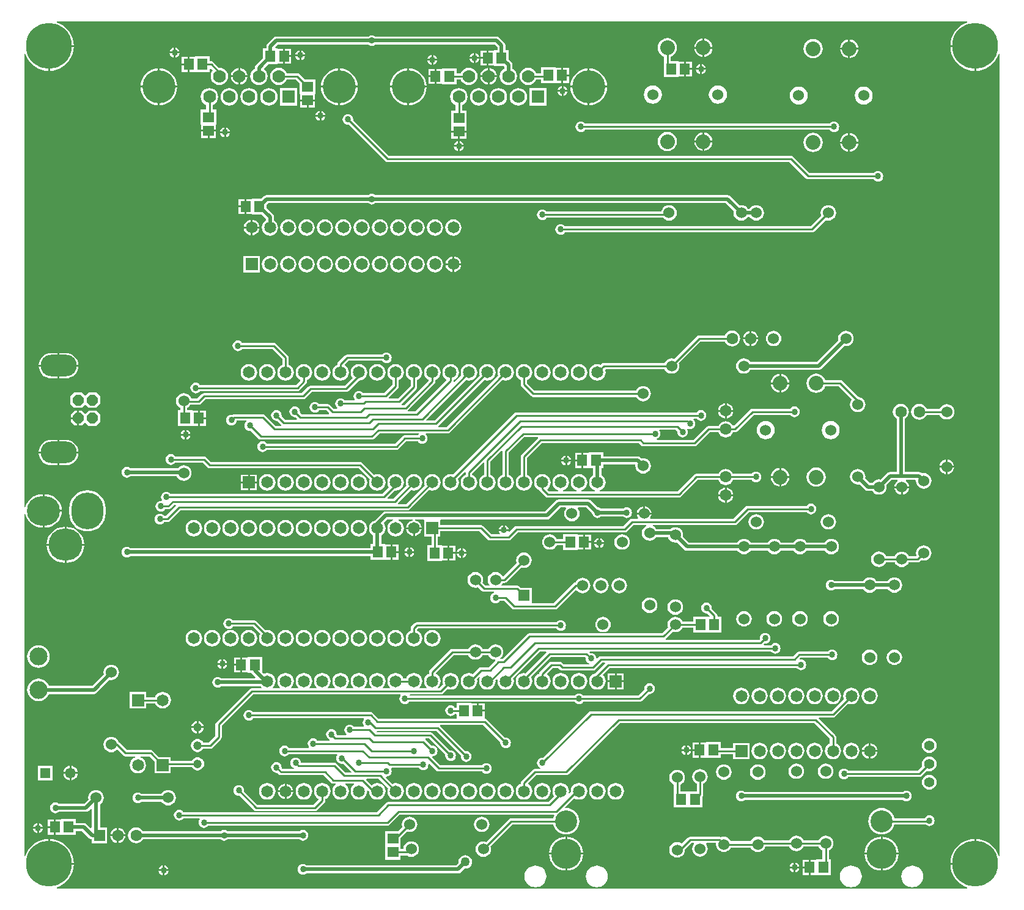
<source format=gbl>
G04 Layer_Physical_Order=2*
G04 Layer_Color=11436288*
%FSLAX23Y23*%
%MOIN*%
G70*
G01*
G75*
%ADD10R,0.057X0.061*%
%ADD11R,0.061X0.057*%
%ADD12C,0.010*%
%ADD13C,0.020*%
%ADD14R,0.063X0.063*%
%ADD15C,0.063*%
%ADD16R,0.058X0.058*%
%ADD17C,0.058*%
%ADD18C,0.098*%
%ADD19O,0.185X0.175*%
%ADD20O,0.175X0.200*%
%ADD21O,0.180X0.160*%
%ADD22O,0.197X0.118*%
%ADD23P,0.064X8X292.5*%
%ADD24R,0.065X0.065*%
%ADD25C,0.065*%
%ADD26C,0.060*%
%ADD27C,0.080*%
%ADD28R,0.065X0.065*%
%ADD29C,0.065*%
%ADD30C,0.180*%
%ADD31C,0.070*%
%ADD32R,0.070X0.070*%
%ADD33R,0.060X0.060*%
%ADD34R,0.065X0.065*%
%ADD35C,0.047*%
%ADD36C,0.120*%
%ADD37C,0.165*%
%ADD38C,0.250*%
%ADD39C,0.055*%
%ADD40C,0.034*%
%ADD41C,0.050*%
G36*
X6158Y5619D02*
X6139Y5611D01*
X6120Y5600D01*
X6104Y5586D01*
X6090Y5570D01*
X6079Y5551D01*
X6071Y5532D01*
X6066Y5511D01*
X6065Y5495D01*
X6200D01*
Y5490D01*
X6205D01*
Y5355D01*
X6221Y5356D01*
X6242Y5361D01*
X6261Y5369D01*
X6280Y5380D01*
X6296Y5394D01*
X6310Y5410D01*
X6321Y5429D01*
X6329Y5448D01*
X6334Y5448D01*
Y1072D01*
X6329Y1072D01*
X6321Y1091D01*
X6310Y1110D01*
X6296Y1126D01*
X6280Y1140D01*
X6261Y1151D01*
X6242Y1159D01*
X6221Y1164D01*
X6205Y1165D01*
Y1030D01*
X6200D01*
Y1025D01*
X6065D01*
X6066Y1009D01*
X6071Y988D01*
X6079Y969D01*
X6090Y950D01*
X6104Y934D01*
X6120Y920D01*
X6139Y909D01*
X6158Y901D01*
X6158Y896D01*
X1192D01*
X1192Y901D01*
X1211Y909D01*
X1230Y920D01*
X1246Y934D01*
X1260Y950D01*
X1271Y969D01*
X1279Y988D01*
X1284Y1009D01*
X1285Y1025D01*
X1150D01*
Y1030D01*
X1145D01*
Y1165D01*
X1129Y1164D01*
X1108Y1159D01*
X1089Y1151D01*
X1070Y1140D01*
X1054Y1126D01*
X1040Y1110D01*
X1029Y1091D01*
X1021Y1072D01*
X1016Y1072D01*
Y2937D01*
X1021Y2937D01*
X1026Y2920D01*
X1035Y2905D01*
X1046Y2891D01*
X1060Y2880D01*
X1075Y2871D01*
X1092Y2866D01*
X1110Y2865D01*
X1115D01*
Y2955D01*
Y3045D01*
X1110D01*
X1092Y3044D01*
X1075Y3039D01*
X1060Y3030D01*
X1046Y3019D01*
X1035Y3005D01*
X1026Y2990D01*
X1021Y2973D01*
X1016Y2973D01*
Y5448D01*
X1021Y5448D01*
X1029Y5429D01*
X1040Y5410D01*
X1054Y5394D01*
X1070Y5380D01*
X1089Y5369D01*
X1108Y5361D01*
X1129Y5356D01*
X1145Y5355D01*
Y5490D01*
X1150D01*
Y5495D01*
X1285D01*
X1284Y5511D01*
X1279Y5532D01*
X1271Y5551D01*
X1260Y5570D01*
X1246Y5586D01*
X1230Y5600D01*
X1211Y5611D01*
X1192Y5619D01*
X1192Y5624D01*
X6158D01*
X6158Y5619D01*
D02*
G37*
%LPC*%
G36*
X5760Y2592D02*
X5749Y2591D01*
X5739Y2587D01*
X5730Y2580D01*
X5724Y2572D01*
X5661D01*
X5655Y2580D01*
X5646Y2587D01*
X5636Y2591D01*
X5625Y2592D01*
X5614Y2591D01*
X5604Y2587D01*
X5595Y2580D01*
X5589Y2572D01*
X5433D01*
X5430Y2575D01*
X5423Y2578D01*
X5415Y2579D01*
X5407Y2578D01*
X5400Y2575D01*
X5394Y2571D01*
X5390Y2565D01*
X5387Y2558D01*
X5386Y2550D01*
X5387Y2542D01*
X5390Y2535D01*
X5394Y2529D01*
X5400Y2525D01*
X5407Y2522D01*
X5415Y2521D01*
X5423Y2522D01*
X5430Y2525D01*
X5433Y2528D01*
X5589D01*
X5595Y2520D01*
X5604Y2513D01*
X5614Y2509D01*
X5625Y2508D01*
X5636Y2509D01*
X5646Y2513D01*
X5655Y2520D01*
X5661Y2528D01*
X5724D01*
X5730Y2520D01*
X5739Y2513D01*
X5749Y2509D01*
X5760Y2508D01*
X5771Y2509D01*
X5781Y2513D01*
X5790Y2520D01*
X5797Y2529D01*
X5801Y2539D01*
X5802Y2550D01*
X5801Y2561D01*
X5797Y2571D01*
X5790Y2580D01*
X5781Y2587D01*
X5771Y2591D01*
X5760Y2592D01*
D02*
G37*
G36*
X4260Y2590D02*
X4249Y2589D01*
X4239Y2585D01*
X4230Y2578D01*
X4223Y2569D01*
X4219Y2559D01*
X4218Y2548D01*
X4219Y2537D01*
X4223Y2527D01*
X4230Y2518D01*
X4239Y2511D01*
X4249Y2507D01*
X4260Y2506D01*
X4271Y2507D01*
X4281Y2511D01*
X4290Y2518D01*
X4297Y2527D01*
X4301Y2537D01*
X4302Y2548D01*
X4301Y2559D01*
X4297Y2569D01*
X4290Y2578D01*
X4281Y2585D01*
X4271Y2589D01*
X4260Y2590D01*
D02*
G37*
G36*
X1342Y2765D02*
X1245D01*
Y2672D01*
X1264Y2674D01*
X1282Y2679D01*
X1299Y2689D01*
X1314Y2701D01*
X1326Y2716D01*
X1336Y2733D01*
X1341Y2751D01*
X1342Y2765D01*
D02*
G37*
G36*
X1235D02*
X1138D01*
X1139Y2751D01*
X1144Y2733D01*
X1154Y2716D01*
X1166Y2701D01*
X1181Y2689D01*
X1198Y2679D01*
X1216Y2674D01*
X1235Y2672D01*
Y2765D01*
D02*
G37*
G36*
X3740Y2728D02*
X3729Y2727D01*
X3719Y2723D01*
X3710Y2716D01*
X3703Y2707D01*
X3699Y2697D01*
X3698Y2686D01*
X3699Y2675D01*
X3701Y2671D01*
X3628Y2598D01*
X3622Y2599D01*
X3622Y2600D01*
X3615Y2609D01*
X3606Y2615D01*
X3596Y2620D01*
X3585Y2621D01*
X3574Y2620D01*
X3564Y2615D01*
X3555Y2609D01*
X3548Y2600D01*
X3544Y2590D01*
X3543Y2579D01*
X3544Y2568D01*
X3548Y2558D01*
X3552Y2552D01*
X3550Y2547D01*
X3531D01*
X3514Y2564D01*
X3516Y2568D01*
X3517Y2579D01*
X3516Y2590D01*
X3512Y2600D01*
X3505Y2609D01*
X3496Y2615D01*
X3486Y2620D01*
X3475Y2621D01*
X3464Y2620D01*
X3454Y2615D01*
X3445Y2609D01*
X3438Y2600D01*
X3434Y2590D01*
X3433Y2579D01*
X3434Y2568D01*
X3438Y2558D01*
X3445Y2549D01*
X3454Y2542D01*
X3464Y2538D01*
X3475Y2536D01*
X3486Y2538D01*
X3490Y2539D01*
X3511Y2518D01*
X3517Y2514D01*
X3524Y2513D01*
X3575D01*
X3576Y2508D01*
X3570Y2505D01*
X3564Y2501D01*
X3560Y2495D01*
X3557Y2488D01*
X3556Y2480D01*
X3557Y2472D01*
X3560Y2465D01*
X3564Y2459D01*
X3570Y2455D01*
X3577Y2452D01*
X3585Y2451D01*
X3593Y2452D01*
X3600Y2455D01*
X3606Y2459D01*
X3608Y2463D01*
X3633D01*
X3673Y2423D01*
X3678Y2419D01*
X3685Y2418D01*
X3685Y2418D01*
X3910D01*
X3917Y2419D01*
X3922Y2423D01*
X4022Y2522D01*
X4027Y2522D01*
X4030Y2518D01*
X4039Y2511D01*
X4049Y2507D01*
X4060Y2506D01*
X4071Y2507D01*
X4081Y2511D01*
X4090Y2518D01*
X4097Y2527D01*
X4101Y2537D01*
X4102Y2548D01*
X4101Y2559D01*
X4097Y2569D01*
X4090Y2578D01*
X4081Y2585D01*
X4071Y2589D01*
X4060Y2590D01*
X4049Y2589D01*
X4039Y2585D01*
X4030Y2578D01*
X4023Y2569D01*
X4022Y2565D01*
X4016Y2564D01*
X4011Y2560D01*
X3903Y2452D01*
X3782D01*
Y2536D01*
X3723D01*
X3716Y2542D01*
X3711Y2546D01*
X3704Y2547D01*
X3620D01*
X3618Y2552D01*
X3622Y2558D01*
X3623Y2561D01*
X3633D01*
X3639Y2563D01*
X3645Y2566D01*
X3725Y2647D01*
X3729Y2645D01*
X3740Y2644D01*
X3751Y2645D01*
X3761Y2649D01*
X3770Y2656D01*
X3777Y2665D01*
X3781Y2675D01*
X3782Y2686D01*
X3781Y2697D01*
X3777Y2707D01*
X3770Y2716D01*
X3761Y2723D01*
X3751Y2727D01*
X3740Y2728D01*
D02*
G37*
G36*
X4160Y2590D02*
X4149Y2589D01*
X4139Y2585D01*
X4130Y2578D01*
X4123Y2569D01*
X4119Y2559D01*
X4118Y2548D01*
X4119Y2537D01*
X4123Y2527D01*
X4130Y2518D01*
X4139Y2511D01*
X4149Y2507D01*
X4160Y2506D01*
X4171Y2507D01*
X4181Y2511D01*
X4190Y2518D01*
X4197Y2527D01*
X4201Y2537D01*
X4202Y2548D01*
X4201Y2559D01*
X4197Y2569D01*
X4190Y2578D01*
X4181Y2585D01*
X4171Y2589D01*
X4160Y2590D01*
D02*
G37*
G36*
X5415Y2409D02*
X5404Y2407D01*
X5394Y2403D01*
X5385Y2396D01*
X5378Y2387D01*
X5374Y2377D01*
X5373Y2366D01*
X5374Y2355D01*
X5378Y2345D01*
X5385Y2336D01*
X5394Y2330D01*
X5404Y2325D01*
X5415Y2324D01*
X5426Y2325D01*
X5436Y2330D01*
X5445Y2336D01*
X5452Y2345D01*
X5456Y2355D01*
X5457Y2366D01*
X5456Y2377D01*
X5452Y2387D01*
X5445Y2396D01*
X5436Y2403D01*
X5426Y2407D01*
X5415Y2409D01*
D02*
G37*
G36*
X5245D02*
X5234Y2407D01*
X5224Y2403D01*
X5215Y2396D01*
X5208Y2387D01*
X5204Y2377D01*
X5203Y2366D01*
X5204Y2355D01*
X5208Y2345D01*
X5215Y2336D01*
X5224Y2330D01*
X5234Y2325D01*
X5245Y2324D01*
X5256Y2325D01*
X5266Y2330D01*
X5275Y2336D01*
X5282Y2345D01*
X5286Y2355D01*
X5287Y2366D01*
X5286Y2377D01*
X5282Y2387D01*
X5275Y2396D01*
X5266Y2403D01*
X5256Y2407D01*
X5245Y2409D01*
D02*
G37*
G36*
X5105D02*
X5094Y2407D01*
X5084Y2403D01*
X5075Y2396D01*
X5068Y2387D01*
X5064Y2377D01*
X5063Y2366D01*
X5064Y2355D01*
X5068Y2345D01*
X5075Y2336D01*
X5084Y2330D01*
X5094Y2325D01*
X5105Y2324D01*
X5116Y2325D01*
X5126Y2330D01*
X5135Y2336D01*
X5142Y2345D01*
X5146Y2355D01*
X5147Y2366D01*
X5146Y2377D01*
X5142Y2387D01*
X5135Y2396D01*
X5126Y2403D01*
X5116Y2407D01*
X5105Y2409D01*
D02*
G37*
G36*
X4425Y2482D02*
X4414Y2481D01*
X4404Y2477D01*
X4395Y2470D01*
X4388Y2461D01*
X4384Y2451D01*
X4383Y2440D01*
X4384Y2429D01*
X4388Y2419D01*
X4395Y2410D01*
X4404Y2403D01*
X4414Y2399D01*
X4425Y2398D01*
X4436Y2399D01*
X4446Y2403D01*
X4455Y2410D01*
X4462Y2419D01*
X4466Y2429D01*
X4467Y2440D01*
X4466Y2451D01*
X4462Y2461D01*
X4455Y2470D01*
X4446Y2477D01*
X4436Y2481D01*
X4425Y2482D01*
D02*
G37*
G36*
X4565Y2472D02*
X4554Y2471D01*
X4544Y2467D01*
X4535Y2460D01*
X4528Y2451D01*
X4524Y2441D01*
X4523Y2430D01*
X4524Y2419D01*
X4528Y2409D01*
X4535Y2400D01*
X4544Y2393D01*
X4554Y2389D01*
X4565Y2388D01*
X4576Y2389D01*
X4586Y2393D01*
X4595Y2400D01*
X4602Y2409D01*
X4606Y2419D01*
X4607Y2430D01*
X4606Y2441D01*
X4602Y2451D01*
X4595Y2460D01*
X4586Y2467D01*
X4576Y2471D01*
X4565Y2472D01*
D02*
G37*
G36*
X4735Y2454D02*
X4727Y2453D01*
X4720Y2450D01*
X4714Y2446D01*
X4710Y2440D01*
X4707Y2433D01*
X4706Y2425D01*
X4707Y2417D01*
X4710Y2410D01*
X4714Y2404D01*
X4720Y2400D01*
X4727Y2397D01*
X4735Y2396D01*
X4739Y2396D01*
X4753Y2382D01*
X4751Y2378D01*
X4662D01*
Y2352D01*
X4603D01*
X4602Y2356D01*
X4595Y2365D01*
X4586Y2372D01*
X4576Y2376D01*
X4565Y2377D01*
X4554Y2376D01*
X4544Y2372D01*
X4535Y2365D01*
X4528Y2356D01*
X4524Y2346D01*
X4523Y2335D01*
X4524Y2324D01*
X4526Y2320D01*
X4493Y2287D01*
X3770D01*
X3763Y2286D01*
X3758Y2282D01*
X3623Y2147D01*
X3613D01*
X3611Y2152D01*
X3615Y2155D01*
X3622Y2164D01*
X3626Y2174D01*
X3627Y2185D01*
X3626Y2196D01*
X3622Y2206D01*
X3615Y2215D01*
X3606Y2222D01*
X3596Y2226D01*
X3585Y2227D01*
X3574Y2226D01*
X3564Y2222D01*
X3555Y2215D01*
X3548Y2206D01*
X3547Y2202D01*
X3513D01*
X3512Y2206D01*
X3505Y2215D01*
X3496Y2222D01*
X3486Y2226D01*
X3475Y2227D01*
X3464Y2226D01*
X3454Y2222D01*
X3445Y2215D01*
X3438Y2206D01*
X3437Y2202D01*
X3350D01*
X3343Y2201D01*
X3338Y2197D01*
X3228Y2087D01*
X3224Y2082D01*
X3223Y2075D01*
Y2066D01*
X3218Y2064D01*
X3208Y2057D01*
X3201Y2047D01*
X3197Y2037D01*
X3195Y2025D01*
X3197Y2013D01*
X3201Y2003D01*
X3208Y1993D01*
X3210Y1992D01*
X3208Y1987D01*
X3172D01*
X3170Y1992D01*
X3172Y1993D01*
X3179Y2003D01*
X3183Y2013D01*
X3185Y2025D01*
X3183Y2037D01*
X3179Y2047D01*
X3172Y2057D01*
X3162Y2064D01*
X3152Y2068D01*
X3140Y2070D01*
X3128Y2068D01*
X3118Y2064D01*
X3108Y2057D01*
X3101Y2047D01*
X3099Y2042D01*
X3081D01*
X3079Y2047D01*
X3072Y2057D01*
X3062Y2064D01*
X3052Y2068D01*
X3040Y2070D01*
X3028Y2068D01*
X3018Y2064D01*
X3008Y2057D01*
X3001Y2047D01*
X2997Y2037D01*
X2995Y2025D01*
X2997Y2013D01*
X3001Y2003D01*
X3008Y1993D01*
X3010Y1992D01*
X3008Y1987D01*
X2972D01*
X2970Y1992D01*
X2972Y1993D01*
X2979Y2003D01*
X2983Y2013D01*
X2985Y2025D01*
X2983Y2037D01*
X2979Y2047D01*
X2972Y2057D01*
X2962Y2064D01*
X2952Y2068D01*
X2940Y2070D01*
X2928Y2068D01*
X2918Y2064D01*
X2908Y2057D01*
X2901Y2047D01*
X2897Y2037D01*
X2895Y2025D01*
X2897Y2013D01*
X2901Y2003D01*
X2908Y1993D01*
X2910Y1992D01*
X2908Y1987D01*
X2872D01*
X2870Y1992D01*
X2872Y1993D01*
X2879Y2003D01*
X2883Y2013D01*
X2885Y2025D01*
X2883Y2037D01*
X2879Y2047D01*
X2872Y2057D01*
X2862Y2064D01*
X2852Y2068D01*
X2840Y2070D01*
X2828Y2068D01*
X2818Y2064D01*
X2808Y2057D01*
X2801Y2047D01*
X2797Y2037D01*
X2795Y2025D01*
X2797Y2013D01*
X2801Y2003D01*
X2808Y1993D01*
X2810Y1992D01*
X2808Y1987D01*
X2772D01*
X2770Y1992D01*
X2772Y1993D01*
X2779Y2003D01*
X2783Y2013D01*
X2785Y2025D01*
X2783Y2037D01*
X2779Y2047D01*
X2772Y2057D01*
X2762Y2064D01*
X2752Y2068D01*
X2740Y2070D01*
X2728Y2068D01*
X2718Y2064D01*
X2708Y2057D01*
X2701Y2047D01*
X2697Y2037D01*
X2695Y2025D01*
X2697Y2013D01*
X2701Y2003D01*
X2708Y1993D01*
X2710Y1992D01*
X2708Y1987D01*
X2672D01*
X2670Y1992D01*
X2672Y1993D01*
X2679Y2003D01*
X2683Y2013D01*
X2685Y2025D01*
X2683Y2037D01*
X2679Y2047D01*
X2672Y2057D01*
X2662Y2064D01*
X2652Y2068D01*
X2640Y2070D01*
X2628Y2068D01*
X2618Y2064D01*
X2608Y2057D01*
X2601Y2047D01*
X2597Y2037D01*
X2595Y2025D01*
X2597Y2013D01*
X2601Y2003D01*
X2608Y1993D01*
X2610Y1992D01*
X2608Y1987D01*
X2572D01*
X2570Y1992D01*
X2572Y1993D01*
X2579Y2003D01*
X2583Y2013D01*
X2585Y2025D01*
X2583Y2037D01*
X2579Y2047D01*
X2572Y2057D01*
X2562Y2064D01*
X2552Y2068D01*
X2540Y2070D01*
X2528Y2068D01*
X2518Y2064D01*
X2508Y2057D01*
X2501Y2047D01*
X2497Y2037D01*
X2495Y2025D01*
X2497Y2013D01*
X2501Y2003D01*
X2508Y1993D01*
X2510Y1992D01*
X2508Y1987D01*
X2472D01*
X2470Y1992D01*
X2472Y1993D01*
X2479Y2003D01*
X2483Y2013D01*
X2485Y2025D01*
X2483Y2037D01*
X2479Y2047D01*
X2472Y2057D01*
X2462Y2064D01*
X2452Y2068D01*
X2440Y2070D01*
X2428Y2068D01*
X2418Y2064D01*
X2408Y2057D01*
X2401Y2047D01*
X2397Y2037D01*
X2395Y2025D01*
X2397Y2013D01*
X2401Y2003D01*
X2408Y1993D01*
X2410Y1992D01*
X2408Y1987D01*
X2372D01*
X2370Y1992D01*
X2372Y1993D01*
X2379Y2003D01*
X2383Y2013D01*
X2385Y2025D01*
X2383Y2037D01*
X2379Y2047D01*
X2372Y2057D01*
X2362Y2064D01*
X2352Y2068D01*
X2340Y2070D01*
X2328Y2068D01*
X2321Y2065D01*
X2313Y2074D01*
Y2158D01*
X2232D01*
Y2156D01*
X2203D01*
Y2115D01*
Y2074D01*
X2232D01*
Y2072D01*
X2253D01*
X2257Y2067D01*
X2276Y2047D01*
X2274Y2042D01*
X2088D01*
X2085Y2045D01*
X2078Y2048D01*
X2070Y2049D01*
X2062Y2048D01*
X2055Y2045D01*
X2049Y2041D01*
X2045Y2035D01*
X2042Y2028D01*
X2041Y2020D01*
X2042Y2012D01*
X2045Y2005D01*
X2049Y1999D01*
X2055Y1995D01*
X2062Y1992D01*
X2070Y1991D01*
X2078Y1992D01*
X2085Y1995D01*
X2088Y1998D01*
X2305D01*
X2308Y1993D01*
X2310Y1992D01*
X2308Y1987D01*
X2255D01*
X2248Y1986D01*
X2243Y1982D01*
X2063Y1802D01*
X2059Y1797D01*
X2058Y1790D01*
Y1727D01*
X2023Y1692D01*
X1991D01*
X1991Y1693D01*
X1985Y1700D01*
X1978Y1706D01*
X1969Y1710D01*
X1960Y1711D01*
X1951Y1710D01*
X1942Y1706D01*
X1935Y1700D01*
X1929Y1693D01*
X1925Y1684D01*
X1924Y1675D01*
X1925Y1666D01*
X1929Y1657D01*
X1935Y1650D01*
X1942Y1644D01*
X1951Y1640D01*
X1960Y1639D01*
X1969Y1640D01*
X1978Y1644D01*
X1985Y1650D01*
X1991Y1657D01*
X1991Y1658D01*
X2030D01*
X2037Y1659D01*
X2042Y1663D01*
X2087Y1708D01*
X2091Y1713D01*
X2092Y1720D01*
Y1783D01*
X2262Y1953D01*
X3065D01*
X3067Y1948D01*
X3065Y1945D01*
X3062Y1938D01*
X3061Y1930D01*
X3062Y1922D01*
X3065Y1915D01*
X3069Y1909D01*
X3075Y1905D01*
X3082Y1902D01*
X3090Y1901D01*
X3098Y1902D01*
X3105Y1905D01*
X3111Y1909D01*
X3113Y1913D01*
X4017D01*
X4019Y1909D01*
X4025Y1905D01*
X4032Y1902D01*
X4040Y1901D01*
X4048Y1902D01*
X4055Y1905D01*
X4061Y1909D01*
X4063Y1913D01*
X4370D01*
X4377Y1914D01*
X4382Y1918D01*
X4421Y1956D01*
X4425Y1956D01*
X4433Y1957D01*
X4440Y1960D01*
X4446Y1964D01*
X4450Y1970D01*
X4453Y1977D01*
X4454Y1985D01*
X4453Y1993D01*
X4450Y2000D01*
X4446Y2006D01*
X4440Y2010D01*
X4433Y2013D01*
X4425Y2014D01*
X4417Y2013D01*
X4410Y2010D01*
X4404Y2006D01*
X4400Y2000D01*
X4397Y1993D01*
X4396Y1985D01*
X4396Y1981D01*
X4363Y1947D01*
X4063D01*
X4061Y1951D01*
X4055Y1955D01*
X4048Y1958D01*
X4040Y1959D01*
X4032Y1958D01*
X4025Y1955D01*
X4019Y1951D01*
X4017Y1947D01*
X3118D01*
X3118Y1948D01*
X3121Y1953D01*
X3285D01*
X3292Y1954D01*
X3297Y1958D01*
X3323Y1984D01*
X3328Y1982D01*
X3340Y1980D01*
X3352Y1982D01*
X3362Y1986D01*
X3372Y1993D01*
X3379Y2003D01*
X3383Y2013D01*
X3385Y2025D01*
X3383Y2037D01*
X3379Y2047D01*
X3372Y2057D01*
X3362Y2064D01*
X3352Y2068D01*
X3340Y2070D01*
X3328Y2068D01*
X3318Y2064D01*
X3308Y2057D01*
X3301Y2047D01*
X3297Y2037D01*
X3295Y2025D01*
X3297Y2013D01*
X3299Y2008D01*
X3278Y1987D01*
X3272D01*
X3270Y1992D01*
X3272Y1993D01*
X3279Y2003D01*
X3283Y2013D01*
X3285Y2025D01*
X3283Y2037D01*
X3279Y2047D01*
X3272Y2057D01*
X3262Y2064D01*
X3261Y2064D01*
X3260Y2070D01*
X3357Y2168D01*
X3437D01*
X3438Y2164D01*
X3445Y2155D01*
X3454Y2148D01*
X3464Y2144D01*
X3475Y2143D01*
X3486Y2144D01*
X3496Y2148D01*
X3505Y2155D01*
X3512Y2164D01*
X3513Y2168D01*
X3547D01*
X3548Y2164D01*
X3555Y2155D01*
X3564Y2148D01*
X3574Y2144D01*
X3582Y2143D01*
X3583Y2138D01*
X3548Y2102D01*
X3505D01*
X3498Y2101D01*
X3493Y2097D01*
X3460Y2065D01*
X3452Y2068D01*
X3440Y2070D01*
X3428Y2068D01*
X3418Y2064D01*
X3408Y2057D01*
X3401Y2047D01*
X3397Y2037D01*
X3395Y2025D01*
X3397Y2013D01*
X3401Y2003D01*
X3408Y1993D01*
X3418Y1986D01*
X3428Y1982D01*
X3440Y1980D01*
X3452Y1982D01*
X3462Y1986D01*
X3472Y1993D01*
X3479Y2003D01*
X3483Y2013D01*
X3485Y2025D01*
X3483Y2037D01*
X3483Y2038D01*
X3510Y2065D01*
X3511Y2065D01*
X3512Y2060D01*
X3508Y2057D01*
X3501Y2047D01*
X3497Y2037D01*
X3495Y2025D01*
X3497Y2013D01*
X3501Y2003D01*
X3508Y1993D01*
X3518Y1986D01*
X3528Y1982D01*
X3540Y1980D01*
X3552Y1982D01*
X3562Y1986D01*
X3572Y1993D01*
X3579Y2003D01*
X3583Y2013D01*
X3585Y2025D01*
X3584Y2030D01*
X3592Y2037D01*
X3596Y2035D01*
X3595Y2025D01*
X3597Y2013D01*
X3601Y2003D01*
X3608Y1993D01*
X3618Y1986D01*
X3628Y1982D01*
X3640Y1980D01*
X3652Y1982D01*
X3662Y1986D01*
X3672Y1993D01*
X3679Y2003D01*
X3683Y2013D01*
X3685Y2025D01*
X3683Y2037D01*
X3681Y2042D01*
X3827Y2188D01*
X3861D01*
X3863Y2183D01*
X3749Y2069D01*
X3740Y2070D01*
X3728Y2068D01*
X3718Y2064D01*
X3708Y2057D01*
X3701Y2047D01*
X3697Y2037D01*
X3695Y2025D01*
X3697Y2013D01*
X3701Y2003D01*
X3708Y1993D01*
X3718Y1986D01*
X3728Y1982D01*
X3740Y1980D01*
X3752Y1982D01*
X3762Y1986D01*
X3772Y1993D01*
X3779Y2003D01*
X3783Y2013D01*
X3785Y2025D01*
X3783Y2037D01*
X3779Y2047D01*
X3778Y2049D01*
X3887Y2158D01*
X4073D01*
X4076Y2154D01*
X4076Y2150D01*
X4077Y2142D01*
X4080Y2135D01*
X4084Y2129D01*
X4090Y2125D01*
X4096Y2122D01*
X4095Y2117D01*
X3957D01*
X3947Y2127D01*
X3942Y2131D01*
X3935Y2132D01*
X3890D01*
X3883Y2131D01*
X3878Y2127D01*
X3828Y2077D01*
X3824Y2072D01*
X3823Y2066D01*
X3818Y2064D01*
X3808Y2057D01*
X3801Y2047D01*
X3797Y2037D01*
X3795Y2025D01*
X3797Y2013D01*
X3801Y2003D01*
X3808Y1993D01*
X3818Y1986D01*
X3828Y1982D01*
X3840Y1980D01*
X3852Y1982D01*
X3862Y1986D01*
X3872Y1993D01*
X3879Y2003D01*
X3883Y2013D01*
X3885Y2025D01*
X3883Y2037D01*
X3879Y2047D01*
X3872Y2057D01*
X3866Y2061D01*
X3866Y2066D01*
X3897Y2098D01*
X3928D01*
X3938Y2088D01*
X3943Y2084D01*
X3950Y2083D01*
X4115D01*
X4122Y2084D01*
X4127Y2088D01*
X4167Y2128D01*
X4181D01*
X4183Y2123D01*
X4129Y2068D01*
X4128Y2068D01*
X4118Y2064D01*
X4108Y2057D01*
X4101Y2047D01*
X4097Y2037D01*
X4095Y2025D01*
X4097Y2013D01*
X4101Y2003D01*
X4108Y1993D01*
X4118Y1986D01*
X4128Y1982D01*
X4140Y1980D01*
X4152Y1982D01*
X4162Y1986D01*
X4172Y1993D01*
X4179Y2003D01*
X4183Y2013D01*
X4185Y2025D01*
X4183Y2037D01*
X4179Y2047D01*
X4172Y2057D01*
X4172Y2057D01*
X4171Y2062D01*
X4207Y2098D01*
X5227D01*
X5229Y2094D01*
X5235Y2090D01*
X5242Y2087D01*
X5250Y2086D01*
X5258Y2087D01*
X5265Y2090D01*
X5271Y2094D01*
X5275Y2100D01*
X5278Y2107D01*
X5279Y2115D01*
X5278Y2123D01*
X5275Y2130D01*
X5271Y2136D01*
X5265Y2140D01*
X5258Y2143D01*
X5250Y2144D01*
X5245Y2144D01*
X5243Y2148D01*
X5247Y2153D01*
X5397D01*
X5399Y2149D01*
X5405Y2145D01*
X5412Y2142D01*
X5420Y2141D01*
X5428Y2142D01*
X5435Y2145D01*
X5441Y2149D01*
X5445Y2155D01*
X5448Y2162D01*
X5449Y2170D01*
X5448Y2178D01*
X5445Y2185D01*
X5441Y2191D01*
X5435Y2195D01*
X5428Y2198D01*
X5420Y2199D01*
X5412Y2198D01*
X5405Y2195D01*
X5399Y2191D01*
X5397Y2187D01*
X5240D01*
X5233Y2186D01*
X5228Y2182D01*
X5208Y2162D01*
X4160D01*
X4153Y2161D01*
X4148Y2157D01*
X4139Y2148D01*
X4134Y2151D01*
X4133Y2158D01*
X4130Y2165D01*
X4126Y2171D01*
X4120Y2175D01*
X4113Y2178D01*
X4105Y2179D01*
X4101Y2179D01*
X4097Y2183D01*
X4099Y2188D01*
X5087D01*
X5089Y2184D01*
X5095Y2180D01*
X5102Y2177D01*
X5110Y2176D01*
X5118Y2177D01*
X5125Y2180D01*
X5131Y2184D01*
X5135Y2190D01*
X5138Y2197D01*
X5139Y2205D01*
X5138Y2213D01*
X5135Y2220D01*
X5131Y2226D01*
X5125Y2230D01*
X5118Y2233D01*
X5110Y2234D01*
X5102Y2233D01*
X5095Y2230D01*
X5089Y2226D01*
X5087Y2222D01*
X5049D01*
X5047Y2227D01*
X5051Y2231D01*
X5055Y2231D01*
X5063Y2232D01*
X5070Y2235D01*
X5076Y2239D01*
X5080Y2245D01*
X5083Y2252D01*
X5084Y2260D01*
X5083Y2268D01*
X5080Y2275D01*
X5076Y2281D01*
X5070Y2285D01*
X5063Y2288D01*
X5055Y2289D01*
X5047Y2288D01*
X5040Y2285D01*
X5034Y2281D01*
X5030Y2275D01*
X5027Y2268D01*
X5026Y2260D01*
X5026Y2256D01*
X5023Y2252D01*
X4513D01*
X4512Y2257D01*
X4512Y2258D01*
X4550Y2296D01*
X4554Y2294D01*
X4565Y2293D01*
X4576Y2294D01*
X4586Y2298D01*
X4595Y2305D01*
X4602Y2314D01*
X4603Y2318D01*
X4662D01*
Y2292D01*
X4818D01*
Y2378D01*
X4795D01*
Y2383D01*
X4793Y2389D01*
X4790Y2395D01*
X4764Y2421D01*
X4764Y2425D01*
X4763Y2433D01*
X4760Y2440D01*
X4756Y2446D01*
X4750Y2450D01*
X4743Y2453D01*
X4735Y2454D01*
D02*
G37*
G36*
X3366Y2720D02*
X3332D01*
Y2684D01*
X3366D01*
Y2720D01*
D02*
G37*
G36*
X3056Y2771D02*
X3022D01*
Y2735D01*
X3056D01*
Y2771D01*
D02*
G37*
G36*
X3405Y2752D02*
Y2730D01*
X3427D01*
X3426Y2732D01*
X3424Y2739D01*
X3419Y2744D01*
X3414Y2749D01*
X3407Y2751D01*
X3405Y2752D01*
D02*
G37*
G36*
X3395D02*
X3393Y2751D01*
X3386Y2749D01*
X3381Y2744D01*
X3376Y2739D01*
X3374Y2732D01*
X3373Y2730D01*
X3395D01*
Y2752D01*
D02*
G37*
G36*
X4275Y2827D02*
X4264Y2826D01*
X4254Y2822D01*
X4245Y2815D01*
X4238Y2806D01*
X4234Y2796D01*
X4233Y2785D01*
X4234Y2774D01*
X4238Y2764D01*
X4245Y2755D01*
X4254Y2748D01*
X4264Y2744D01*
X4275Y2743D01*
X4286Y2744D01*
X4296Y2748D01*
X4305Y2755D01*
X4312Y2764D01*
X4316Y2774D01*
X4317Y2785D01*
X4316Y2796D01*
X4312Y2806D01*
X4305Y2815D01*
X4296Y2822D01*
X4286Y2826D01*
X4275Y2827D01*
D02*
G37*
G36*
X3120Y2757D02*
Y2735D01*
X3142D01*
X3141Y2737D01*
X3139Y2744D01*
X3134Y2749D01*
X3129Y2754D01*
X3122Y2756D01*
X3120Y2757D01*
D02*
G37*
G36*
X3110D02*
X3108Y2756D01*
X3101Y2754D01*
X3096Y2749D01*
X3091Y2744D01*
X3089Y2737D01*
X3088Y2735D01*
X3110D01*
Y2757D01*
D02*
G37*
G36*
X3366Y2766D02*
X3332D01*
Y2730D01*
X3366D01*
Y2766D01*
D02*
G37*
G36*
X3427Y2720D02*
X3405D01*
Y2698D01*
X3407Y2699D01*
X3414Y2701D01*
X3419Y2706D01*
X3424Y2711D01*
X3426Y2718D01*
X3427Y2720D01*
D02*
G37*
G36*
X3395D02*
X3373D01*
X3374Y2718D01*
X3376Y2711D01*
X3381Y2706D01*
X3386Y2701D01*
X3393Y2699D01*
X3395Y2698D01*
Y2720D01*
D02*
G37*
G36*
X3056Y2725D02*
X3022D01*
Y2689D01*
X3056D01*
Y2725D01*
D02*
G37*
G36*
X5920Y2767D02*
X5909Y2766D01*
X5899Y2762D01*
X5890Y2755D01*
X5883Y2746D01*
X5879Y2736D01*
X5878Y2725D01*
X5879Y2714D01*
X5880Y2711D01*
X5877Y2707D01*
X5838D01*
X5837Y2711D01*
X5830Y2720D01*
X5821Y2727D01*
X5811Y2731D01*
X5800Y2732D01*
X5789Y2731D01*
X5779Y2727D01*
X5770Y2720D01*
X5763Y2711D01*
X5762Y2707D01*
X5714D01*
X5712Y2712D01*
X5705Y2721D01*
X5696Y2728D01*
X5686Y2732D01*
X5675Y2734D01*
X5664Y2732D01*
X5654Y2728D01*
X5645Y2721D01*
X5638Y2712D01*
X5634Y2702D01*
X5633Y2691D01*
X5634Y2680D01*
X5638Y2670D01*
X5645Y2661D01*
X5654Y2655D01*
X5664Y2650D01*
X5675Y2649D01*
X5686Y2650D01*
X5696Y2655D01*
X5705Y2661D01*
X5712Y2670D01*
X5713Y2673D01*
X5762D01*
X5763Y2669D01*
X5770Y2660D01*
X5779Y2653D01*
X5789Y2649D01*
X5800Y2648D01*
X5811Y2649D01*
X5821Y2653D01*
X5830Y2660D01*
X5837Y2669D01*
X5838Y2673D01*
X5885D01*
X5892Y2674D01*
X5897Y2678D01*
X5905Y2686D01*
X5909Y2684D01*
X5920Y2683D01*
X5931Y2684D01*
X5941Y2688D01*
X5950Y2695D01*
X5957Y2704D01*
X5961Y2714D01*
X5962Y2725D01*
X5961Y2736D01*
X5957Y2746D01*
X5950Y2755D01*
X5941Y2762D01*
X5931Y2766D01*
X5920Y2767D01*
D02*
G37*
G36*
X3142Y2725D02*
X3120D01*
Y2703D01*
X3122Y2704D01*
X3129Y2706D01*
X3134Y2711D01*
X3139Y2716D01*
X3141Y2723D01*
X3142Y2725D01*
D02*
G37*
G36*
X3110D02*
X3088D01*
X3089Y2723D01*
X3091Y2716D01*
X3096Y2711D01*
X3101Y2706D01*
X3108Y2704D01*
X3110Y2703D01*
Y2725D01*
D02*
G37*
G36*
X4940Y2409D02*
X4929Y2407D01*
X4919Y2403D01*
X4910Y2396D01*
X4903Y2387D01*
X4899Y2377D01*
X4898Y2366D01*
X4899Y2355D01*
X4903Y2345D01*
X4910Y2336D01*
X4919Y2330D01*
X4929Y2325D01*
X4940Y2324D01*
X4951Y2325D01*
X4961Y2330D01*
X4970Y2336D01*
X4977Y2345D01*
X4981Y2355D01*
X4982Y2366D01*
X4981Y2377D01*
X4977Y2387D01*
X4970Y2396D01*
X4961Y2403D01*
X4951Y2407D01*
X4940Y2409D01*
D02*
G37*
G36*
X2193Y2156D02*
X2159D01*
Y2120D01*
X2193D01*
Y2156D01*
D02*
G37*
G36*
X5760Y2199D02*
X5749Y2197D01*
X5739Y2193D01*
X5730Y2186D01*
X5723Y2177D01*
X5719Y2167D01*
X5718Y2156D01*
X5719Y2145D01*
X5723Y2135D01*
X5730Y2126D01*
X5739Y2120D01*
X5749Y2115D01*
X5760Y2114D01*
X5771Y2115D01*
X5781Y2120D01*
X5790Y2126D01*
X5797Y2135D01*
X5801Y2145D01*
X5802Y2156D01*
X5801Y2167D01*
X5797Y2177D01*
X5790Y2186D01*
X5781Y2193D01*
X5771Y2197D01*
X5760Y2199D01*
D02*
G37*
G36*
X5625D02*
X5614Y2197D01*
X5604Y2193D01*
X5595Y2186D01*
X5588Y2177D01*
X5584Y2167D01*
X5583Y2156D01*
X5584Y2145D01*
X5588Y2135D01*
X5595Y2126D01*
X5604Y2120D01*
X5614Y2115D01*
X5625Y2114D01*
X5636Y2115D01*
X5646Y2120D01*
X5655Y2126D01*
X5662Y2135D01*
X5666Y2145D01*
X5667Y2156D01*
X5666Y2167D01*
X5662Y2177D01*
X5655Y2186D01*
X5646Y2193D01*
X5636Y2197D01*
X5625Y2199D01*
D02*
G37*
G36*
X1940Y2305D02*
X1928Y2303D01*
X1918Y2299D01*
X1908Y2292D01*
X1901Y2282D01*
X1897Y2272D01*
X1895Y2260D01*
X1897Y2248D01*
X1901Y2238D01*
X1908Y2228D01*
X1918Y2221D01*
X1928Y2217D01*
X1940Y2215D01*
X1952Y2217D01*
X1962Y2221D01*
X1972Y2228D01*
X1979Y2238D01*
X1983Y2248D01*
X1985Y2260D01*
X1983Y2272D01*
X1979Y2282D01*
X1972Y2292D01*
X1962Y2299D01*
X1952Y2303D01*
X1940Y2305D01*
D02*
G37*
G36*
X2100Y2147D02*
Y2125D01*
X2122D01*
X2121Y2127D01*
X2119Y2134D01*
X2114Y2139D01*
X2109Y2144D01*
X2102Y2146D01*
X2100Y2147D01*
D02*
G37*
G36*
X2090D02*
X2088Y2146D01*
X2081Y2144D01*
X2076Y2139D01*
X2071Y2134D01*
X2069Y2127D01*
X2068Y2125D01*
X2090D01*
Y2147D01*
D02*
G37*
G36*
X1093Y2222D02*
X1081Y2220D01*
X1069Y2217D01*
X1059Y2211D01*
X1049Y2203D01*
X1042Y2194D01*
X1036Y2184D01*
X1032Y2172D01*
X1031Y2160D01*
X1032Y2148D01*
X1036Y2136D01*
X1042Y2126D01*
X1049Y2117D01*
X1059Y2109D01*
X1069Y2103D01*
X1081Y2100D01*
X1093Y2098D01*
X1105Y2100D01*
X1116Y2103D01*
X1127Y2109D01*
X1136Y2117D01*
X1144Y2126D01*
X1150Y2136D01*
X1153Y2148D01*
X1154Y2160D01*
X1153Y2172D01*
X1150Y2184D01*
X1144Y2194D01*
X1136Y2203D01*
X1127Y2211D01*
X1116Y2217D01*
X1105Y2220D01*
X1093Y2222D01*
D02*
G37*
G36*
X4282Y2068D02*
X4245D01*
Y2030D01*
X4282D01*
Y2068D01*
D02*
G37*
G36*
X4235D02*
X4198D01*
Y2030D01*
X4235D01*
Y2068D01*
D02*
G37*
G36*
X1490Y2116D02*
X1479Y2115D01*
X1469Y2110D01*
X1460Y2104D01*
X1453Y2095D01*
X1449Y2085D01*
X1448Y2074D01*
X1449Y2064D01*
X1386Y2001D01*
X1150D01*
X1150Y2002D01*
X1144Y2013D01*
X1136Y2022D01*
X1127Y2030D01*
X1116Y2036D01*
X1105Y2039D01*
X1093Y2040D01*
X1081Y2039D01*
X1069Y2036D01*
X1059Y2030D01*
X1049Y2022D01*
X1042Y2013D01*
X1036Y2002D01*
X1032Y1991D01*
X1031Y1979D01*
X1032Y1967D01*
X1036Y1955D01*
X1042Y1945D01*
X1049Y1935D01*
X1059Y1928D01*
X1069Y1922D01*
X1081Y1919D01*
X1093Y1917D01*
X1105Y1919D01*
X1116Y1922D01*
X1127Y1928D01*
X1136Y1935D01*
X1144Y1945D01*
X1150Y1955D01*
X1150Y1956D01*
X1395D01*
X1404Y1958D01*
X1411Y1963D01*
X1481Y2033D01*
X1490Y2031D01*
X1501Y2033D01*
X1511Y2037D01*
X1520Y2044D01*
X1527Y2053D01*
X1531Y2063D01*
X1532Y2074D01*
X1531Y2085D01*
X1527Y2095D01*
X1520Y2104D01*
X1511Y2110D01*
X1501Y2115D01*
X1490Y2116D01*
D02*
G37*
G36*
X2122Y2115D02*
X2100D01*
Y2093D01*
X2102Y2094D01*
X2109Y2096D01*
X2114Y2101D01*
X2119Y2106D01*
X2121Y2113D01*
X2122Y2115D01*
D02*
G37*
G36*
X2090D02*
X2068D01*
X2069Y2113D01*
X2071Y2106D01*
X2076Y2101D01*
X2081Y2096D01*
X2088Y2094D01*
X2090Y2093D01*
Y2115D01*
D02*
G37*
G36*
X2193Y2110D02*
X2159D01*
Y2074D01*
X2193D01*
Y2110D01*
D02*
G37*
G36*
X2040Y2305D02*
X2028Y2303D01*
X2018Y2299D01*
X2008Y2292D01*
X2001Y2282D01*
X1997Y2272D01*
X1995Y2260D01*
X1997Y2248D01*
X2001Y2238D01*
X2008Y2228D01*
X2018Y2221D01*
X2028Y2217D01*
X2040Y2215D01*
X2052Y2217D01*
X2062Y2221D01*
X2072Y2228D01*
X2079Y2238D01*
X2083Y2248D01*
X2085Y2260D01*
X2083Y2272D01*
X2079Y2282D01*
X2072Y2292D01*
X2062Y2299D01*
X2052Y2303D01*
X2040Y2305D01*
D02*
G37*
G36*
X3040D02*
X3028Y2303D01*
X3018Y2299D01*
X3008Y2292D01*
X3001Y2282D01*
X2997Y2272D01*
X2995Y2260D01*
X2997Y2248D01*
X3001Y2238D01*
X3008Y2228D01*
X3018Y2221D01*
X3028Y2217D01*
X3040Y2215D01*
X3052Y2217D01*
X3062Y2221D01*
X3072Y2228D01*
X3079Y2238D01*
X3083Y2248D01*
X3085Y2260D01*
X3083Y2272D01*
X3079Y2282D01*
X3072Y2292D01*
X3062Y2299D01*
X3052Y2303D01*
X3040Y2305D01*
D02*
G37*
G36*
X2940D02*
X2928Y2303D01*
X2918Y2299D01*
X2908Y2292D01*
X2901Y2282D01*
X2897Y2272D01*
X2895Y2260D01*
X2897Y2248D01*
X2901Y2238D01*
X2908Y2228D01*
X2918Y2221D01*
X2928Y2217D01*
X2940Y2215D01*
X2952Y2217D01*
X2962Y2221D01*
X2972Y2228D01*
X2979Y2238D01*
X2983Y2248D01*
X2985Y2260D01*
X2983Y2272D01*
X2979Y2282D01*
X2972Y2292D01*
X2962Y2299D01*
X2952Y2303D01*
X2940Y2305D01*
D02*
G37*
G36*
X2840D02*
X2828Y2303D01*
X2818Y2299D01*
X2808Y2292D01*
X2801Y2282D01*
X2797Y2272D01*
X2795Y2260D01*
X2797Y2248D01*
X2801Y2238D01*
X2808Y2228D01*
X2818Y2221D01*
X2828Y2217D01*
X2840Y2215D01*
X2852Y2217D01*
X2862Y2221D01*
X2872Y2228D01*
X2879Y2238D01*
X2883Y2248D01*
X2885Y2260D01*
X2883Y2272D01*
X2879Y2282D01*
X2872Y2292D01*
X2862Y2299D01*
X2852Y2303D01*
X2840Y2305D01*
D02*
G37*
G36*
X3940Y2359D02*
X3932Y2358D01*
X3925Y2355D01*
X3919Y2351D01*
X3917Y2347D01*
X3155D01*
X3148Y2346D01*
X3143Y2342D01*
X3128Y2327D01*
X3124Y2322D01*
X3123Y2315D01*
Y2301D01*
X3118Y2299D01*
X3108Y2292D01*
X3101Y2282D01*
X3097Y2272D01*
X3095Y2260D01*
X3097Y2248D01*
X3101Y2238D01*
X3108Y2228D01*
X3118Y2221D01*
X3128Y2217D01*
X3140Y2215D01*
X3152Y2217D01*
X3162Y2221D01*
X3172Y2228D01*
X3179Y2238D01*
X3183Y2248D01*
X3185Y2260D01*
X3183Y2272D01*
X3179Y2282D01*
X3172Y2292D01*
X3162Y2299D01*
X3157Y2301D01*
Y2308D01*
X3162Y2313D01*
X3917D01*
X3919Y2309D01*
X3925Y2305D01*
X3932Y2302D01*
X3940Y2301D01*
X3948Y2302D01*
X3955Y2305D01*
X3961Y2309D01*
X3965Y2315D01*
X3968Y2322D01*
X3969Y2330D01*
X3968Y2338D01*
X3965Y2345D01*
X3961Y2351D01*
X3955Y2355D01*
X3948Y2358D01*
X3940Y2359D01*
D02*
G37*
G36*
X4171Y2377D02*
X4160Y2376D01*
X4150Y2372D01*
X4141Y2365D01*
X4135Y2356D01*
X4130Y2346D01*
X4129Y2335D01*
X4130Y2324D01*
X4135Y2314D01*
X4141Y2305D01*
X4150Y2298D01*
X4160Y2294D01*
X4171Y2293D01*
X4182Y2294D01*
X4192Y2298D01*
X4201Y2305D01*
X4208Y2314D01*
X4212Y2324D01*
X4214Y2335D01*
X4212Y2346D01*
X4208Y2356D01*
X4201Y2365D01*
X4192Y2372D01*
X4182Y2376D01*
X4171Y2377D01*
D02*
G37*
G36*
X3240Y2305D02*
X3228Y2303D01*
X3218Y2299D01*
X3208Y2292D01*
X3201Y2282D01*
X3197Y2272D01*
X3195Y2260D01*
X3197Y2248D01*
X3201Y2238D01*
X3208Y2228D01*
X3218Y2221D01*
X3228Y2217D01*
X3240Y2215D01*
X3252Y2217D01*
X3262Y2221D01*
X3272Y2228D01*
X3279Y2238D01*
X3283Y2248D01*
X3285Y2260D01*
X3283Y2272D01*
X3279Y2282D01*
X3272Y2292D01*
X3262Y2299D01*
X3252Y2303D01*
X3240Y2305D01*
D02*
G37*
G36*
X2740D02*
X2728Y2303D01*
X2718Y2299D01*
X2708Y2292D01*
X2701Y2282D01*
X2697Y2272D01*
X2695Y2260D01*
X2697Y2248D01*
X2701Y2238D01*
X2708Y2228D01*
X2718Y2221D01*
X2728Y2217D01*
X2740Y2215D01*
X2752Y2217D01*
X2762Y2221D01*
X2772Y2228D01*
X2779Y2238D01*
X2783Y2248D01*
X2785Y2260D01*
X2783Y2272D01*
X2779Y2282D01*
X2772Y2292D01*
X2762Y2299D01*
X2752Y2303D01*
X2740Y2305D01*
D02*
G37*
G36*
X2130Y2369D02*
X2122Y2368D01*
X2115Y2365D01*
X2109Y2361D01*
X2105Y2355D01*
X2102Y2348D01*
X2101Y2340D01*
X2102Y2332D01*
X2105Y2325D01*
X2109Y2319D01*
X2115Y2315D01*
X2122Y2312D01*
X2130Y2311D01*
X2138Y2312D01*
X2145Y2315D01*
X2151Y2319D01*
X2153Y2323D01*
X2263D01*
X2302Y2284D01*
X2301Y2282D01*
X2297Y2272D01*
X2295Y2260D01*
X2297Y2248D01*
X2301Y2238D01*
X2308Y2228D01*
X2318Y2221D01*
X2328Y2217D01*
X2340Y2215D01*
X2352Y2217D01*
X2362Y2221D01*
X2372Y2228D01*
X2379Y2238D01*
X2383Y2248D01*
X2385Y2260D01*
X2383Y2272D01*
X2379Y2282D01*
X2372Y2292D01*
X2362Y2299D01*
X2352Y2303D01*
X2340Y2305D01*
X2331Y2304D01*
X2282Y2352D01*
X2277Y2356D01*
X2270Y2357D01*
X2153D01*
X2151Y2361D01*
X2145Y2365D01*
X2138Y2368D01*
X2130Y2369D01*
D02*
G37*
G36*
X2240Y2305D02*
X2228Y2303D01*
X2218Y2299D01*
X2208Y2292D01*
X2201Y2282D01*
X2197Y2272D01*
X2195Y2260D01*
X2197Y2248D01*
X2201Y2238D01*
X2208Y2228D01*
X2218Y2221D01*
X2228Y2217D01*
X2240Y2215D01*
X2252Y2217D01*
X2262Y2221D01*
X2272Y2228D01*
X2279Y2238D01*
X2283Y2248D01*
X2285Y2260D01*
X2283Y2272D01*
X2279Y2282D01*
X2272Y2292D01*
X2262Y2299D01*
X2252Y2303D01*
X2240Y2305D01*
D02*
G37*
G36*
X2140D02*
X2128Y2303D01*
X2118Y2299D01*
X2108Y2292D01*
X2101Y2282D01*
X2097Y2272D01*
X2095Y2260D01*
X2097Y2248D01*
X2101Y2238D01*
X2108Y2228D01*
X2118Y2221D01*
X2128Y2217D01*
X2140Y2215D01*
X2152Y2217D01*
X2162Y2221D01*
X2172Y2228D01*
X2179Y2238D01*
X2183Y2248D01*
X2185Y2260D01*
X2183Y2272D01*
X2179Y2282D01*
X2172Y2292D01*
X2162Y2299D01*
X2152Y2303D01*
X2140Y2305D01*
D02*
G37*
G36*
X2640D02*
X2628Y2303D01*
X2618Y2299D01*
X2608Y2292D01*
X2601Y2282D01*
X2597Y2272D01*
X2595Y2260D01*
X2597Y2248D01*
X2601Y2238D01*
X2608Y2228D01*
X2618Y2221D01*
X2628Y2217D01*
X2640Y2215D01*
X2652Y2217D01*
X2662Y2221D01*
X2672Y2228D01*
X2679Y2238D01*
X2683Y2248D01*
X2685Y2260D01*
X2683Y2272D01*
X2679Y2282D01*
X2672Y2292D01*
X2662Y2299D01*
X2652Y2303D01*
X2640Y2305D01*
D02*
G37*
G36*
X2540D02*
X2528Y2303D01*
X2518Y2299D01*
X2508Y2292D01*
X2501Y2282D01*
X2497Y2272D01*
X2495Y2260D01*
X2497Y2248D01*
X2501Y2238D01*
X2508Y2228D01*
X2518Y2221D01*
X2528Y2217D01*
X2540Y2215D01*
X2552Y2217D01*
X2562Y2221D01*
X2572Y2228D01*
X2579Y2238D01*
X2583Y2248D01*
X2585Y2260D01*
X2583Y2272D01*
X2579Y2282D01*
X2572Y2292D01*
X2562Y2299D01*
X2552Y2303D01*
X2540Y2305D01*
D02*
G37*
G36*
X2440D02*
X2428Y2303D01*
X2418Y2299D01*
X2408Y2292D01*
X2401Y2282D01*
X2397Y2272D01*
X2395Y2260D01*
X2397Y2248D01*
X2401Y2238D01*
X2408Y2228D01*
X2418Y2221D01*
X2428Y2217D01*
X2440Y2215D01*
X2452Y2217D01*
X2462Y2221D01*
X2472Y2228D01*
X2479Y2238D01*
X2483Y2248D01*
X2485Y2260D01*
X2483Y2272D01*
X2479Y2282D01*
X2472Y2292D01*
X2462Y2299D01*
X2452Y2303D01*
X2440Y2305D01*
D02*
G37*
G36*
X4106Y2780D02*
X4072D01*
Y2744D01*
X4106D01*
Y2780D01*
D02*
G37*
G36*
X2340Y3155D02*
X2328Y3153D01*
X2318Y3149D01*
X2308Y3142D01*
X2301Y3132D01*
X2297Y3122D01*
X2295Y3110D01*
X2297Y3098D01*
X2301Y3088D01*
X2308Y3078D01*
X2318Y3071D01*
X2328Y3067D01*
X2340Y3065D01*
X2352Y3067D01*
X2362Y3071D01*
X2372Y3078D01*
X2379Y3088D01*
X2383Y3098D01*
X2385Y3110D01*
X2383Y3122D01*
X2379Y3132D01*
X2372Y3142D01*
X2362Y3149D01*
X2352Y3153D01*
X2340Y3155D01*
D02*
G37*
G36*
X4845Y3081D02*
Y3045D01*
X4881D01*
X4880Y3051D01*
X4876Y3061D01*
X4870Y3070D01*
X4861Y3076D01*
X4851Y3080D01*
X4845Y3081D01*
D02*
G37*
G36*
X4835D02*
X4829Y3080D01*
X4819Y3076D01*
X4810Y3070D01*
X4804Y3061D01*
X4800Y3051D01*
X4799Y3045D01*
X4835D01*
Y3081D01*
D02*
G37*
G36*
X2640Y3155D02*
X2628Y3153D01*
X2618Y3149D01*
X2608Y3142D01*
X2601Y3132D01*
X2597Y3122D01*
X2595Y3110D01*
X2597Y3098D01*
X2601Y3088D01*
X2608Y3078D01*
X2618Y3071D01*
X2628Y3067D01*
X2640Y3065D01*
X2652Y3067D01*
X2662Y3071D01*
X2672Y3078D01*
X2679Y3088D01*
X2683Y3098D01*
X2685Y3110D01*
X2683Y3122D01*
X2679Y3132D01*
X2672Y3142D01*
X2662Y3149D01*
X2652Y3153D01*
X2640Y3155D01*
D02*
G37*
G36*
X2540D02*
X2528Y3153D01*
X2518Y3149D01*
X2508Y3142D01*
X2501Y3132D01*
X2497Y3122D01*
X2495Y3110D01*
X2497Y3098D01*
X2501Y3088D01*
X2508Y3078D01*
X2518Y3071D01*
X2528Y3067D01*
X2540Y3065D01*
X2552Y3067D01*
X2562Y3071D01*
X2572Y3078D01*
X2579Y3088D01*
X2583Y3098D01*
X2585Y3110D01*
X2583Y3122D01*
X2579Y3132D01*
X2572Y3142D01*
X2562Y3149D01*
X2552Y3153D01*
X2540Y3155D01*
D02*
G37*
G36*
X2440D02*
X2428Y3153D01*
X2418Y3149D01*
X2408Y3142D01*
X2401Y3132D01*
X2397Y3122D01*
X2395Y3110D01*
X2397Y3098D01*
X2401Y3088D01*
X2408Y3078D01*
X2418Y3071D01*
X2428Y3067D01*
X2440Y3065D01*
X2452Y3067D01*
X2462Y3071D01*
X2472Y3078D01*
X2479Y3088D01*
X2483Y3098D01*
X2485Y3110D01*
X2483Y3122D01*
X2479Y3132D01*
X2472Y3142D01*
X2462Y3149D01*
X2452Y3153D01*
X2440Y3155D01*
D02*
G37*
G36*
X5840Y3079D02*
X5805D01*
Y3044D01*
X5810Y3045D01*
X5820Y3049D01*
X5829Y3055D01*
X5835Y3064D01*
X5839Y3073D01*
X5840Y3079D01*
D02*
G37*
G36*
X1130Y3045D02*
X1125D01*
Y2960D01*
X1220D01*
X1219Y2973D01*
X1214Y2990D01*
X1205Y3005D01*
X1194Y3019D01*
X1180Y3030D01*
X1165Y3039D01*
X1148Y3044D01*
X1130Y3045D01*
D02*
G37*
G36*
X4400Y2980D02*
Y2945D01*
X4435D01*
X4434Y2950D01*
X4430Y2960D01*
X4424Y2969D01*
X4415Y2975D01*
X4405Y2979D01*
X4400Y2980D01*
D02*
G37*
G36*
X4390D02*
X4385Y2979D01*
X4375Y2975D01*
X4366Y2969D01*
X4360Y2960D01*
X4356Y2950D01*
X4355Y2945D01*
X4390D01*
Y2980D01*
D02*
G37*
G36*
X5795Y3079D02*
X5760D01*
X5761Y3073D01*
X5765Y3064D01*
X5771Y3055D01*
X5780Y3049D01*
X5790Y3045D01*
X5795Y3044D01*
Y3079D01*
D02*
G37*
G36*
X4881Y3035D02*
X4845D01*
Y2999D01*
X4851Y3000D01*
X4861Y3004D01*
X4870Y3010D01*
X4876Y3019D01*
X4880Y3029D01*
X4881Y3035D01*
D02*
G37*
G36*
X4835D02*
X4799D01*
X4800Y3029D01*
X4804Y3019D01*
X4810Y3010D01*
X4819Y3004D01*
X4829Y3000D01*
X4835Y2999D01*
Y3035D01*
D02*
G37*
G36*
X2740Y3155D02*
X2728Y3153D01*
X2718Y3149D01*
X2708Y3142D01*
X2701Y3132D01*
X2697Y3122D01*
X2695Y3110D01*
X2697Y3098D01*
X2701Y3088D01*
X2708Y3078D01*
X2718Y3071D01*
X2728Y3067D01*
X2740Y3065D01*
X2752Y3067D01*
X2762Y3071D01*
X2772Y3078D01*
X2779Y3088D01*
X2783Y3098D01*
X2785Y3110D01*
X2783Y3122D01*
X2779Y3132D01*
X2772Y3142D01*
X2762Y3149D01*
X2752Y3153D01*
X2740Y3155D01*
D02*
G37*
G36*
X2283Y3152D02*
X2245D01*
Y3115D01*
X2283D01*
Y3152D01*
D02*
G37*
G36*
X2235D02*
X2197D01*
Y3115D01*
X2235D01*
Y3152D01*
D02*
G37*
G36*
X5186Y3134D02*
X5142D01*
Y3089D01*
X5150Y3090D01*
X5162Y3095D01*
X5172Y3103D01*
X5180Y3114D01*
X5185Y3126D01*
X5186Y3134D01*
D02*
G37*
G36*
X5142Y3189D02*
Y3144D01*
X5186D01*
X5185Y3152D01*
X5180Y3164D01*
X5172Y3175D01*
X5162Y3183D01*
X5150Y3188D01*
X5142Y3189D01*
D02*
G37*
G36*
X5132D02*
X5124Y3188D01*
X5111Y3183D01*
X5101Y3175D01*
X5093Y3164D01*
X5088Y3152D01*
X5087Y3144D01*
X5132D01*
Y3189D01*
D02*
G37*
G36*
X5795Y3539D02*
X5784Y3537D01*
X5773Y3533D01*
X5764Y3526D01*
X5757Y3517D01*
X5753Y3506D01*
X5751Y3495D01*
X5753Y3484D01*
X5757Y3473D01*
X5764Y3464D01*
X5773Y3457D01*
Y3167D01*
X5735D01*
X5726Y3166D01*
X5719Y3161D01*
X5684Y3126D01*
X5675Y3127D01*
X5664Y3126D01*
X5654Y3122D01*
X5645Y3115D01*
X5639Y3107D01*
X5626D01*
X5601Y3132D01*
X5602Y3141D01*
X5601Y3152D01*
X5597Y3162D01*
X5590Y3171D01*
X5581Y3178D01*
X5571Y3182D01*
X5560Y3184D01*
X5549Y3182D01*
X5539Y3178D01*
X5530Y3171D01*
X5523Y3162D01*
X5519Y3152D01*
X5518Y3141D01*
X5519Y3130D01*
X5523Y3120D01*
X5530Y3111D01*
X5539Y3105D01*
X5549Y3100D01*
X5560Y3099D01*
X5569Y3100D01*
X5600Y3069D01*
X5608Y3064D01*
X5616Y3063D01*
X5639D01*
X5645Y3055D01*
X5654Y3048D01*
X5664Y3044D01*
X5675Y3043D01*
X5686Y3044D01*
X5696Y3048D01*
X5705Y3055D01*
X5712Y3064D01*
X5716Y3074D01*
X5717Y3085D01*
X5716Y3094D01*
X5744Y3123D01*
X5777D01*
X5778Y3118D01*
X5771Y3112D01*
X5765Y3104D01*
X5761Y3094D01*
X5760Y3089D01*
X5840D01*
X5839Y3094D01*
X5835Y3104D01*
X5829Y3112D01*
X5822Y3118D01*
X5823Y3123D01*
X5874D01*
X5878Y3119D01*
X5878Y3119D01*
X5879Y3108D01*
X5883Y3098D01*
X5890Y3089D01*
X5899Y3082D01*
X5909Y3078D01*
X5920Y3076D01*
X5931Y3078D01*
X5941Y3082D01*
X5950Y3089D01*
X5957Y3098D01*
X5961Y3108D01*
X5962Y3119D01*
X5961Y3130D01*
X5957Y3140D01*
X5950Y3149D01*
X5941Y3155D01*
X5931Y3160D01*
X5920Y3161D01*
X5911Y3160D01*
X5910Y3161D01*
X5902Y3166D01*
X5894Y3167D01*
X5817D01*
Y3457D01*
X5826Y3464D01*
X5833Y3473D01*
X5837Y3484D01*
X5839Y3495D01*
X5837Y3506D01*
X5833Y3517D01*
X5826Y3526D01*
X5817Y3533D01*
X5806Y3537D01*
X5795Y3539D01*
D02*
G37*
G36*
X5132Y3134D02*
X5087D01*
X5088Y3126D01*
X5093Y3114D01*
X5101Y3103D01*
X5111Y3095D01*
X5124Y3090D01*
X5132Y3089D01*
Y3134D01*
D02*
G37*
G36*
X3240Y3155D02*
X3228Y3153D01*
X3218Y3149D01*
X3208Y3142D01*
X3201Y3132D01*
X3197Y3122D01*
X3195Y3110D01*
X3197Y3098D01*
X3199Y3093D01*
X3098Y2992D01*
X3054D01*
X3052Y2997D01*
X3123Y3069D01*
X3128Y3067D01*
X3140Y3065D01*
X3152Y3067D01*
X3162Y3071D01*
X3172Y3078D01*
X3179Y3088D01*
X3183Y3098D01*
X3185Y3110D01*
X3183Y3122D01*
X3179Y3132D01*
X3172Y3142D01*
X3162Y3149D01*
X3152Y3153D01*
X3140Y3155D01*
X3128Y3153D01*
X3118Y3149D01*
X3108Y3142D01*
X3101Y3132D01*
X3097Y3122D01*
X3095Y3110D01*
X3097Y3098D01*
X3099Y3093D01*
X3028Y3022D01*
X2998D01*
X2996Y3027D01*
X3035Y3066D01*
X3040Y3065D01*
X3052Y3067D01*
X3062Y3071D01*
X3072Y3078D01*
X3079Y3088D01*
X3083Y3098D01*
X3085Y3110D01*
X3083Y3122D01*
X3079Y3132D01*
X3072Y3142D01*
X3062Y3149D01*
X3052Y3153D01*
X3040Y3155D01*
X3028Y3153D01*
X3018Y3149D01*
X3008Y3142D01*
X3001Y3132D01*
X2997Y3122D01*
X2995Y3110D01*
X2997Y3098D01*
X3001Y3088D01*
X3004Y3084D01*
X2968Y3047D01*
X1813D01*
X1811Y3051D01*
X1805Y3055D01*
X1798Y3058D01*
X1790Y3059D01*
X1782Y3058D01*
X1775Y3055D01*
X1769Y3051D01*
X1765Y3045D01*
X1762Y3038D01*
X1761Y3030D01*
X1762Y3022D01*
X1765Y3015D01*
X1766Y3013D01*
X1763Y3009D01*
X1760Y3009D01*
X1752Y3008D01*
X1745Y3005D01*
X1739Y3001D01*
X1735Y2995D01*
X1732Y2988D01*
X1731Y2980D01*
X1732Y2972D01*
X1735Y2965D01*
X1739Y2959D01*
X1745Y2955D01*
X1752Y2952D01*
X1760Y2951D01*
X1768Y2952D01*
X1775Y2955D01*
X1781Y2959D01*
X1783Y2963D01*
X1800D01*
X1807Y2964D01*
X1812Y2968D01*
X1832Y2988D01*
X1841D01*
X1843Y2983D01*
X1788Y2927D01*
X1778D01*
X1776Y2931D01*
X1770Y2935D01*
X1763Y2938D01*
X1755Y2939D01*
X1747Y2938D01*
X1740Y2935D01*
X1734Y2931D01*
X1730Y2925D01*
X1727Y2918D01*
X1726Y2910D01*
X1727Y2902D01*
X1730Y2895D01*
X1734Y2889D01*
X1740Y2885D01*
X1747Y2882D01*
X1755Y2881D01*
X1763Y2882D01*
X1770Y2885D01*
X1776Y2889D01*
X1778Y2893D01*
X1795D01*
X1802Y2894D01*
X1807Y2898D01*
X1867Y2958D01*
X3105D01*
X3112Y2959D01*
X3117Y2963D01*
X3223Y3069D01*
X3228Y3067D01*
X3240Y3065D01*
X3252Y3067D01*
X3262Y3071D01*
X3272Y3078D01*
X3279Y3088D01*
X3283Y3098D01*
X3285Y3110D01*
X3283Y3122D01*
X3279Y3132D01*
X3272Y3142D01*
X3262Y3149D01*
X3252Y3153D01*
X3240Y3155D01*
D02*
G37*
G36*
X1815Y3264D02*
X1807Y3263D01*
X1800Y3260D01*
X1794Y3256D01*
X1790Y3250D01*
X1787Y3243D01*
X1786Y3235D01*
X1787Y3227D01*
X1790Y3220D01*
X1794Y3214D01*
X1800Y3210D01*
X1807Y3207D01*
X1815Y3206D01*
X1823Y3207D01*
X1830Y3210D01*
X1836Y3214D01*
X1838Y3218D01*
X1988D01*
X2013Y3193D01*
X2018Y3189D01*
X2025Y3188D01*
X2838D01*
X2899Y3127D01*
X2897Y3122D01*
X2895Y3110D01*
X2897Y3098D01*
X2901Y3088D01*
X2908Y3078D01*
X2918Y3071D01*
X2928Y3067D01*
X2940Y3065D01*
X2952Y3067D01*
X2962Y3071D01*
X2972Y3078D01*
X2979Y3088D01*
X2983Y3098D01*
X2985Y3110D01*
X2983Y3122D01*
X2979Y3132D01*
X2972Y3142D01*
X2962Y3149D01*
X2952Y3153D01*
X2940Y3155D01*
X2928Y3153D01*
X2923Y3151D01*
X2857Y3217D01*
X2852Y3221D01*
X2845Y3222D01*
X2032D01*
X2007Y3247D01*
X2002Y3251D01*
X1995Y3252D01*
X1838D01*
X1836Y3256D01*
X1830Y3260D01*
X1823Y3263D01*
X1815Y3264D01*
D02*
G37*
G36*
X2840Y3155D02*
X2828Y3153D01*
X2818Y3149D01*
X2808Y3142D01*
X2801Y3132D01*
X2797Y3122D01*
X2795Y3110D01*
X2797Y3098D01*
X2801Y3088D01*
X2808Y3078D01*
X2818Y3071D01*
X2828Y3067D01*
X2840Y3065D01*
X2852Y3067D01*
X2862Y3071D01*
X2872Y3078D01*
X2879Y3088D01*
X2883Y3098D01*
X2885Y3110D01*
X2883Y3122D01*
X2879Y3132D01*
X2872Y3142D01*
X2862Y3149D01*
X2852Y3153D01*
X2840Y3155D01*
D02*
G37*
G36*
X5333Y3192D02*
X5320Y3190D01*
X5307Y3185D01*
X5296Y3176D01*
X5288Y3165D01*
X5283Y3153D01*
X5281Y3139D01*
X5283Y3126D01*
X5288Y3113D01*
X5296Y3102D01*
X5307Y3094D01*
X5320Y3088D01*
X5333Y3087D01*
X5347Y3088D01*
X5360Y3094D01*
X5371Y3102D01*
X5379Y3113D01*
X5384Y3126D01*
X5386Y3139D01*
X5384Y3153D01*
X5379Y3165D01*
X5371Y3176D01*
X5360Y3185D01*
X5347Y3190D01*
X5333Y3192D01*
D02*
G37*
G36*
X2283Y3105D02*
X2245D01*
Y3068D01*
X2283D01*
Y3105D01*
D02*
G37*
G36*
X2235D02*
X2197D01*
Y3068D01*
X2235D01*
Y3105D01*
D02*
G37*
G36*
X2040Y2905D02*
X2028Y2903D01*
X2018Y2899D01*
X2008Y2892D01*
X2001Y2882D01*
X1997Y2872D01*
X1995Y2860D01*
X1997Y2848D01*
X2001Y2838D01*
X2008Y2828D01*
X2018Y2821D01*
X2028Y2817D01*
X2040Y2815D01*
X2052Y2817D01*
X2062Y2821D01*
X2072Y2828D01*
X2079Y2838D01*
X2083Y2848D01*
X2085Y2860D01*
X2083Y2872D01*
X2079Y2882D01*
X2072Y2892D01*
X2062Y2899D01*
X2052Y2903D01*
X2040Y2905D01*
D02*
G37*
G36*
X1940D02*
X1928Y2903D01*
X1918Y2899D01*
X1908Y2892D01*
X1901Y2882D01*
X1897Y2872D01*
X1895Y2860D01*
X1897Y2848D01*
X1901Y2838D01*
X1908Y2828D01*
X1918Y2821D01*
X1928Y2817D01*
X1940Y2815D01*
X1952Y2817D01*
X1962Y2821D01*
X1972Y2828D01*
X1979Y2838D01*
X1983Y2848D01*
X1985Y2860D01*
X1983Y2872D01*
X1979Y2882D01*
X1972Y2892D01*
X1962Y2899D01*
X1952Y2903D01*
X1940Y2905D01*
D02*
G37*
G36*
X4033Y2828D02*
X3952D01*
Y2802D01*
X3920D01*
X3918Y2806D01*
X3911Y2815D01*
X3902Y2822D01*
X3892Y2826D01*
X3881Y2827D01*
X3870Y2826D01*
X3860Y2822D01*
X3851Y2815D01*
X3845Y2806D01*
X3840Y2796D01*
X3839Y2785D01*
X3840Y2774D01*
X3845Y2764D01*
X3851Y2755D01*
X3860Y2748D01*
X3870Y2744D01*
X3881Y2743D01*
X3892Y2744D01*
X3902Y2748D01*
X3911Y2755D01*
X3918Y2764D01*
X3920Y2768D01*
X3952D01*
Y2742D01*
X4033D01*
Y2744D01*
X4062D01*
Y2785D01*
Y2826D01*
X4033D01*
Y2828D01*
D02*
G37*
G36*
X2340Y2905D02*
X2328Y2903D01*
X2318Y2899D01*
X2308Y2892D01*
X2301Y2882D01*
X2297Y2872D01*
X2295Y2860D01*
X2297Y2848D01*
X2301Y2838D01*
X2308Y2828D01*
X2318Y2821D01*
X2328Y2817D01*
X2340Y2815D01*
X2352Y2817D01*
X2362Y2821D01*
X2372Y2828D01*
X2379Y2838D01*
X2383Y2848D01*
X2385Y2860D01*
X2383Y2872D01*
X2379Y2882D01*
X2372Y2892D01*
X2362Y2899D01*
X2352Y2903D01*
X2340Y2905D01*
D02*
G37*
G36*
X2240D02*
X2228Y2903D01*
X2218Y2899D01*
X2208Y2892D01*
X2201Y2882D01*
X2197Y2872D01*
X2195Y2860D01*
X2197Y2848D01*
X2201Y2838D01*
X2208Y2828D01*
X2218Y2821D01*
X2228Y2817D01*
X2240Y2815D01*
X2252Y2817D01*
X2262Y2821D01*
X2272Y2828D01*
X2279Y2838D01*
X2283Y2848D01*
X2285Y2860D01*
X2283Y2872D01*
X2279Y2882D01*
X2272Y2892D01*
X2262Y2899D01*
X2252Y2903D01*
X2240Y2905D01*
D02*
G37*
G36*
X2140D02*
X2128Y2903D01*
X2118Y2899D01*
X2108Y2892D01*
X2101Y2882D01*
X2097Y2872D01*
X2095Y2860D01*
X2097Y2848D01*
X2101Y2838D01*
X2108Y2828D01*
X2118Y2821D01*
X2128Y2817D01*
X2140Y2815D01*
X2152Y2817D01*
X2162Y2821D01*
X2172Y2828D01*
X2179Y2838D01*
X2183Y2848D01*
X2185Y2860D01*
X2183Y2872D01*
X2179Y2882D01*
X2172Y2892D01*
X2162Y2899D01*
X2152Y2903D01*
X2140Y2905D01*
D02*
G37*
G36*
X4106Y2826D02*
X4072D01*
Y2790D01*
X4106D01*
Y2826D01*
D02*
G37*
G36*
X1235Y2868D02*
X1216Y2866D01*
X1198Y2861D01*
X1181Y2851D01*
X1166Y2839D01*
X1154Y2824D01*
X1144Y2807D01*
X1139Y2789D01*
X1138Y2775D01*
X1235D01*
Y2868D01*
D02*
G37*
G36*
X4177Y2775D02*
X4155D01*
Y2753D01*
X4157Y2754D01*
X4164Y2756D01*
X4169Y2761D01*
X4174Y2766D01*
X4176Y2773D01*
X4177Y2775D01*
D02*
G37*
G36*
X4145D02*
X4123D01*
X4124Y2773D01*
X4126Y2766D01*
X4131Y2761D01*
X4136Y2756D01*
X4143Y2754D01*
X4145Y2753D01*
Y2775D01*
D02*
G37*
G36*
X4155Y2807D02*
Y2785D01*
X4177D01*
X4176Y2787D01*
X4174Y2794D01*
X4169Y2799D01*
X4164Y2804D01*
X4157Y2806D01*
X4155Y2807D01*
D02*
G37*
G36*
X4145D02*
X4143Y2806D01*
X4136Y2804D01*
X4131Y2799D01*
X4126Y2794D01*
X4124Y2787D01*
X4123Y2785D01*
X4145D01*
Y2807D01*
D02*
G37*
G36*
X1245Y2868D02*
Y2775D01*
X1342D01*
X1341Y2789D01*
X1336Y2807D01*
X1326Y2824D01*
X1314Y2839D01*
X1299Y2851D01*
X1282Y2861D01*
X1264Y2866D01*
X1245Y2868D01*
D02*
G37*
G36*
X2440Y2905D02*
X2428Y2903D01*
X2418Y2899D01*
X2408Y2892D01*
X2401Y2882D01*
X2397Y2872D01*
X2395Y2860D01*
X2397Y2848D01*
X2401Y2838D01*
X2408Y2828D01*
X2418Y2821D01*
X2428Y2817D01*
X2440Y2815D01*
X2452Y2817D01*
X2462Y2821D01*
X2472Y2828D01*
X2479Y2838D01*
X2483Y2848D01*
X2485Y2860D01*
X2483Y2872D01*
X2479Y2882D01*
X2472Y2892D01*
X2462Y2899D01*
X2452Y2903D01*
X2440Y2905D01*
D02*
G37*
G36*
X3625Y2877D02*
X3623Y2876D01*
X3616Y2874D01*
X3611Y2869D01*
X3606Y2864D01*
X3604Y2857D01*
X3603Y2855D01*
X3625D01*
Y2877D01*
D02*
G37*
G36*
X5400Y2937D02*
X5389Y2936D01*
X5379Y2932D01*
X5370Y2925D01*
X5363Y2916D01*
X5359Y2906D01*
X5358Y2895D01*
X5359Y2884D01*
X5363Y2874D01*
X5370Y2865D01*
X5379Y2858D01*
X5389Y2854D01*
X5400Y2853D01*
X5411Y2854D01*
X5421Y2858D01*
X5430Y2865D01*
X5437Y2874D01*
X5441Y2884D01*
X5442Y2895D01*
X5441Y2906D01*
X5437Y2916D01*
X5430Y2925D01*
X5421Y2932D01*
X5411Y2936D01*
X5400Y2937D01*
D02*
G37*
G36*
X5006Y2937D02*
X4995Y2936D01*
X4985Y2932D01*
X4976Y2925D01*
X4970Y2916D01*
X4965Y2906D01*
X4964Y2895D01*
X4965Y2884D01*
X4970Y2874D01*
X4976Y2865D01*
X4985Y2858D01*
X4995Y2854D01*
X5006Y2853D01*
X5017Y2854D01*
X5027Y2858D01*
X5036Y2865D01*
X5043Y2874D01*
X5047Y2884D01*
X5049Y2895D01*
X5047Y2906D01*
X5043Y2916D01*
X5036Y2925D01*
X5027Y2932D01*
X5017Y2936D01*
X5006Y2937D01*
D02*
G37*
G36*
X4090Y3017D02*
X3930D01*
X3921Y3016D01*
X3914Y3011D01*
X3856Y2952D01*
X2985D01*
X2976Y2951D01*
X2969Y2946D01*
X2925Y2902D01*
X2918Y2899D01*
X2908Y2892D01*
X2901Y2882D01*
X2897Y2872D01*
X2895Y2860D01*
X2897Y2848D01*
X2901Y2838D01*
X2908Y2828D01*
X2918Y2821D01*
X2918Y2821D01*
Y2773D01*
X2902D01*
Y2752D01*
X1593D01*
X1590Y2755D01*
X1583Y2758D01*
X1575Y2759D01*
X1567Y2758D01*
X1560Y2755D01*
X1554Y2751D01*
X1550Y2745D01*
X1547Y2738D01*
X1546Y2730D01*
X1547Y2722D01*
X1550Y2715D01*
X1554Y2709D01*
X1560Y2705D01*
X1567Y2702D01*
X1575Y2701D01*
X1583Y2702D01*
X1590Y2705D01*
X1593Y2708D01*
X2902D01*
Y2687D01*
X2983D01*
Y2689D01*
X3012D01*
Y2730D01*
Y2771D01*
X2983D01*
Y2773D01*
X2962D01*
Y2821D01*
X2962Y2821D01*
X2972Y2828D01*
X2979Y2838D01*
X2983Y2848D01*
X2985Y2860D01*
X2983Y2872D01*
X2979Y2882D01*
X2975Y2888D01*
X2994Y2908D01*
X3025D01*
X3026Y2903D01*
X3018Y2899D01*
X3008Y2892D01*
X3001Y2882D01*
X2997Y2872D01*
X2995Y2860D01*
X2997Y2848D01*
X3001Y2838D01*
X3008Y2828D01*
X3018Y2821D01*
X3028Y2817D01*
X3040Y2815D01*
X3052Y2817D01*
X3062Y2821D01*
X3072Y2828D01*
X3079Y2838D01*
X3083Y2848D01*
X3085Y2860D01*
X3083Y2872D01*
X3079Y2882D01*
X3072Y2892D01*
X3062Y2899D01*
X3054Y2903D01*
X3055Y2908D01*
X3133D01*
X3137Y2906D01*
X3138Y2903D01*
X3138Y2903D01*
X3138Y2903D01*
X3138Y2903D01*
X3137Y2903D01*
D01*
X3129Y2901D01*
X3119Y2897D01*
X3110Y2890D01*
X3103Y2881D01*
X3099Y2871D01*
X3098Y2865D01*
X3182D01*
X3181Y2871D01*
X3177Y2881D01*
X3170Y2890D01*
X3161Y2897D01*
X3151Y2901D01*
X3143Y2903D01*
X3143D01*
X3142Y2903D01*
X3142Y2903D01*
X3142Y2903D01*
X3142Y2903D01*
X3142Y2906D01*
X3143Y2906D01*
X3147Y2908D01*
X3192D01*
X3195Y2905D01*
X3195Y2903D01*
Y2816D01*
X3235D01*
Y2768D01*
X3212D01*
Y2682D01*
X3293D01*
Y2684D01*
X3322D01*
Y2725D01*
Y2766D01*
X3293D01*
Y2768D01*
X3270D01*
Y2816D01*
X3284D01*
Y2843D01*
X3498D01*
X3543Y2798D01*
X3548Y2794D01*
X3555Y2793D01*
X3655D01*
X3662Y2794D01*
X3667Y2798D01*
X3707Y2838D01*
X4290D01*
X4297Y2839D01*
X4302Y2843D01*
X4337Y2878D01*
X4408D01*
X4409Y2873D01*
X4404Y2870D01*
X4395Y2864D01*
X4388Y2855D01*
X4384Y2845D01*
X4383Y2834D01*
X4384Y2823D01*
X4388Y2813D01*
X4395Y2804D01*
X4404Y2797D01*
X4414Y2793D01*
X4425Y2791D01*
X4436Y2793D01*
X4446Y2797D01*
X4455Y2804D01*
X4461Y2811D01*
X4525D01*
X4528Y2803D01*
X4535Y2794D01*
X4544Y2787D01*
X4554Y2783D01*
X4565Y2781D01*
X4574Y2783D01*
X4613Y2744D01*
X4620Y2739D01*
X4629Y2738D01*
X4904D01*
X4910Y2730D01*
X4919Y2723D01*
X4929Y2719D01*
X4940Y2718D01*
X4951Y2719D01*
X4961Y2723D01*
X4970Y2730D01*
X4976Y2738D01*
X5069D01*
X5075Y2730D01*
X5084Y2723D01*
X5094Y2719D01*
X5105Y2718D01*
X5116Y2719D01*
X5126Y2723D01*
X5135Y2730D01*
X5141Y2738D01*
X5209D01*
X5215Y2730D01*
X5224Y2723D01*
X5234Y2719D01*
X5245Y2718D01*
X5256Y2719D01*
X5266Y2723D01*
X5275Y2730D01*
X5281Y2738D01*
X5379D01*
X5385Y2730D01*
X5394Y2723D01*
X5404Y2719D01*
X5415Y2718D01*
X5426Y2719D01*
X5436Y2723D01*
X5445Y2730D01*
X5452Y2739D01*
X5456Y2749D01*
X5457Y2760D01*
X5456Y2771D01*
X5452Y2781D01*
X5445Y2790D01*
X5436Y2797D01*
X5426Y2801D01*
X5415Y2802D01*
X5404Y2801D01*
X5394Y2797D01*
X5385Y2790D01*
X5379Y2782D01*
X5281D01*
X5275Y2790D01*
X5266Y2797D01*
X5256Y2801D01*
X5245Y2802D01*
X5234Y2801D01*
X5224Y2797D01*
X5215Y2790D01*
X5209Y2782D01*
X5141D01*
X5135Y2790D01*
X5126Y2797D01*
X5116Y2801D01*
X5105Y2802D01*
X5094Y2801D01*
X5084Y2797D01*
X5075Y2790D01*
X5069Y2782D01*
X4976D01*
X4970Y2790D01*
X4961Y2797D01*
X4951Y2801D01*
X4940Y2802D01*
X4929Y2801D01*
X4919Y2797D01*
X4910Y2790D01*
X4904Y2782D01*
X4638D01*
X4606Y2814D01*
X4607Y2824D01*
X4606Y2835D01*
X4602Y2845D01*
X4595Y2854D01*
X4586Y2860D01*
X4576Y2865D01*
X4565Y2866D01*
X4554Y2865D01*
X4544Y2860D01*
X4538Y2856D01*
X4461D01*
X4455Y2864D01*
X4446Y2870D01*
X4441Y2873D01*
X4442Y2878D01*
X4890D01*
X4897Y2879D01*
X4902Y2883D01*
X4967Y2948D01*
X5282D01*
X5284Y2944D01*
X5290Y2940D01*
X5297Y2937D01*
X5305Y2936D01*
X5313Y2937D01*
X5320Y2940D01*
X5326Y2944D01*
X5330Y2950D01*
X5333Y2957D01*
X5334Y2965D01*
X5333Y2973D01*
X5330Y2980D01*
X5326Y2986D01*
X5320Y2990D01*
X5313Y2993D01*
X5305Y2994D01*
X5297Y2993D01*
X5290Y2990D01*
X5284Y2986D01*
X5282Y2982D01*
X4960D01*
X4953Y2981D01*
X4948Y2977D01*
X4948Y2977D01*
X4883Y2912D01*
X4430D01*
X4428Y2917D01*
X4430Y2920D01*
X4434Y2930D01*
X4435Y2935D01*
X4355D01*
X4356Y2930D01*
X4360Y2920D01*
X4362Y2917D01*
X4360Y2912D01*
X4330D01*
X4323Y2911D01*
X4318Y2907D01*
X4283Y2872D01*
X3700D01*
X3693Y2871D01*
X3688Y2867D01*
X3660Y2840D01*
X3656Y2843D01*
X3656Y2843D01*
X3657Y2845D01*
X3603D01*
X3604Y2843D01*
X3606Y2836D01*
X3610Y2832D01*
X3607Y2827D01*
X3562D01*
X3517Y2872D01*
X3512Y2876D01*
X3505Y2877D01*
X3288D01*
X3284Y2881D01*
Y2903D01*
X3284Y2905D01*
X3288Y2908D01*
X3288Y2908D01*
X3865D01*
X3874Y2909D01*
X3881Y2914D01*
X3939Y2973D01*
X3967D01*
X3970Y2968D01*
X3965Y2961D01*
X3960Y2951D01*
X3959Y2940D01*
X3960Y2929D01*
X3965Y2919D01*
X3971Y2910D01*
X3980Y2903D01*
X3990Y2899D01*
X4001Y2898D01*
X4012Y2899D01*
X4022Y2903D01*
X4031Y2910D01*
X4038Y2919D01*
X4042Y2929D01*
X4044Y2940D01*
X4042Y2951D01*
X4038Y2961D01*
X4033Y2968D01*
X4036Y2973D01*
X4081D01*
X4111Y2942D01*
X4112Y2937D01*
X4115Y2930D01*
X4119Y2924D01*
X4125Y2920D01*
X4132Y2917D01*
X4140Y2916D01*
X4148Y2917D01*
X4155Y2920D01*
X4158Y2923D01*
X4282D01*
X4285Y2920D01*
X4292Y2917D01*
X4300Y2916D01*
X4308Y2917D01*
X4315Y2920D01*
X4321Y2924D01*
X4325Y2930D01*
X4328Y2937D01*
X4329Y2945D01*
X4328Y2953D01*
X4325Y2960D01*
X4321Y2966D01*
X4315Y2970D01*
X4308Y2973D01*
X4300Y2974D01*
X4292Y2973D01*
X4285Y2970D01*
X4282Y2967D01*
X4158D01*
X4155Y2970D01*
X4148Y2973D01*
X4143Y2974D01*
X4106Y3011D01*
X4099Y3016D01*
X4090Y3017D01*
D02*
G37*
G36*
X1220Y2950D02*
X1125D01*
Y2865D01*
X1130D01*
X1148Y2866D01*
X1165Y2871D01*
X1180Y2880D01*
X1194Y2891D01*
X1205Y2905D01*
X1214Y2920D01*
X1219Y2937D01*
X1220Y2950D01*
D02*
G37*
G36*
X3635Y2877D02*
Y2855D01*
X3657D01*
X3656Y2857D01*
X3654Y2864D01*
X3649Y2869D01*
X3644Y2874D01*
X3637Y2876D01*
X3635Y2877D01*
D02*
G37*
G36*
X1360Y3067D02*
X1340Y3066D01*
X1322Y3060D01*
X1304Y3051D01*
X1289Y3038D01*
X1277Y3023D01*
X1268Y3006D01*
X1262Y2987D01*
X1260Y2967D01*
Y2943D01*
X1262Y2923D01*
X1268Y2904D01*
X1277Y2887D01*
X1289Y2872D01*
X1304Y2859D01*
X1322Y2850D01*
X1340Y2844D01*
X1360Y2843D01*
X1380Y2844D01*
X1398Y2850D01*
X1416Y2859D01*
X1431Y2872D01*
X1443Y2887D01*
X1452Y2904D01*
X1458Y2923D01*
X1460Y2943D01*
Y2967D01*
X1458Y2987D01*
X1452Y3006D01*
X1443Y3023D01*
X1431Y3038D01*
X1416Y3051D01*
X1398Y3060D01*
X1380Y3066D01*
X1360Y3067D01*
D02*
G37*
G36*
X2740Y2905D02*
X2728Y2903D01*
X2718Y2899D01*
X2708Y2892D01*
X2701Y2882D01*
X2697Y2872D01*
X2695Y2860D01*
X2697Y2848D01*
X2701Y2838D01*
X2708Y2828D01*
X2718Y2821D01*
X2728Y2817D01*
X2740Y2815D01*
X2752Y2817D01*
X2762Y2821D01*
X2772Y2828D01*
X2779Y2838D01*
X2783Y2848D01*
X2785Y2860D01*
X2783Y2872D01*
X2779Y2882D01*
X2772Y2892D01*
X2762Y2899D01*
X2752Y2903D01*
X2740Y2905D01*
D02*
G37*
G36*
X2640D02*
X2628Y2903D01*
X2618Y2899D01*
X2608Y2892D01*
X2601Y2882D01*
X2597Y2872D01*
X2595Y2860D01*
X2597Y2848D01*
X2601Y2838D01*
X2608Y2828D01*
X2618Y2821D01*
X2628Y2817D01*
X2640Y2815D01*
X2652Y2817D01*
X2662Y2821D01*
X2672Y2828D01*
X2679Y2838D01*
X2683Y2848D01*
X2685Y2860D01*
X2683Y2872D01*
X2679Y2882D01*
X2672Y2892D01*
X2662Y2899D01*
X2652Y2903D01*
X2640Y2905D01*
D02*
G37*
G36*
X2540D02*
X2528Y2903D01*
X2518Y2899D01*
X2508Y2892D01*
X2501Y2882D01*
X2497Y2872D01*
X2495Y2860D01*
X2497Y2848D01*
X2501Y2838D01*
X2508Y2828D01*
X2518Y2821D01*
X2528Y2817D01*
X2540Y2815D01*
X2552Y2817D01*
X2562Y2821D01*
X2572Y2828D01*
X2579Y2838D01*
X2583Y2848D01*
X2585Y2860D01*
X2583Y2872D01*
X2579Y2882D01*
X2572Y2892D01*
X2562Y2899D01*
X2552Y2903D01*
X2540Y2905D01*
D02*
G37*
G36*
X3182Y2855D02*
X3145D01*
Y2818D01*
X3151Y2819D01*
X3161Y2823D01*
X3170Y2830D01*
X3177Y2839D01*
X3181Y2849D01*
X3182Y2855D01*
D02*
G37*
G36*
X3135D02*
X3098D01*
X3099Y2849D01*
X3103Y2839D01*
X3110Y2830D01*
X3119Y2823D01*
X3129Y2819D01*
X3135Y2818D01*
Y2855D01*
D02*
G37*
G36*
X2840Y2905D02*
X2828Y2903D01*
X2818Y2899D01*
X2808Y2892D01*
X2801Y2882D01*
X2797Y2872D01*
X2795Y2860D01*
X2797Y2848D01*
X2801Y2838D01*
X2808Y2828D01*
X2818Y2821D01*
X2828Y2817D01*
X2840Y2815D01*
X2852Y2817D01*
X2862Y2821D01*
X2872Y2828D01*
X2879Y2838D01*
X2883Y2848D01*
X2885Y2860D01*
X2883Y2872D01*
X2879Y2882D01*
X2872Y2892D01*
X2862Y2899D01*
X2852Y2903D01*
X2840Y2905D01*
D02*
G37*
G36*
X1085Y1252D02*
X1083Y1251D01*
X1076Y1249D01*
X1071Y1244D01*
X1066Y1239D01*
X1064Y1232D01*
X1063Y1230D01*
X1085D01*
Y1252D01*
D02*
G37*
G36*
X3510Y1287D02*
X3499Y1286D01*
X3489Y1282D01*
X3480Y1275D01*
X3473Y1266D01*
X3469Y1256D01*
X3468Y1245D01*
X3469Y1234D01*
X3473Y1224D01*
X3480Y1215D01*
X3489Y1208D01*
X3499Y1204D01*
X3510Y1203D01*
X3521Y1204D01*
X3531Y1208D01*
X3540Y1215D01*
X3547Y1224D01*
X3551Y1234D01*
X3552Y1245D01*
X3551Y1256D01*
X3547Y1266D01*
X3540Y1275D01*
X3531Y1282D01*
X3521Y1286D01*
X3510Y1287D01*
D02*
G37*
G36*
X3116Y1287D02*
X3105Y1286D01*
X3095Y1282D01*
X3086Y1275D01*
X3080Y1266D01*
X3075Y1256D01*
X3074Y1245D01*
X3075Y1234D01*
X3077Y1230D01*
X3055Y1208D01*
X2982D01*
Y1127D01*
Y1052D01*
X3068D01*
Y1075D01*
X3101D01*
X3104Y1073D01*
X3114Y1069D01*
X3125Y1068D01*
X3136Y1069D01*
X3146Y1073D01*
X3155Y1080D01*
X3162Y1089D01*
X3166Y1099D01*
X3167Y1110D01*
X3166Y1121D01*
X3162Y1131D01*
X3155Y1140D01*
X3146Y1147D01*
X3136Y1151D01*
X3125Y1152D01*
X3114Y1151D01*
X3104Y1147D01*
X3095Y1140D01*
X3088Y1131D01*
X3084Y1121D01*
X3083Y1110D01*
X3083Y1110D01*
X3068D01*
Y1127D01*
Y1172D01*
X3101Y1206D01*
X3105Y1204D01*
X3116Y1203D01*
X3127Y1204D01*
X3137Y1208D01*
X3146Y1215D01*
X3153Y1224D01*
X3157Y1234D01*
X3159Y1245D01*
X3157Y1256D01*
X3153Y1266D01*
X3146Y1275D01*
X3137Y1282D01*
X3127Y1286D01*
X3116Y1287D01*
D02*
G37*
G36*
X5690Y1335D02*
X5676Y1333D01*
X5662Y1329D01*
X5650Y1322D01*
X5639Y1313D01*
X5630Y1302D01*
X5623Y1290D01*
X5619Y1276D01*
X5618Y1262D01*
X5619Y1248D01*
X5623Y1234D01*
X5630Y1222D01*
X5639Y1211D01*
X5650Y1202D01*
X5662Y1195D01*
X5676Y1191D01*
X5690Y1190D01*
X5704Y1191D01*
X5718Y1195D01*
X5730Y1202D01*
X5741Y1211D01*
X5750Y1222D01*
X5757Y1234D01*
X5760Y1245D01*
X5929D01*
X5929Y1244D01*
X5935Y1240D01*
X5942Y1237D01*
X5950Y1236D01*
X5958Y1237D01*
X5965Y1240D01*
X5971Y1244D01*
X5975Y1250D01*
X5978Y1257D01*
X5979Y1265D01*
X5978Y1273D01*
X5975Y1280D01*
X5971Y1286D01*
X5965Y1290D01*
X5958Y1293D01*
X5950Y1294D01*
X5942Y1293D01*
X5935Y1290D01*
X5929Y1286D01*
X5925Y1280D01*
X5925Y1279D01*
X5760D01*
X5757Y1290D01*
X5750Y1302D01*
X5741Y1313D01*
X5730Y1322D01*
X5718Y1329D01*
X5704Y1333D01*
X5690Y1335D01*
D02*
G37*
G36*
X1178Y1271D02*
X1144D01*
Y1235D01*
X1178D01*
Y1271D01*
D02*
G37*
G36*
X1095Y1252D02*
Y1230D01*
X1117D01*
X1116Y1232D01*
X1114Y1239D01*
X1109Y1244D01*
X1104Y1249D01*
X1097Y1251D01*
X1095Y1252D01*
D02*
G37*
G36*
X1117Y1220D02*
X1095D01*
Y1198D01*
X1097Y1199D01*
X1104Y1201D01*
X1109Y1206D01*
X1114Y1211D01*
X1116Y1218D01*
X1117Y1220D01*
D02*
G37*
G36*
X1178Y1225D02*
X1144D01*
Y1189D01*
X1178D01*
Y1225D01*
D02*
G37*
G36*
X5385Y1184D02*
X5374Y1182D01*
X5364Y1178D01*
X5355Y1171D01*
X5348Y1162D01*
X5347Y1159D01*
X5263D01*
X5262Y1162D01*
X5255Y1171D01*
X5246Y1178D01*
X5236Y1182D01*
X5225Y1184D01*
X5214Y1182D01*
X5204Y1178D01*
X5195Y1171D01*
X5188Y1162D01*
X5187Y1159D01*
X5051D01*
X5045Y1166D01*
X5036Y1173D01*
X5026Y1177D01*
X5015Y1179D01*
X5004Y1177D01*
X4994Y1173D01*
X4985Y1166D01*
X4978Y1157D01*
X4977Y1154D01*
X4868D01*
X4867Y1157D01*
X4860Y1166D01*
X4851Y1173D01*
X4841Y1177D01*
X4830Y1179D01*
X4819Y1177D01*
X4814Y1175D01*
X4813Y1176D01*
X4806Y1177D01*
X4645D01*
X4638Y1176D01*
X4633Y1172D01*
X4600Y1140D01*
X4596Y1143D01*
X4586Y1147D01*
X4575Y1149D01*
X4564Y1147D01*
X4554Y1143D01*
X4545Y1136D01*
X4538Y1127D01*
X4534Y1117D01*
X4533Y1106D01*
X4534Y1095D01*
X4538Y1085D01*
X4545Y1076D01*
X4554Y1070D01*
X4564Y1065D01*
X4575Y1064D01*
X4586Y1065D01*
X4596Y1070D01*
X4605Y1076D01*
X4612Y1085D01*
X4616Y1095D01*
X4617Y1106D01*
X4617Y1108D01*
X4652Y1143D01*
X4665D01*
X4667Y1138D01*
X4663Y1132D01*
X4659Y1122D01*
X4658Y1111D01*
X4659Y1100D01*
X4663Y1090D01*
X4670Y1081D01*
X4679Y1075D01*
X4689Y1070D01*
X4700Y1069D01*
X4711Y1070D01*
X4721Y1075D01*
X4730Y1081D01*
X4737Y1090D01*
X4741Y1100D01*
X4742Y1111D01*
X4741Y1122D01*
X4737Y1132D01*
X4733Y1138D01*
X4735Y1143D01*
X4785D01*
X4788Y1139D01*
X4788Y1136D01*
X4789Y1125D01*
X4793Y1115D01*
X4800Y1106D01*
X4809Y1100D01*
X4819Y1095D01*
X4830Y1094D01*
X4841Y1095D01*
X4851Y1100D01*
X4860Y1106D01*
X4867Y1115D01*
X4868Y1119D01*
X4977D01*
X4978Y1115D01*
X4985Y1106D01*
X4994Y1100D01*
X5004Y1095D01*
X5015Y1094D01*
X5026Y1095D01*
X5036Y1100D01*
X5045Y1106D01*
X5052Y1115D01*
X5055Y1124D01*
X5187D01*
X5188Y1120D01*
X5195Y1111D01*
X5204Y1105D01*
X5214Y1100D01*
X5225Y1099D01*
X5236Y1100D01*
X5246Y1105D01*
X5255Y1111D01*
X5262Y1120D01*
X5263Y1124D01*
X5347D01*
X5348Y1120D01*
X5355Y1111D01*
X5364Y1105D01*
X5368Y1103D01*
Y1053D01*
X5332D01*
Y1051D01*
X5303D01*
Y1010D01*
Y969D01*
X5332D01*
Y967D01*
X5413D01*
Y1053D01*
X5402D01*
Y1103D01*
X5406Y1105D01*
X5415Y1111D01*
X5422Y1120D01*
X5426Y1130D01*
X5427Y1141D01*
X5426Y1152D01*
X5422Y1162D01*
X5415Y1171D01*
X5406Y1178D01*
X5396Y1182D01*
X5385Y1184D01*
D02*
G37*
G36*
X1625Y1229D02*
X1614Y1227D01*
X1603Y1223D01*
X1594Y1216D01*
X1587Y1207D01*
X1583Y1196D01*
X1581Y1185D01*
X1583Y1174D01*
X1587Y1163D01*
X1594Y1154D01*
X1603Y1147D01*
X1614Y1143D01*
X1625Y1141D01*
X1636Y1143D01*
X1647Y1147D01*
X1656Y1154D01*
X1663Y1163D01*
X2087D01*
X2090Y1160D01*
X2097Y1157D01*
X2105Y1156D01*
X2113Y1157D01*
X2120Y1160D01*
X2123Y1163D01*
X2517D01*
X2520Y1160D01*
X2527Y1157D01*
X2535Y1156D01*
X2543Y1157D01*
X2550Y1160D01*
X2556Y1164D01*
X2560Y1170D01*
X2563Y1177D01*
X2564Y1185D01*
X2563Y1193D01*
X2560Y1200D01*
X2556Y1206D01*
X2550Y1210D01*
X2543Y1213D01*
X2535Y1214D01*
X2527Y1213D01*
X2520Y1210D01*
X2517Y1207D01*
X2123D01*
X2120Y1210D01*
X2113Y1213D01*
X2105Y1214D01*
X2097Y1213D01*
X2090Y1210D01*
X2087Y1207D01*
X1663D01*
X1656Y1216D01*
X1647Y1223D01*
X1636Y1227D01*
X1625Y1229D01*
D02*
G37*
G36*
X1085Y1220D02*
X1063D01*
X1064Y1218D01*
X1066Y1211D01*
X1071Y1206D01*
X1076Y1201D01*
X1083Y1199D01*
X1085Y1198D01*
Y1220D01*
D02*
G37*
G36*
X1530Y1226D02*
Y1190D01*
X1566D01*
X1565Y1196D01*
X1561Y1206D01*
X1555Y1215D01*
X1546Y1221D01*
X1536Y1225D01*
X1530Y1226D01*
D02*
G37*
G36*
X1520D02*
X1514Y1225D01*
X1504Y1221D01*
X1495Y1215D01*
X1489Y1206D01*
X1485Y1196D01*
X1484Y1190D01*
X1520D01*
Y1226D01*
D02*
G37*
G36*
X2640Y1470D02*
X2628Y1468D01*
X2618Y1464D01*
X2608Y1457D01*
X2601Y1447D01*
X2597Y1437D01*
X2595Y1425D01*
X2597Y1413D01*
X2601Y1403D01*
X2608Y1393D01*
X2618Y1386D01*
X2619Y1386D01*
X2620Y1380D01*
X2593Y1352D01*
X2287D01*
X2214Y1426D01*
X2214Y1430D01*
X2213Y1438D01*
X2210Y1445D01*
X2206Y1451D01*
X2200Y1455D01*
X2193Y1458D01*
X2185Y1459D01*
X2177Y1458D01*
X2170Y1455D01*
X2164Y1451D01*
X2160Y1445D01*
X2157Y1438D01*
X2156Y1430D01*
X2157Y1422D01*
X2160Y1415D01*
X2164Y1409D01*
X2170Y1405D01*
X2177Y1402D01*
X2185Y1401D01*
X2189Y1401D01*
X2268Y1323D01*
X2273Y1319D01*
X2280Y1318D01*
X2600D01*
X2607Y1319D01*
X2612Y1323D01*
X2652Y1363D01*
X2656Y1368D01*
X2657Y1375D01*
Y1384D01*
X2662Y1386D01*
X2672Y1393D01*
X2679Y1403D01*
X2683Y1413D01*
X2685Y1425D01*
X2683Y1437D01*
X2679Y1447D01*
X2672Y1457D01*
X2662Y1464D01*
X2652Y1468D01*
X2640Y1470D01*
D02*
G37*
G36*
X3840D02*
X3828Y1468D01*
X3818Y1464D01*
X3808Y1457D01*
X3801Y1447D01*
X3797Y1437D01*
X3795Y1425D01*
X3797Y1413D01*
X3801Y1403D01*
X3808Y1393D01*
X3818Y1386D01*
X3828Y1382D01*
X3840Y1380D01*
X3852Y1382D01*
X3862Y1386D01*
X3872Y1393D01*
X3879Y1403D01*
X3883Y1413D01*
X3885Y1425D01*
X3883Y1437D01*
X3879Y1447D01*
X3872Y1457D01*
X3862Y1464D01*
X3852Y1468D01*
X3840Y1470D01*
D02*
G37*
G36*
X3640D02*
X3628Y1468D01*
X3618Y1464D01*
X3608Y1457D01*
X3601Y1447D01*
X3597Y1437D01*
X3595Y1425D01*
X3597Y1413D01*
X3601Y1403D01*
X3608Y1393D01*
X3618Y1386D01*
X3628Y1382D01*
X3640Y1380D01*
X3652Y1382D01*
X3662Y1386D01*
X3672Y1393D01*
X3679Y1403D01*
X3683Y1413D01*
X3685Y1425D01*
X3683Y1437D01*
X3679Y1447D01*
X3672Y1457D01*
X3662Y1464D01*
X3652Y1468D01*
X3640Y1470D01*
D02*
G37*
G36*
X3540D02*
X3528Y1468D01*
X3518Y1464D01*
X3508Y1457D01*
X3501Y1447D01*
X3497Y1437D01*
X3495Y1425D01*
X3497Y1413D01*
X3501Y1403D01*
X3508Y1393D01*
X3518Y1386D01*
X3528Y1382D01*
X3540Y1380D01*
X3552Y1382D01*
X3562Y1386D01*
X3572Y1393D01*
X3579Y1403D01*
X3583Y1413D01*
X3585Y1425D01*
X3583Y1437D01*
X3579Y1447D01*
X3572Y1457D01*
X3562Y1464D01*
X3552Y1468D01*
X3540Y1470D01*
D02*
G37*
G36*
X2435Y1420D02*
X2398D01*
X2399Y1414D01*
X2403Y1404D01*
X2410Y1395D01*
X2419Y1388D01*
X2429Y1384D01*
X2435Y1383D01*
Y1420D01*
D02*
G37*
G36*
X4240Y1470D02*
X4228Y1468D01*
X4218Y1464D01*
X4208Y1457D01*
X4201Y1447D01*
X4197Y1437D01*
X4195Y1425D01*
X4197Y1413D01*
X4201Y1403D01*
X4208Y1393D01*
X4218Y1386D01*
X4228Y1382D01*
X4240Y1380D01*
X4252Y1382D01*
X4262Y1386D01*
X4272Y1393D01*
X4279Y1403D01*
X4283Y1413D01*
X4285Y1425D01*
X4283Y1437D01*
X4279Y1447D01*
X4272Y1457D01*
X4262Y1464D01*
X4252Y1468D01*
X4240Y1470D01*
D02*
G37*
G36*
X4140D02*
X4128Y1468D01*
X4118Y1464D01*
X4108Y1457D01*
X4101Y1447D01*
X4097Y1437D01*
X4095Y1425D01*
X4097Y1413D01*
X4101Y1403D01*
X4108Y1393D01*
X4118Y1386D01*
X4128Y1382D01*
X4140Y1380D01*
X4152Y1382D01*
X4162Y1386D01*
X4172Y1393D01*
X4179Y1403D01*
X4183Y1413D01*
X4185Y1425D01*
X4183Y1437D01*
X4179Y1447D01*
X4172Y1457D01*
X4162Y1464D01*
X4152Y1468D01*
X4140Y1470D01*
D02*
G37*
G36*
X3440D02*
X3428Y1468D01*
X3418Y1464D01*
X3408Y1457D01*
X3401Y1447D01*
X3397Y1437D01*
X3395Y1425D01*
X3397Y1413D01*
X3401Y1403D01*
X3408Y1393D01*
X3418Y1386D01*
X3428Y1382D01*
X3440Y1380D01*
X3452Y1382D01*
X3462Y1386D01*
X3472Y1393D01*
X3479Y1403D01*
X3483Y1413D01*
X3485Y1425D01*
X3483Y1437D01*
X3479Y1447D01*
X3472Y1457D01*
X3462Y1464D01*
X3452Y1468D01*
X3440Y1470D01*
D02*
G37*
G36*
X2540D02*
X2528Y1468D01*
X2518Y1464D01*
X2508Y1457D01*
X2501Y1447D01*
X2497Y1437D01*
X2495Y1425D01*
X2497Y1413D01*
X2501Y1403D01*
X2508Y1393D01*
X2518Y1386D01*
X2528Y1382D01*
X2540Y1380D01*
X2552Y1382D01*
X2562Y1386D01*
X2572Y1393D01*
X2579Y1403D01*
X2583Y1413D01*
X2585Y1425D01*
X2583Y1437D01*
X2579Y1447D01*
X2572Y1457D01*
X2562Y1464D01*
X2552Y1468D01*
X2540Y1470D01*
D02*
G37*
G36*
X2340D02*
X2328Y1468D01*
X2318Y1464D01*
X2308Y1457D01*
X2301Y1447D01*
X2297Y1437D01*
X2295Y1425D01*
X2297Y1413D01*
X2301Y1403D01*
X2308Y1393D01*
X2318Y1386D01*
X2328Y1382D01*
X2340Y1380D01*
X2352Y1382D01*
X2362Y1386D01*
X2372Y1393D01*
X2379Y1403D01*
X2383Y1413D01*
X2385Y1425D01*
X2383Y1437D01*
X2379Y1447D01*
X2372Y1457D01*
X2362Y1464D01*
X2352Y1468D01*
X2340Y1470D01*
D02*
G37*
G36*
X1406Y1432D02*
X1395Y1431D01*
X1385Y1427D01*
X1376Y1420D01*
X1370Y1411D01*
X1365Y1401D01*
X1364Y1390D01*
X1365Y1381D01*
X1342Y1357D01*
X1203D01*
X1200Y1360D01*
X1193Y1363D01*
X1185Y1364D01*
X1177Y1363D01*
X1170Y1360D01*
X1164Y1356D01*
X1160Y1350D01*
X1157Y1343D01*
X1156Y1335D01*
X1157Y1327D01*
X1160Y1320D01*
X1164Y1314D01*
X1170Y1310D01*
X1177Y1307D01*
X1185Y1306D01*
X1193Y1307D01*
X1200Y1310D01*
X1203Y1313D01*
X1351D01*
X1360Y1314D01*
X1367Y1319D01*
X1379Y1331D01*
X1384Y1329D01*
Y1228D01*
X1382D01*
Y1227D01*
X1377Y1225D01*
X1356Y1246D01*
X1349Y1251D01*
X1340Y1252D01*
X1298D01*
Y1273D01*
X1217D01*
Y1271D01*
X1188D01*
Y1230D01*
Y1189D01*
X1217D01*
Y1187D01*
X1298D01*
Y1208D01*
X1331D01*
X1369Y1169D01*
X1376Y1164D01*
X1382Y1163D01*
Y1142D01*
X1468D01*
Y1228D01*
X1429D01*
Y1354D01*
X1436Y1360D01*
X1443Y1369D01*
X1447Y1379D01*
X1449Y1390D01*
X1447Y1401D01*
X1443Y1411D01*
X1436Y1420D01*
X1427Y1427D01*
X1417Y1431D01*
X1406Y1432D01*
D02*
G37*
G36*
X3340Y1470D02*
X3328Y1468D01*
X3318Y1464D01*
X3308Y1457D01*
X3301Y1447D01*
X3297Y1437D01*
X3295Y1425D01*
X3297Y1413D01*
X3301Y1403D01*
X3308Y1393D01*
X3318Y1386D01*
X3328Y1382D01*
X3340Y1380D01*
X3352Y1382D01*
X3362Y1386D01*
X3372Y1393D01*
X3379Y1403D01*
X3383Y1413D01*
X3385Y1425D01*
X3383Y1437D01*
X3379Y1447D01*
X3372Y1457D01*
X3362Y1464D01*
X3352Y1468D01*
X3340Y1470D01*
D02*
G37*
G36*
X3240D02*
X3228Y1468D01*
X3218Y1464D01*
X3208Y1457D01*
X3201Y1447D01*
X3197Y1437D01*
X3195Y1425D01*
X3197Y1413D01*
X3201Y1403D01*
X3208Y1393D01*
X3218Y1386D01*
X3228Y1382D01*
X3240Y1380D01*
X3252Y1382D01*
X3262Y1386D01*
X3272Y1393D01*
X3279Y1403D01*
X3283Y1413D01*
X3285Y1425D01*
X3283Y1437D01*
X3279Y1447D01*
X3272Y1457D01*
X3262Y1464D01*
X3252Y1468D01*
X3240Y1470D01*
D02*
G37*
G36*
X3140D02*
X3128Y1468D01*
X3118Y1464D01*
X3108Y1457D01*
X3101Y1447D01*
X3097Y1437D01*
X3095Y1425D01*
X3097Y1413D01*
X3101Y1403D01*
X3108Y1393D01*
X3118Y1386D01*
X3128Y1382D01*
X3140Y1380D01*
X3152Y1382D01*
X3162Y1386D01*
X3172Y1393D01*
X3179Y1403D01*
X3183Y1413D01*
X3185Y1425D01*
X3183Y1437D01*
X3179Y1447D01*
X3172Y1457D01*
X3162Y1464D01*
X3152Y1468D01*
X3140Y1470D01*
D02*
G37*
G36*
X3965Y1080D02*
X3878D01*
X3879Y1067D01*
X3884Y1049D01*
X3893Y1033D01*
X3904Y1019D01*
X3918Y1008D01*
X3934Y999D01*
X3952Y994D01*
X3965Y993D01*
Y1080D01*
D02*
G37*
G36*
X5242Y1005D02*
X5220D01*
Y983D01*
X5222Y984D01*
X5229Y986D01*
X5234Y991D01*
X5239Y996D01*
X5241Y1003D01*
X5242Y1005D01*
D02*
G37*
G36*
X5210D02*
X5188D01*
X5189Y1003D01*
X5191Y996D01*
X5196Y991D01*
X5201Y986D01*
X5208Y984D01*
X5210Y983D01*
Y1005D01*
D02*
G37*
G36*
X5782Y1080D02*
X5695D01*
Y993D01*
X5708Y994D01*
X5726Y999D01*
X5742Y1008D01*
X5756Y1019D01*
X5767Y1033D01*
X5776Y1049D01*
X5781Y1067D01*
X5782Y1080D01*
D02*
G37*
G36*
X5685D02*
X5598D01*
X5599Y1067D01*
X5604Y1049D01*
X5613Y1033D01*
X5624Y1019D01*
X5638Y1008D01*
X5654Y999D01*
X5672Y994D01*
X5685Y993D01*
Y1080D01*
D02*
G37*
G36*
X4062D02*
X3975D01*
Y993D01*
X3988Y994D01*
X4006Y999D01*
X4022Y1008D01*
X4036Y1019D01*
X4047Y1033D01*
X4056Y1049D01*
X4061Y1067D01*
X4062Y1080D01*
D02*
G37*
G36*
X5293Y1005D02*
X5259D01*
Y969D01*
X5293D01*
Y1005D01*
D02*
G37*
G36*
X5523Y1021D02*
X5511Y1019D01*
X5500Y1016D01*
X5490Y1010D01*
X5481Y1003D01*
X5473Y994D01*
X5468Y984D01*
X5464Y973D01*
X5463Y961D01*
X5464Y949D01*
X5468Y938D01*
X5473Y928D01*
X5481Y919D01*
X5490Y911D01*
X5500Y906D01*
X5511Y903D01*
X5523Y901D01*
X5534Y903D01*
X5545Y906D01*
X5556Y911D01*
X5565Y919D01*
X5572Y928D01*
X5578Y938D01*
X5581Y949D01*
X5582Y961D01*
X5581Y973D01*
X5578Y984D01*
X5572Y994D01*
X5565Y1003D01*
X5556Y1010D01*
X5545Y1016D01*
X5534Y1019D01*
X5523Y1021D01*
D02*
G37*
G36*
X4137D02*
X4126Y1019D01*
X4115Y1016D01*
X4104Y1010D01*
X4095Y1003D01*
X4088Y994D01*
X4082Y984D01*
X4079Y973D01*
X4078Y961D01*
X4079Y949D01*
X4082Y938D01*
X4088Y928D01*
X4095Y919D01*
X4104Y911D01*
X4115Y906D01*
X4126Y903D01*
X4137Y901D01*
X4149Y903D01*
X4160Y906D01*
X4170Y911D01*
X4179Y919D01*
X4187Y928D01*
X4192Y938D01*
X4196Y949D01*
X4197Y961D01*
X4196Y973D01*
X4192Y984D01*
X4187Y994D01*
X4179Y1003D01*
X4170Y1010D01*
X4160Y1016D01*
X4149Y1019D01*
X4137Y1021D01*
D02*
G37*
G36*
X3803D02*
X3791Y1019D01*
X3780Y1016D01*
X3770Y1010D01*
X3761Y1003D01*
X3753Y994D01*
X3748Y984D01*
X3744Y973D01*
X3743Y961D01*
X3744Y949D01*
X3748Y938D01*
X3753Y928D01*
X3761Y919D01*
X3770Y911D01*
X3780Y906D01*
X3791Y903D01*
X3803Y901D01*
X3814Y903D01*
X3825Y906D01*
X3836Y911D01*
X3845Y919D01*
X3852Y928D01*
X3858Y938D01*
X3861Y949D01*
X3862Y961D01*
X3861Y973D01*
X3858Y984D01*
X3852Y994D01*
X3845Y1003D01*
X3836Y1010D01*
X3825Y1016D01*
X3814Y1019D01*
X3803Y1021D01*
D02*
G37*
G36*
X1802Y990D02*
X1780D01*
Y968D01*
X1782Y969D01*
X1789Y971D01*
X1794Y976D01*
X1799Y981D01*
X1801Y988D01*
X1802Y990D01*
D02*
G37*
G36*
X1770D02*
X1748D01*
X1749Y988D01*
X1751Y981D01*
X1756Y976D01*
X1761Y971D01*
X1768Y969D01*
X1770Y968D01*
Y990D01*
D02*
G37*
G36*
X5857Y1021D02*
X5846Y1019D01*
X5835Y1016D01*
X5824Y1010D01*
X5815Y1003D01*
X5808Y994D01*
X5802Y984D01*
X5799Y973D01*
X5798Y961D01*
X5799Y949D01*
X5802Y938D01*
X5808Y928D01*
X5815Y919D01*
X5824Y911D01*
X5835Y906D01*
X5846Y903D01*
X5857Y901D01*
X5869Y903D01*
X5880Y906D01*
X5890Y911D01*
X5899Y919D01*
X5907Y928D01*
X5912Y938D01*
X5916Y949D01*
X5917Y961D01*
X5916Y973D01*
X5912Y984D01*
X5907Y994D01*
X5899Y1003D01*
X5890Y1010D01*
X5880Y1016D01*
X5869Y1019D01*
X5857Y1021D01*
D02*
G37*
G36*
X1770Y1022D02*
X1768Y1021D01*
X1761Y1019D01*
X1756Y1014D01*
X1751Y1009D01*
X1749Y1002D01*
X1748Y1000D01*
X1770D01*
Y1022D01*
D02*
G37*
G36*
X5685Y1177D02*
X5672Y1176D01*
X5654Y1171D01*
X5638Y1162D01*
X5624Y1151D01*
X5613Y1137D01*
X5604Y1121D01*
X5599Y1103D01*
X5598Y1090D01*
X5685D01*
Y1177D01*
D02*
G37*
G36*
X3975D02*
Y1090D01*
X4062D01*
X4061Y1103D01*
X4056Y1121D01*
X4047Y1137D01*
X4036Y1151D01*
X4022Y1162D01*
X4006Y1171D01*
X3988Y1176D01*
X3975Y1177D01*
D02*
G37*
G36*
X3965D02*
X3952Y1176D01*
X3934Y1171D01*
X3918Y1162D01*
X3904Y1151D01*
X3893Y1137D01*
X3884Y1121D01*
X3879Y1103D01*
X3878Y1090D01*
X3965D01*
Y1177D01*
D02*
G37*
G36*
X1566Y1180D02*
X1530D01*
Y1144D01*
X1536Y1145D01*
X1546Y1149D01*
X1555Y1155D01*
X1561Y1164D01*
X1565Y1174D01*
X1566Y1180D01*
D02*
G37*
G36*
X1520D02*
X1484D01*
X1485Y1174D01*
X1489Y1164D01*
X1495Y1155D01*
X1504Y1149D01*
X1514Y1145D01*
X1520Y1144D01*
Y1180D01*
D02*
G37*
G36*
X5695Y1177D02*
Y1090D01*
X5782D01*
X5781Y1103D01*
X5776Y1121D01*
X5767Y1137D01*
X5756Y1151D01*
X5742Y1162D01*
X5726Y1171D01*
X5708Y1176D01*
X5695Y1177D01*
D02*
G37*
G36*
X6195Y1165D02*
X6179Y1164D01*
X6158Y1159D01*
X6139Y1151D01*
X6120Y1140D01*
X6104Y1126D01*
X6090Y1110D01*
X6079Y1091D01*
X6071Y1072D01*
X6066Y1051D01*
X6065Y1035D01*
X6195D01*
Y1165D01*
D02*
G37*
G36*
X5220Y1037D02*
Y1015D01*
X5242D01*
X5241Y1017D01*
X5239Y1024D01*
X5234Y1029D01*
X5229Y1034D01*
X5222Y1036D01*
X5220Y1037D01*
D02*
G37*
G36*
X5210D02*
X5208Y1036D01*
X5201Y1034D01*
X5196Y1029D01*
X5191Y1024D01*
X5189Y1017D01*
X5188Y1015D01*
X5210D01*
Y1037D01*
D02*
G37*
G36*
X1780Y1022D02*
Y1000D01*
X1802D01*
X1801Y1002D01*
X1799Y1009D01*
X1794Y1014D01*
X1789Y1019D01*
X1782Y1021D01*
X1780Y1022D01*
D02*
G37*
G36*
X1155Y1165D02*
Y1035D01*
X1285D01*
X1284Y1051D01*
X1279Y1072D01*
X1271Y1091D01*
X1260Y1110D01*
X1246Y1126D01*
X1230Y1140D01*
X1211Y1151D01*
X1192Y1159D01*
X1171Y1164D01*
X1155Y1165D01*
D02*
G37*
G36*
X3420Y1077D02*
X3410Y1076D01*
X3401Y1072D01*
X3394Y1066D01*
X3388Y1059D01*
X3384Y1050D01*
X3383Y1040D01*
X3383Y1035D01*
X3371Y1022D01*
X2553D01*
X2550Y1025D01*
X2543Y1028D01*
X2535Y1029D01*
X2527Y1028D01*
X2520Y1025D01*
X2514Y1021D01*
X2510Y1015D01*
X2507Y1008D01*
X2506Y1000D01*
X2507Y992D01*
X2510Y985D01*
X2514Y979D01*
X2520Y975D01*
X2527Y972D01*
X2535Y971D01*
X2543Y972D01*
X2550Y975D01*
X2553Y978D01*
X3380D01*
X3389Y979D01*
X3396Y984D01*
X3415Y1003D01*
X3420Y1003D01*
X3430Y1004D01*
X3439Y1008D01*
X3446Y1014D01*
X3452Y1021D01*
X3456Y1030D01*
X3457Y1040D01*
X3456Y1050D01*
X3452Y1059D01*
X3446Y1066D01*
X3439Y1072D01*
X3430Y1076D01*
X3420Y1077D01*
D02*
G37*
G36*
X5293Y1051D02*
X5259D01*
Y1015D01*
X5293D01*
Y1051D01*
D02*
G37*
G36*
X2482Y1420D02*
X2445D01*
Y1383D01*
X2451Y1384D01*
X2461Y1388D01*
X2470Y1395D01*
X2477Y1404D01*
X2481Y1414D01*
X2482Y1420D01*
D02*
G37*
G36*
X1993Y1770D02*
X1965D01*
Y1742D01*
X1969Y1742D01*
X1977Y1746D01*
X1984Y1751D01*
X1989Y1758D01*
X1993Y1766D01*
X1993Y1770D01*
D02*
G37*
G36*
X1955D02*
X1927D01*
X1927Y1766D01*
X1931Y1758D01*
X1936Y1751D01*
X1943Y1746D01*
X1951Y1742D01*
X1955Y1742D01*
Y1770D01*
D02*
G37*
G36*
X4693Y1691D02*
X4659D01*
Y1655D01*
X4693D01*
Y1691D01*
D02*
G37*
G36*
X3526Y1906D02*
X3492D01*
Y1870D01*
X3526D01*
Y1906D01*
D02*
G37*
G36*
X1965Y1808D02*
Y1780D01*
X1993D01*
X1993Y1784D01*
X1989Y1792D01*
X1984Y1799D01*
X1977Y1804D01*
X1969Y1808D01*
X1965Y1808D01*
D02*
G37*
G36*
X1955D02*
X1951Y1808D01*
X1943Y1804D01*
X1936Y1799D01*
X1931Y1792D01*
X1927Y1784D01*
X1927Y1780D01*
X1955D01*
Y1808D01*
D02*
G37*
G36*
X4630Y1677D02*
Y1655D01*
X4652D01*
X4651Y1657D01*
X4649Y1664D01*
X4644Y1669D01*
X4639Y1674D01*
X4632Y1676D01*
X4630Y1677D01*
D02*
G37*
G36*
X5950Y1715D02*
X5940Y1714D01*
X5930Y1710D01*
X5922Y1703D01*
X5915Y1695D01*
X5911Y1685D01*
X5910Y1675D01*
X5911Y1665D01*
X5915Y1655D01*
X5922Y1647D01*
X5930Y1640D01*
X5940Y1636D01*
X5950Y1635D01*
X5960Y1636D01*
X5970Y1640D01*
X5978Y1647D01*
X5985Y1655D01*
X5989Y1665D01*
X5990Y1675D01*
X5989Y1685D01*
X5985Y1695D01*
X5978Y1703D01*
X5970Y1710D01*
X5960Y1714D01*
X5950Y1715D01*
D02*
G37*
G36*
X4652Y1645D02*
X4630D01*
Y1623D01*
X4632Y1624D01*
X4639Y1626D01*
X4644Y1631D01*
X4649Y1636D01*
X4651Y1643D01*
X4652Y1645D01*
D02*
G37*
G36*
X4620D02*
X4598D01*
X4599Y1643D01*
X4601Y1636D01*
X4606Y1631D01*
X4611Y1626D01*
X4618Y1624D01*
X4620Y1623D01*
Y1645D01*
D02*
G37*
G36*
Y1677D02*
X4618Y1676D01*
X4611Y1674D01*
X4606Y1669D01*
X4601Y1664D01*
X4599Y1657D01*
X4598Y1655D01*
X4620D01*
Y1677D01*
D02*
G37*
G36*
X5630Y1687D02*
Y1650D01*
X5667D01*
X5666Y1656D01*
X5662Y1666D01*
X5655Y1675D01*
X5646Y1682D01*
X5636Y1686D01*
X5630Y1687D01*
D02*
G37*
G36*
X5620D02*
X5614Y1686D01*
X5604Y1682D01*
X5595Y1675D01*
X5588Y1666D01*
X5584Y1656D01*
X5583Y1650D01*
X5620D01*
Y1687D01*
D02*
G37*
G36*
X3453Y1908D02*
X3372D01*
Y1882D01*
X3363D01*
X3361Y1886D01*
X3355Y1890D01*
X3348Y1893D01*
X3340Y1894D01*
X3332Y1893D01*
X3325Y1890D01*
X3319Y1886D01*
X3315Y1880D01*
X3312Y1873D01*
X3311Y1865D01*
X3312Y1857D01*
X3315Y1850D01*
X3319Y1844D01*
X3325Y1840D01*
X3332Y1837D01*
X3340Y1836D01*
X3348Y1837D01*
X3355Y1840D01*
X3361Y1844D01*
X3363Y1848D01*
X3369D01*
X3372Y1844D01*
Y1827D01*
X3372Y1822D01*
X3367Y1822D01*
X3367D01*
X2947D01*
X2917Y1852D01*
X2912Y1856D01*
X2905Y1857D01*
X2263D01*
X2261Y1861D01*
X2255Y1865D01*
X2248Y1868D01*
X2240Y1869D01*
X2232Y1868D01*
X2225Y1865D01*
X2219Y1861D01*
X2215Y1855D01*
X2212Y1848D01*
X2211Y1840D01*
X2212Y1832D01*
X2215Y1825D01*
X2219Y1819D01*
X2225Y1815D01*
X2232Y1812D01*
X2240Y1811D01*
X2248Y1812D01*
X2255Y1815D01*
X2261Y1819D01*
X2263Y1823D01*
X2865D01*
X2867Y1818D01*
X2865Y1815D01*
X2862Y1808D01*
X2861Y1800D01*
X2862Y1792D01*
X2865Y1785D01*
X2867Y1782D01*
X2865Y1777D01*
X2813D01*
X2811Y1781D01*
X2805Y1785D01*
X2798Y1788D01*
X2790Y1789D01*
X2782Y1788D01*
X2775Y1785D01*
X2769Y1781D01*
X2765Y1775D01*
X2762Y1768D01*
X2761Y1760D01*
X2762Y1752D01*
X2765Y1745D01*
X2769Y1739D01*
X2772Y1737D01*
X2770Y1732D01*
X2722D01*
X2719Y1735D01*
X2718Y1743D01*
X2715Y1750D01*
X2711Y1756D01*
X2705Y1760D01*
X2698Y1763D01*
X2690Y1764D01*
X2682Y1763D01*
X2675Y1760D01*
X2669Y1756D01*
X2665Y1750D01*
X2662Y1743D01*
X2661Y1735D01*
X2662Y1727D01*
X2665Y1720D01*
X2669Y1714D01*
X2675Y1710D01*
X2681Y1707D01*
X2680Y1702D01*
X2613D01*
X2611Y1706D01*
X2605Y1710D01*
X2598Y1713D01*
X2590Y1714D01*
X2582Y1713D01*
X2575Y1710D01*
X2569Y1706D01*
X2565Y1700D01*
X2562Y1693D01*
X2561Y1685D01*
X2562Y1677D01*
X2565Y1670D01*
X2567Y1667D01*
X2565Y1662D01*
X2458D01*
X2456Y1666D01*
X2450Y1670D01*
X2443Y1673D01*
X2435Y1674D01*
X2427Y1673D01*
X2420Y1670D01*
X2414Y1666D01*
X2410Y1660D01*
X2407Y1653D01*
X2406Y1645D01*
X2407Y1637D01*
X2410Y1630D01*
X2414Y1624D01*
X2420Y1620D01*
X2427Y1617D01*
X2435Y1616D01*
X2443Y1617D01*
X2450Y1620D01*
X2456Y1624D01*
X2458Y1628D01*
X2720D01*
X2722Y1623D01*
X2720Y1620D01*
X2717Y1613D01*
X2716Y1605D01*
X2717Y1597D01*
X2720Y1590D01*
X2724Y1584D01*
X2730Y1580D01*
X2737Y1577D01*
X2745Y1576D01*
X2753Y1577D01*
X2753Y1577D01*
X2799Y1532D01*
X2797Y1527D01*
X2767D01*
X2717Y1577D01*
X2712Y1581D01*
X2705Y1582D01*
X2524D01*
X2523Y1588D01*
X2520Y1595D01*
X2516Y1601D01*
X2510Y1605D01*
X2503Y1608D01*
X2495Y1609D01*
X2487Y1608D01*
X2480Y1605D01*
X2474Y1601D01*
X2470Y1595D01*
X2467Y1588D01*
X2466Y1580D01*
X2467Y1572D01*
X2470Y1565D01*
X2474Y1559D01*
X2480Y1555D01*
X2486Y1552D01*
X2485Y1547D01*
X2422D01*
X2419Y1551D01*
X2419Y1555D01*
X2418Y1563D01*
X2415Y1570D01*
X2411Y1576D01*
X2405Y1580D01*
X2398Y1583D01*
X2390Y1584D01*
X2382Y1583D01*
X2375Y1580D01*
X2369Y1576D01*
X2365Y1570D01*
X2362Y1563D01*
X2361Y1555D01*
X2362Y1547D01*
X2365Y1540D01*
X2369Y1534D01*
X2375Y1530D01*
X2382Y1527D01*
X2390Y1526D01*
X2394Y1526D01*
X2403Y1518D01*
X2408Y1514D01*
X2415Y1513D01*
X2648D01*
X2688Y1473D01*
X2693Y1469D01*
X2700Y1468D01*
X2714D01*
X2716Y1463D01*
X2708Y1457D01*
X2701Y1447D01*
X2697Y1437D01*
X2695Y1425D01*
X2697Y1413D01*
X2701Y1403D01*
X2708Y1393D01*
X2718Y1386D01*
X2728Y1382D01*
X2740Y1380D01*
X2752Y1382D01*
X2762Y1386D01*
X2772Y1393D01*
X2779Y1403D01*
X2783Y1413D01*
X2785Y1425D01*
X2783Y1437D01*
X2779Y1447D01*
X2772Y1457D01*
X2764Y1463D01*
X2766Y1468D01*
X2814D01*
X2816Y1463D01*
X2808Y1457D01*
X2801Y1447D01*
X2797Y1437D01*
X2795Y1425D01*
X2797Y1413D01*
X2801Y1403D01*
X2808Y1393D01*
X2818Y1386D01*
X2828Y1382D01*
X2840Y1380D01*
X2852Y1382D01*
X2862Y1386D01*
X2872Y1393D01*
X2879Y1403D01*
X2883Y1413D01*
X2885Y1425D01*
X2884Y1429D01*
X2889Y1431D01*
X2895Y1425D01*
X2895Y1425D01*
X2897Y1413D01*
X2901Y1403D01*
X2908Y1393D01*
X2918Y1386D01*
X2928Y1382D01*
X2940Y1380D01*
X2952Y1382D01*
X2962Y1386D01*
X2972Y1393D01*
X2979Y1403D01*
X2983Y1413D01*
X2985Y1425D01*
X2983Y1437D01*
X2979Y1447D01*
X2972Y1457D01*
X2962Y1464D01*
X2952Y1468D01*
X2940Y1470D01*
X2928Y1468D01*
X2918Y1464D01*
X2911Y1459D01*
X2881Y1488D01*
X2883Y1493D01*
X2948D01*
X2999Y1442D01*
X2997Y1437D01*
X2995Y1425D01*
X2997Y1413D01*
X3001Y1403D01*
X3008Y1393D01*
X3018Y1386D01*
X3028Y1382D01*
X3040Y1380D01*
X3052Y1382D01*
X3062Y1386D01*
X3072Y1393D01*
X3079Y1403D01*
X3083Y1413D01*
X3085Y1425D01*
X3083Y1437D01*
X3079Y1447D01*
X3072Y1457D01*
X3062Y1464D01*
X3052Y1468D01*
X3040Y1470D01*
X3028Y1468D01*
X3023Y1466D01*
X2988Y1502D01*
X2991Y1506D01*
X2998Y1507D01*
X3005Y1510D01*
X3011Y1514D01*
X3015Y1520D01*
X3018Y1527D01*
X3019Y1535D01*
X3018Y1543D01*
X3016Y1548D01*
X3019Y1553D01*
X3167D01*
X3169Y1549D01*
X3175Y1545D01*
X3182Y1542D01*
X3190Y1541D01*
X3198Y1542D01*
X3205Y1545D01*
X3211Y1549D01*
X3215Y1555D01*
X3218Y1562D01*
X3219Y1570D01*
X3219Y1575D01*
X3223Y1577D01*
X3263Y1538D01*
X3268Y1534D01*
X3275Y1533D01*
X3512D01*
X3514Y1529D01*
X3520Y1525D01*
X3527Y1522D01*
X3535Y1521D01*
X3543Y1522D01*
X3550Y1525D01*
X3556Y1529D01*
X3560Y1535D01*
X3563Y1542D01*
X3564Y1550D01*
X3563Y1558D01*
X3560Y1565D01*
X3556Y1571D01*
X3550Y1575D01*
X3543Y1578D01*
X3535Y1579D01*
X3527Y1578D01*
X3520Y1575D01*
X3514Y1571D01*
X3512Y1567D01*
X3282D01*
X3238Y1612D01*
X3241Y1616D01*
X3248Y1617D01*
X3255Y1620D01*
X3261Y1624D01*
X3265Y1630D01*
X3268Y1637D01*
X3269Y1645D01*
X3268Y1653D01*
X3265Y1660D01*
X3261Y1666D01*
X3255Y1670D01*
X3248Y1673D01*
X3240Y1674D01*
X3236Y1674D01*
X3202Y1707D01*
X3202Y1708D01*
X3203Y1713D01*
X3223D01*
X3311Y1624D01*
X3311Y1620D01*
X3312Y1612D01*
X3315Y1605D01*
X3319Y1599D01*
X3325Y1595D01*
X3332Y1592D01*
X3340Y1591D01*
X3348Y1592D01*
X3355Y1595D01*
X3361Y1599D01*
X3365Y1605D01*
X3368Y1612D01*
X3369Y1620D01*
X3368Y1628D01*
X3365Y1635D01*
X3361Y1641D01*
X3355Y1645D01*
X3348Y1648D01*
X3340Y1649D01*
X3336Y1649D01*
X3242Y1742D01*
X3237Y1746D01*
X3230Y1747D01*
X2937D01*
X2937Y1748D01*
X2940Y1753D01*
X3263D01*
X3396Y1619D01*
X3396Y1615D01*
X3397Y1607D01*
X3400Y1600D01*
X3404Y1594D01*
X3410Y1590D01*
X3417Y1587D01*
X3425Y1586D01*
X3433Y1587D01*
X3440Y1590D01*
X3446Y1594D01*
X3450Y1600D01*
X3453Y1607D01*
X3454Y1615D01*
X3453Y1623D01*
X3450Y1630D01*
X3446Y1636D01*
X3440Y1640D01*
X3433Y1643D01*
X3425Y1644D01*
X3421Y1644D01*
X3282Y1782D01*
X3282Y1783D01*
X3283Y1788D01*
X3518D01*
X3611Y1694D01*
X3611Y1690D01*
X3612Y1682D01*
X3615Y1675D01*
X3619Y1669D01*
X3625Y1665D01*
X3632Y1662D01*
X3640Y1661D01*
X3648Y1662D01*
X3655Y1665D01*
X3661Y1669D01*
X3665Y1675D01*
X3668Y1682D01*
X3669Y1690D01*
X3668Y1698D01*
X3665Y1705D01*
X3661Y1711D01*
X3655Y1715D01*
X3648Y1718D01*
X3640Y1719D01*
X3636Y1719D01*
X3537Y1817D01*
X3532Y1821D01*
X3530Y1821D01*
X3526Y1824D01*
X3526Y1827D01*
Y1827D01*
Y1860D01*
X3487D01*
Y1865D01*
X3482D01*
Y1906D01*
X3453D01*
Y1908D01*
D02*
G37*
G36*
X3940Y2070D02*
X3928Y2068D01*
X3918Y2064D01*
X3908Y2057D01*
X3901Y2047D01*
X3897Y2037D01*
X3895Y2025D01*
X3897Y2013D01*
X3901Y2003D01*
X3908Y1993D01*
X3918Y1986D01*
X3928Y1982D01*
X3940Y1980D01*
X3952Y1982D01*
X3962Y1986D01*
X3972Y1993D01*
X3979Y2003D01*
X3983Y2013D01*
X3985Y2025D01*
X3983Y2037D01*
X3979Y2047D01*
X3972Y2057D01*
X3962Y2064D01*
X3952Y2068D01*
X3940Y2070D01*
D02*
G37*
G36*
X1770Y1967D02*
X1758Y1966D01*
X1748Y1961D01*
X1738Y1954D01*
X1731Y1945D01*
X1729Y1939D01*
X1679D01*
Y1967D01*
X1591D01*
Y1878D01*
X1679D01*
Y1905D01*
X1729D01*
X1731Y1900D01*
X1738Y1890D01*
X1748Y1883D01*
X1758Y1879D01*
X1770Y1877D01*
X1782Y1879D01*
X1792Y1883D01*
X1802Y1890D01*
X1809Y1900D01*
X1813Y1911D01*
X1815Y1922D01*
X1813Y1934D01*
X1809Y1945D01*
X1802Y1954D01*
X1792Y1961D01*
X1782Y1966D01*
X1770Y1967D01*
D02*
G37*
G36*
X5625Y1990D02*
X5613Y1988D01*
X5603Y1984D01*
X5593Y1977D01*
X5586Y1967D01*
X5582Y1957D01*
X5580Y1945D01*
X5582Y1933D01*
X5586Y1923D01*
X5593Y1913D01*
X5603Y1906D01*
X5613Y1902D01*
X5625Y1900D01*
X5637Y1902D01*
X5647Y1906D01*
X5657Y1913D01*
X5664Y1923D01*
X5668Y1933D01*
X5670Y1945D01*
X5668Y1957D01*
X5664Y1967D01*
X5657Y1977D01*
X5647Y1984D01*
X5637Y1988D01*
X5625Y1990D01*
D02*
G37*
G36*
X4282Y2020D02*
X4245D01*
Y1982D01*
X4282D01*
Y2020D01*
D02*
G37*
G36*
X4235D02*
X4198D01*
Y1982D01*
X4235D01*
Y2020D01*
D02*
G37*
G36*
X4040Y2070D02*
X4028Y2068D01*
X4018Y2064D01*
X4008Y2057D01*
X4001Y2047D01*
X3997Y2037D01*
X3995Y2025D01*
X3997Y2013D01*
X4001Y2003D01*
X4008Y1993D01*
X4018Y1986D01*
X4028Y1982D01*
X4040Y1980D01*
X4052Y1982D01*
X4062Y1986D01*
X4072Y1993D01*
X4079Y2003D01*
X4083Y2013D01*
X4085Y2025D01*
X4083Y2037D01*
X4079Y2047D01*
X4072Y2057D01*
X4062Y2064D01*
X4052Y2068D01*
X4040Y2070D01*
D02*
G37*
G36*
X5525Y1990D02*
X5513Y1988D01*
X5503Y1984D01*
X5493Y1977D01*
X5486Y1967D01*
X5482Y1957D01*
X5480Y1945D01*
X5482Y1933D01*
X5484Y1928D01*
X5418Y1862D01*
X4105D01*
X4098Y1861D01*
X4093Y1857D01*
X3844Y1609D01*
X3840Y1609D01*
X3832Y1608D01*
X3825Y1605D01*
X3819Y1601D01*
X3815Y1595D01*
X3812Y1588D01*
X3811Y1580D01*
X3812Y1572D01*
X3815Y1565D01*
X3819Y1559D01*
X3825Y1555D01*
X3831Y1552D01*
X3830Y1547D01*
X3800D01*
X3793Y1546D01*
X3788Y1542D01*
X3728Y1482D01*
X3724Y1477D01*
X3723Y1470D01*
Y1466D01*
X3718Y1464D01*
X3708Y1457D01*
X3701Y1447D01*
X3697Y1437D01*
X3695Y1425D01*
X3697Y1413D01*
X3701Y1403D01*
X3708Y1393D01*
X3718Y1386D01*
X3728Y1382D01*
X3740Y1380D01*
X3752Y1382D01*
X3762Y1386D01*
X3772Y1393D01*
X3779Y1403D01*
X3783Y1413D01*
X3785Y1425D01*
X3783Y1437D01*
X3779Y1447D01*
X3772Y1457D01*
X3764Y1463D01*
X3763Y1469D01*
X3807Y1513D01*
X3970D01*
X3977Y1514D01*
X3982Y1518D01*
X4262Y1798D01*
X5323D01*
X5408Y1713D01*
Y1686D01*
X5403Y1684D01*
X5393Y1677D01*
X5386Y1667D01*
X5382Y1657D01*
X5380Y1645D01*
X5382Y1633D01*
X5386Y1623D01*
X5393Y1613D01*
X5403Y1606D01*
X5413Y1602D01*
X5425Y1600D01*
X5437Y1602D01*
X5447Y1606D01*
X5457Y1613D01*
X5464Y1623D01*
X5468Y1633D01*
X5470Y1645D01*
X5468Y1657D01*
X5464Y1667D01*
X5457Y1677D01*
X5447Y1684D01*
X5442Y1686D01*
Y1720D01*
X5441Y1727D01*
X5437Y1732D01*
X5347Y1823D01*
X5349Y1828D01*
X5425D01*
X5432Y1829D01*
X5437Y1833D01*
X5508Y1904D01*
X5513Y1902D01*
X5525Y1900D01*
X5537Y1902D01*
X5547Y1906D01*
X5557Y1913D01*
X5564Y1923D01*
X5568Y1933D01*
X5570Y1945D01*
X5568Y1957D01*
X5564Y1967D01*
X5557Y1977D01*
X5547Y1984D01*
X5537Y1988D01*
X5525Y1990D01*
D02*
G37*
G36*
X5125D02*
X5113Y1988D01*
X5103Y1984D01*
X5093Y1977D01*
X5086Y1967D01*
X5082Y1957D01*
X5080Y1945D01*
X5082Y1933D01*
X5086Y1923D01*
X5093Y1913D01*
X5103Y1906D01*
X5113Y1902D01*
X5125Y1900D01*
X5137Y1902D01*
X5147Y1906D01*
X5157Y1913D01*
X5164Y1923D01*
X5168Y1933D01*
X5170Y1945D01*
X5168Y1957D01*
X5164Y1967D01*
X5157Y1977D01*
X5147Y1984D01*
X5137Y1988D01*
X5125Y1990D01*
D02*
G37*
G36*
X5025D02*
X5013Y1988D01*
X5003Y1984D01*
X4993Y1977D01*
X4986Y1967D01*
X4982Y1957D01*
X4980Y1945D01*
X4982Y1933D01*
X4986Y1923D01*
X4993Y1913D01*
X5003Y1906D01*
X5013Y1902D01*
X5025Y1900D01*
X5037Y1902D01*
X5047Y1906D01*
X5057Y1913D01*
X5064Y1923D01*
X5068Y1933D01*
X5070Y1945D01*
X5068Y1957D01*
X5064Y1967D01*
X5057Y1977D01*
X5047Y1984D01*
X5037Y1988D01*
X5025Y1990D01*
D02*
G37*
G36*
X4925D02*
X4913Y1988D01*
X4903Y1984D01*
X4893Y1977D01*
X4886Y1967D01*
X4882Y1957D01*
X4880Y1945D01*
X4882Y1933D01*
X4886Y1923D01*
X4893Y1913D01*
X4903Y1906D01*
X4913Y1902D01*
X4925Y1900D01*
X4937Y1902D01*
X4947Y1906D01*
X4957Y1913D01*
X4964Y1923D01*
X4968Y1933D01*
X4970Y1945D01*
X4968Y1957D01*
X4964Y1967D01*
X4957Y1977D01*
X4947Y1984D01*
X4937Y1988D01*
X4925Y1990D01*
D02*
G37*
G36*
X5425D02*
X5413Y1988D01*
X5403Y1984D01*
X5393Y1977D01*
X5386Y1967D01*
X5382Y1957D01*
X5380Y1945D01*
X5382Y1933D01*
X5386Y1923D01*
X5393Y1913D01*
X5403Y1906D01*
X5413Y1902D01*
X5425Y1900D01*
X5437Y1902D01*
X5447Y1906D01*
X5457Y1913D01*
X5464Y1923D01*
X5468Y1933D01*
X5470Y1945D01*
X5468Y1957D01*
X5464Y1967D01*
X5457Y1977D01*
X5447Y1984D01*
X5437Y1988D01*
X5425Y1990D01*
D02*
G37*
G36*
X5325D02*
X5313Y1988D01*
X5303Y1984D01*
X5293Y1977D01*
X5286Y1967D01*
X5282Y1957D01*
X5280Y1945D01*
X5282Y1933D01*
X5286Y1923D01*
X5293Y1913D01*
X5303Y1906D01*
X5313Y1902D01*
X5325Y1900D01*
X5337Y1902D01*
X5347Y1906D01*
X5357Y1913D01*
X5364Y1923D01*
X5368Y1933D01*
X5370Y1945D01*
X5368Y1957D01*
X5364Y1967D01*
X5357Y1977D01*
X5347Y1984D01*
X5337Y1988D01*
X5325Y1990D01*
D02*
G37*
G36*
X5225D02*
X5213Y1988D01*
X5203Y1984D01*
X5193Y1977D01*
X5186Y1967D01*
X5182Y1957D01*
X5180Y1945D01*
X5182Y1933D01*
X5186Y1923D01*
X5193Y1913D01*
X5203Y1906D01*
X5213Y1902D01*
X5225Y1900D01*
X5237Y1902D01*
X5247Y1906D01*
X5257Y1913D01*
X5264Y1923D01*
X5268Y1933D01*
X5270Y1945D01*
X5268Y1957D01*
X5264Y1967D01*
X5257Y1977D01*
X5247Y1984D01*
X5237Y1988D01*
X5225Y1990D01*
D02*
G37*
G36*
X1306Y1520D02*
X1273D01*
Y1486D01*
X1278Y1487D01*
X1287Y1491D01*
X1296Y1497D01*
X1302Y1505D01*
X1306Y1515D01*
X1306Y1520D01*
D02*
G37*
G36*
X1263D02*
X1229D01*
X1230Y1515D01*
X1234Y1505D01*
X1240Y1497D01*
X1248Y1491D01*
X1258Y1487D01*
X1263Y1486D01*
Y1520D01*
D02*
G37*
G36*
X1171Y1566D02*
X1089D01*
Y1484D01*
X1171D01*
Y1566D01*
D02*
G37*
G36*
X5225Y1577D02*
X5214Y1576D01*
X5204Y1572D01*
X5195Y1565D01*
X5188Y1556D01*
X5184Y1546D01*
X5183Y1535D01*
X5184Y1524D01*
X5188Y1514D01*
X5195Y1505D01*
X5204Y1498D01*
X5214Y1494D01*
X5225Y1493D01*
X5236Y1494D01*
X5246Y1498D01*
X5255Y1505D01*
X5262Y1514D01*
X5266Y1524D01*
X5267Y1535D01*
X5266Y1546D01*
X5262Y1556D01*
X5255Y1565D01*
X5246Y1572D01*
X5236Y1576D01*
X5225Y1577D01*
D02*
G37*
G36*
X5015Y1572D02*
X5004Y1571D01*
X4994Y1567D01*
X4985Y1560D01*
X4978Y1551D01*
X4974Y1541D01*
X4973Y1530D01*
X4974Y1519D01*
X4978Y1509D01*
X4985Y1500D01*
X4994Y1493D01*
X5004Y1489D01*
X5015Y1488D01*
X5026Y1489D01*
X5036Y1493D01*
X5045Y1500D01*
X5052Y1509D01*
X5056Y1519D01*
X5057Y1530D01*
X5056Y1541D01*
X5052Y1551D01*
X5045Y1560D01*
X5036Y1567D01*
X5026Y1571D01*
X5015Y1572D01*
D02*
G37*
G36*
X4830D02*
X4819Y1571D01*
X4809Y1567D01*
X4800Y1560D01*
X4793Y1551D01*
X4789Y1541D01*
X4788Y1530D01*
X4789Y1519D01*
X4793Y1509D01*
X4800Y1500D01*
X4809Y1493D01*
X4819Y1489D01*
X4830Y1488D01*
X4841Y1489D01*
X4851Y1493D01*
X4860Y1500D01*
X4867Y1509D01*
X4871Y1519D01*
X4872Y1530D01*
X4871Y1541D01*
X4867Y1551D01*
X4860Y1560D01*
X4851Y1567D01*
X4841Y1571D01*
X4830Y1572D01*
D02*
G37*
G36*
X5950Y1515D02*
X5940Y1514D01*
X5930Y1510D01*
X5922Y1503D01*
X5915Y1495D01*
X5911Y1485D01*
X5910Y1475D01*
X5911Y1465D01*
X5915Y1455D01*
X5922Y1447D01*
X5930Y1440D01*
X5940Y1436D01*
X5950Y1435D01*
X5960Y1436D01*
X5970Y1440D01*
X5978Y1447D01*
X5985Y1455D01*
X5989Y1465D01*
X5990Y1475D01*
X5989Y1485D01*
X5985Y1495D01*
X5978Y1503D01*
X5970Y1510D01*
X5960Y1514D01*
X5950Y1515D01*
D02*
G37*
G36*
X5825Y1429D02*
X5817Y1428D01*
X5810Y1425D01*
X5807Y1422D01*
X4943D01*
X4940Y1425D01*
X4933Y1428D01*
X4925Y1429D01*
X4917Y1428D01*
X4910Y1425D01*
X4904Y1421D01*
X4900Y1415D01*
X4897Y1408D01*
X4896Y1400D01*
X4897Y1392D01*
X4900Y1385D01*
X4904Y1379D01*
X4910Y1375D01*
X4917Y1372D01*
X4925Y1371D01*
X4933Y1372D01*
X4940Y1375D01*
X4943Y1378D01*
X5807D01*
X5810Y1375D01*
X5817Y1372D01*
X5825Y1371D01*
X5833Y1372D01*
X5840Y1375D01*
X5846Y1379D01*
X5850Y1385D01*
X5853Y1392D01*
X5854Y1400D01*
X5853Y1408D01*
X5850Y1415D01*
X5846Y1421D01*
X5840Y1425D01*
X5833Y1428D01*
X5825Y1429D01*
D02*
G37*
G36*
X4040Y1470D02*
X4028Y1468D01*
X4018Y1464D01*
X4008Y1457D01*
X4001Y1447D01*
X3997Y1437D01*
X3995Y1425D01*
X3996Y1420D01*
X3988Y1413D01*
X3984Y1415D01*
X3985Y1425D01*
X3983Y1437D01*
X3979Y1447D01*
X3972Y1457D01*
X3962Y1464D01*
X3952Y1468D01*
X3940Y1470D01*
X3928Y1468D01*
X3918Y1464D01*
X3908Y1457D01*
X3901Y1447D01*
X3897Y1437D01*
X3895Y1425D01*
X3897Y1413D01*
X3901Y1403D01*
X3904Y1399D01*
X3873Y1367D01*
X3000D01*
X2993Y1366D01*
X2988Y1362D01*
X2988Y1362D01*
X2938Y1312D01*
X1883D01*
X1881Y1316D01*
X1875Y1320D01*
X1868Y1323D01*
X1860Y1324D01*
X1852Y1323D01*
X1845Y1320D01*
X1839Y1316D01*
X1835Y1310D01*
X1832Y1303D01*
X1831Y1295D01*
X1832Y1287D01*
X1835Y1280D01*
X1839Y1274D01*
X1845Y1270D01*
X1852Y1267D01*
X1860Y1266D01*
X1868Y1267D01*
X1875Y1270D01*
X1881Y1274D01*
X1883Y1278D01*
X1970D01*
X1972Y1273D01*
X1970Y1270D01*
X1967Y1263D01*
X1966Y1255D01*
X1967Y1247D01*
X1970Y1240D01*
X1974Y1234D01*
X1980Y1230D01*
X1987Y1227D01*
X1995Y1226D01*
X2003Y1227D01*
X2010Y1230D01*
X2016Y1234D01*
X2018Y1238D01*
X2995D01*
X3002Y1239D01*
X3007Y1243D01*
X3062Y1298D01*
X3902D01*
X3905Y1293D01*
X3903Y1290D01*
X3900Y1279D01*
X3671D01*
X3664Y1278D01*
X3659Y1274D01*
X3534Y1149D01*
X3530Y1151D01*
X3519Y1152D01*
X3508Y1151D01*
X3498Y1147D01*
X3489Y1140D01*
X3482Y1131D01*
X3478Y1121D01*
X3476Y1110D01*
X3478Y1099D01*
X3482Y1089D01*
X3489Y1080D01*
X3498Y1073D01*
X3508Y1069D01*
X3519Y1068D01*
X3530Y1069D01*
X3540Y1073D01*
X3549Y1080D01*
X3555Y1089D01*
X3560Y1099D01*
X3561Y1110D01*
X3560Y1121D01*
X3558Y1125D01*
X3678Y1245D01*
X3900D01*
X3903Y1234D01*
X3910Y1222D01*
X3919Y1211D01*
X3930Y1202D01*
X3942Y1195D01*
X3956Y1191D01*
X3970Y1190D01*
X3984Y1191D01*
X3998Y1195D01*
X4010Y1202D01*
X4021Y1211D01*
X4030Y1222D01*
X4037Y1234D01*
X4041Y1248D01*
X4042Y1262D01*
X4041Y1276D01*
X4037Y1290D01*
X4030Y1302D01*
X4021Y1313D01*
X4010Y1322D01*
X3998Y1329D01*
X3984Y1333D01*
X3970Y1335D01*
X3965Y1334D01*
X3963Y1339D01*
X4014Y1389D01*
X4018Y1386D01*
X4028Y1382D01*
X4040Y1380D01*
X4052Y1382D01*
X4062Y1386D01*
X4072Y1393D01*
X4079Y1403D01*
X4083Y1413D01*
X4085Y1425D01*
X4083Y1437D01*
X4079Y1447D01*
X4072Y1457D01*
X4062Y1464D01*
X4052Y1468D01*
X4040Y1470D01*
D02*
G37*
G36*
X1800Y1432D02*
X1789Y1431D01*
X1779Y1427D01*
X1770Y1420D01*
X1764Y1412D01*
X1653D01*
X1650Y1415D01*
X1643Y1418D01*
X1635Y1419D01*
X1627Y1418D01*
X1620Y1415D01*
X1614Y1411D01*
X1610Y1405D01*
X1607Y1398D01*
X1606Y1390D01*
X1607Y1382D01*
X1610Y1375D01*
X1614Y1369D01*
X1620Y1365D01*
X1627Y1362D01*
X1635Y1361D01*
X1643Y1362D01*
X1650Y1365D01*
X1653Y1368D01*
X1764D01*
X1770Y1360D01*
X1779Y1353D01*
X1789Y1349D01*
X1800Y1348D01*
X1811Y1349D01*
X1821Y1353D01*
X1830Y1360D01*
X1837Y1369D01*
X1841Y1379D01*
X1842Y1390D01*
X1841Y1401D01*
X1837Y1411D01*
X1830Y1420D01*
X1821Y1427D01*
X1811Y1431D01*
X1800Y1432D01*
D02*
G37*
G36*
X2445Y1467D02*
Y1430D01*
X2482D01*
X2481Y1436D01*
X2477Y1446D01*
X2470Y1455D01*
X2461Y1462D01*
X2451Y1466D01*
X2445Y1467D01*
D02*
G37*
G36*
X2435D02*
X2429Y1466D01*
X2419Y1462D01*
X2410Y1455D01*
X2403Y1446D01*
X2399Y1436D01*
X2398Y1430D01*
X2435D01*
Y1467D01*
D02*
G37*
G36*
X4700Y1547D02*
X4689Y1546D01*
X4679Y1542D01*
X4670Y1535D01*
X4663Y1526D01*
X4659Y1516D01*
X4658Y1505D01*
X4659Y1494D01*
X4663Y1484D01*
X4670Y1475D01*
X4679Y1468D01*
X4683Y1467D01*
Y1423D01*
X4592D01*
Y1462D01*
X4596Y1463D01*
X4605Y1470D01*
X4612Y1479D01*
X4616Y1489D01*
X4617Y1500D01*
X4616Y1511D01*
X4612Y1521D01*
X4605Y1530D01*
X4596Y1537D01*
X4586Y1541D01*
X4575Y1542D01*
X4564Y1541D01*
X4554Y1537D01*
X4545Y1530D01*
X4538Y1521D01*
X4534Y1511D01*
X4533Y1500D01*
X4534Y1489D01*
X4538Y1479D01*
X4545Y1470D01*
X4554Y1463D01*
X4558Y1462D01*
Y1423D01*
X4557D01*
Y1337D01*
X4713D01*
Y1396D01*
X4716Y1401D01*
X4717Y1408D01*
Y1467D01*
X4721Y1468D01*
X4730Y1475D01*
X4737Y1484D01*
X4741Y1494D01*
X4742Y1505D01*
X4741Y1516D01*
X4737Y1526D01*
X4730Y1535D01*
X4721Y1542D01*
X4711Y1546D01*
X4700Y1547D01*
D02*
G37*
G36*
X5385Y1577D02*
X5374Y1576D01*
X5364Y1572D01*
X5355Y1565D01*
X5348Y1556D01*
X5344Y1546D01*
X5343Y1535D01*
X5344Y1524D01*
X5348Y1514D01*
X5355Y1505D01*
X5364Y1498D01*
X5374Y1494D01*
X5385Y1493D01*
X5396Y1494D01*
X5406Y1498D01*
X5415Y1505D01*
X5422Y1514D01*
X5426Y1524D01*
X5427Y1535D01*
X5426Y1546D01*
X5422Y1556D01*
X5415Y1565D01*
X5406Y1572D01*
X5396Y1576D01*
X5385Y1577D01*
D02*
G37*
G36*
X4813Y1693D02*
X4732D01*
Y1691D01*
X4703D01*
Y1650D01*
Y1609D01*
X4732D01*
Y1607D01*
X4813D01*
Y1628D01*
X4880D01*
Y1600D01*
X4970D01*
Y1689D01*
X4880D01*
Y1662D01*
X4813D01*
Y1693D01*
D02*
G37*
G36*
X5525Y1690D02*
X5513Y1688D01*
X5503Y1684D01*
X5493Y1677D01*
X5486Y1667D01*
X5482Y1657D01*
X5480Y1645D01*
X5482Y1633D01*
X5486Y1623D01*
X5493Y1613D01*
X5503Y1606D01*
X5513Y1602D01*
X5525Y1600D01*
X5537Y1602D01*
X5547Y1606D01*
X5557Y1613D01*
X5564Y1623D01*
X5568Y1633D01*
X5570Y1645D01*
X5568Y1657D01*
X5564Y1667D01*
X5557Y1677D01*
X5547Y1684D01*
X5537Y1688D01*
X5525Y1690D01*
D02*
G37*
G36*
X5325D02*
X5313Y1688D01*
X5303Y1684D01*
X5293Y1677D01*
X5286Y1667D01*
X5282Y1657D01*
X5280Y1645D01*
X5282Y1633D01*
X5286Y1623D01*
X5293Y1613D01*
X5303Y1606D01*
X5313Y1602D01*
X5325Y1600D01*
X5337Y1602D01*
X5347Y1606D01*
X5357Y1613D01*
X5364Y1623D01*
X5368Y1633D01*
X5370Y1645D01*
X5368Y1657D01*
X5364Y1667D01*
X5357Y1677D01*
X5347Y1684D01*
X5337Y1688D01*
X5325Y1690D01*
D02*
G37*
G36*
X4693Y1645D02*
X4659D01*
Y1609D01*
X4693D01*
Y1645D01*
D02*
G37*
G36*
X5667Y1640D02*
X5630D01*
Y1603D01*
X5636Y1604D01*
X5646Y1608D01*
X5655Y1615D01*
X5662Y1624D01*
X5666Y1634D01*
X5667Y1640D01*
D02*
G37*
G36*
X5620D02*
X5583D01*
X5584Y1634D01*
X5588Y1624D01*
X5595Y1615D01*
X5604Y1608D01*
X5614Y1604D01*
X5620Y1603D01*
Y1640D01*
D02*
G37*
G36*
X5225Y1690D02*
X5213Y1688D01*
X5203Y1684D01*
X5193Y1677D01*
X5186Y1667D01*
X5182Y1657D01*
X5180Y1645D01*
X5182Y1633D01*
X5186Y1623D01*
X5193Y1613D01*
X5203Y1606D01*
X5213Y1602D01*
X5225Y1600D01*
X5237Y1602D01*
X5247Y1606D01*
X5257Y1613D01*
X5264Y1623D01*
X5268Y1633D01*
X5270Y1645D01*
X5268Y1657D01*
X5264Y1667D01*
X5257Y1677D01*
X5247Y1684D01*
X5237Y1688D01*
X5225Y1690D01*
D02*
G37*
G36*
X5950Y1615D02*
X5940Y1614D01*
X5930Y1610D01*
X5922Y1603D01*
X5915Y1595D01*
X5911Y1585D01*
X5910Y1575D01*
X5911Y1565D01*
X5913Y1562D01*
X5888Y1537D01*
X5508D01*
X5506Y1541D01*
X5500Y1545D01*
X5493Y1548D01*
X5485Y1549D01*
X5477Y1548D01*
X5470Y1545D01*
X5464Y1541D01*
X5460Y1535D01*
X5457Y1528D01*
X5456Y1520D01*
X5457Y1512D01*
X5460Y1505D01*
X5464Y1499D01*
X5470Y1495D01*
X5477Y1492D01*
X5485Y1491D01*
X5493Y1492D01*
X5500Y1495D01*
X5506Y1499D01*
X5508Y1503D01*
X5895D01*
X5902Y1504D01*
X5907Y1508D01*
X5937Y1538D01*
X5940Y1536D01*
X5950Y1535D01*
X5960Y1536D01*
X5970Y1540D01*
X5978Y1547D01*
X5985Y1555D01*
X5989Y1565D01*
X5990Y1575D01*
X5989Y1585D01*
X5985Y1595D01*
X5978Y1603D01*
X5970Y1610D01*
X5960Y1614D01*
X5950Y1615D01*
D02*
G37*
G36*
X1273Y1564D02*
Y1530D01*
X1306D01*
X1306Y1535D01*
X1302Y1545D01*
X1296Y1553D01*
X1287Y1559D01*
X1278Y1563D01*
X1273Y1564D01*
D02*
G37*
G36*
X1263D02*
X1258Y1563D01*
X1248Y1559D01*
X1240Y1553D01*
X1234Y1545D01*
X1230Y1535D01*
X1229Y1530D01*
X1263D01*
Y1564D01*
D02*
G37*
G36*
X5125Y1690D02*
X5113Y1688D01*
X5103Y1684D01*
X5093Y1677D01*
X5086Y1667D01*
X5082Y1657D01*
X5080Y1645D01*
X5082Y1633D01*
X5086Y1623D01*
X5093Y1613D01*
X5103Y1606D01*
X5113Y1602D01*
X5125Y1600D01*
X5137Y1602D01*
X5147Y1606D01*
X5157Y1613D01*
X5164Y1623D01*
X5168Y1633D01*
X5170Y1645D01*
X5168Y1657D01*
X5164Y1667D01*
X5157Y1677D01*
X5147Y1684D01*
X5137Y1688D01*
X5125Y1690D01*
D02*
G37*
G36*
X5025D02*
X5013Y1688D01*
X5003Y1684D01*
X4993Y1677D01*
X4986Y1667D01*
X4982Y1657D01*
X4980Y1645D01*
X4982Y1633D01*
X4986Y1623D01*
X4993Y1613D01*
X5003Y1606D01*
X5013Y1602D01*
X5025Y1600D01*
X5037Y1602D01*
X5047Y1606D01*
X5057Y1613D01*
X5064Y1623D01*
X5068Y1633D01*
X5070Y1645D01*
X5068Y1657D01*
X5064Y1667D01*
X5057Y1677D01*
X5047Y1684D01*
X5037Y1688D01*
X5025Y1690D01*
D02*
G37*
G36*
X1490Y1722D02*
X1479Y1721D01*
X1469Y1717D01*
X1460Y1710D01*
X1453Y1701D01*
X1449Y1691D01*
X1448Y1680D01*
X1449Y1669D01*
X1453Y1659D01*
X1460Y1650D01*
X1469Y1643D01*
X1479Y1639D01*
X1490Y1638D01*
X1501Y1639D01*
X1511Y1643D01*
X1520Y1650D01*
X1520Y1651D01*
X1525Y1651D01*
X1556Y1621D01*
X1561Y1617D01*
X1568Y1616D01*
X1568Y1616D01*
X1621D01*
X1622Y1611D01*
X1613Y1607D01*
X1603Y1600D01*
X1596Y1590D01*
X1592Y1579D01*
X1590Y1568D01*
X1592Y1556D01*
X1596Y1545D01*
X1603Y1536D01*
X1613Y1529D01*
X1623Y1524D01*
X1635Y1523D01*
X1647Y1524D01*
X1657Y1529D01*
X1667Y1536D01*
X1674Y1545D01*
X1678Y1556D01*
X1680Y1568D01*
X1678Y1579D01*
X1674Y1590D01*
X1667Y1600D01*
X1657Y1607D01*
X1648Y1611D01*
X1649Y1616D01*
X1698D01*
X1726Y1588D01*
Y1523D01*
X1814D01*
Y1558D01*
X1929D01*
X1929Y1557D01*
X1935Y1550D01*
X1942Y1544D01*
X1951Y1540D01*
X1960Y1539D01*
X1969Y1540D01*
X1978Y1544D01*
X1985Y1550D01*
X1991Y1557D01*
X1995Y1566D01*
X1996Y1575D01*
X1995Y1584D01*
X1991Y1593D01*
X1985Y1600D01*
X1978Y1606D01*
X1969Y1610D01*
X1960Y1611D01*
X1951Y1610D01*
X1942Y1606D01*
X1935Y1600D01*
X1929Y1593D01*
X1929Y1592D01*
X1814D01*
Y1612D01*
X1750D01*
X1717Y1645D01*
X1712Y1649D01*
X1705Y1650D01*
X1575D01*
X1533Y1692D01*
X1529Y1695D01*
X1527Y1701D01*
X1520Y1710D01*
X1511Y1717D01*
X1501Y1721D01*
X1490Y1722D01*
D02*
G37*
G36*
X5238Y5269D02*
X5225Y5268D01*
X5213Y5263D01*
X5203Y5255D01*
X5195Y5245D01*
X5190Y5233D01*
X5189Y5220D01*
X5190Y5207D01*
X5195Y5195D01*
X5203Y5185D01*
X5213Y5177D01*
X5225Y5172D01*
X5238Y5171D01*
X5251Y5172D01*
X5262Y5177D01*
X5273Y5185D01*
X5280Y5195D01*
X5285Y5207D01*
X5287Y5220D01*
X5285Y5233D01*
X5280Y5245D01*
X5273Y5255D01*
X5262Y5263D01*
X5251Y5268D01*
X5238Y5269D01*
D02*
G37*
G36*
X4193Y5263D02*
X4098D01*
Y5168D01*
X4113Y5169D01*
X4131Y5175D01*
X4149Y5184D01*
X4164Y5197D01*
X4177Y5212D01*
X4186Y5230D01*
X4192Y5248D01*
X4193Y5263D01*
D02*
G37*
G36*
X4088D02*
X3993D01*
X3994Y5248D01*
X4000Y5230D01*
X4009Y5212D01*
X4022Y5197D01*
X4037Y5184D01*
X4055Y5175D01*
X4073Y5169D01*
X4088Y5168D01*
Y5263D01*
D02*
G37*
G36*
X4797Y5274D02*
X4784Y5273D01*
X4773Y5268D01*
X4762Y5260D01*
X4755Y5250D01*
X4750Y5238D01*
X4748Y5225D01*
X4750Y5212D01*
X4755Y5200D01*
X4762Y5190D01*
X4773Y5182D01*
X4784Y5177D01*
X4797Y5176D01*
X4810Y5177D01*
X4822Y5182D01*
X4832Y5190D01*
X4840Y5200D01*
X4845Y5212D01*
X4846Y5225D01*
X4845Y5238D01*
X4840Y5250D01*
X4832Y5260D01*
X4822Y5268D01*
X4810Y5273D01*
X4797Y5274D01*
D02*
G37*
G36*
X4443D02*
X4430Y5273D01*
X4418Y5268D01*
X4408Y5260D01*
X4400Y5250D01*
X4395Y5238D01*
X4394Y5225D01*
X4395Y5212D01*
X4400Y5200D01*
X4408Y5190D01*
X4418Y5182D01*
X4430Y5177D01*
X4443Y5176D01*
X4456Y5177D01*
X4467Y5182D01*
X4478Y5190D01*
X4485Y5200D01*
X4490Y5212D01*
X4492Y5225D01*
X4490Y5238D01*
X4485Y5250D01*
X4478Y5260D01*
X4467Y5268D01*
X4456Y5273D01*
X4443Y5274D01*
D02*
G37*
G36*
X5592Y5269D02*
X5579Y5268D01*
X5568Y5263D01*
X5557Y5255D01*
X5550Y5245D01*
X5545Y5233D01*
X5543Y5220D01*
X5545Y5207D01*
X5550Y5195D01*
X5557Y5185D01*
X5568Y5177D01*
X5579Y5172D01*
X5592Y5171D01*
X5605Y5172D01*
X5617Y5177D01*
X5627Y5185D01*
X5635Y5195D01*
X5640Y5207D01*
X5641Y5220D01*
X5640Y5233D01*
X5635Y5245D01*
X5627Y5255D01*
X5617Y5263D01*
X5605Y5268D01*
X5592Y5269D01*
D02*
G37*
G36*
X3209Y5263D02*
X3114D01*
Y5168D01*
X3129Y5169D01*
X3147Y5175D01*
X3165Y5184D01*
X3180Y5197D01*
X3193Y5212D01*
X3202Y5230D01*
X3208Y5248D01*
X3209Y5263D01*
D02*
G37*
G36*
X1849D02*
X1754D01*
Y5168D01*
X1769Y5169D01*
X1787Y5175D01*
X1805Y5184D01*
X1820Y5197D01*
X1833Y5212D01*
X1842Y5230D01*
X1848Y5248D01*
X1849Y5263D01*
D02*
G37*
G36*
X1744D02*
X1649D01*
X1650Y5248D01*
X1656Y5230D01*
X1665Y5212D01*
X1678Y5197D01*
X1693Y5184D01*
X1711Y5175D01*
X1729Y5169D01*
X1744Y5168D01*
Y5263D01*
D02*
G37*
G36*
X3864Y5260D02*
X3770D01*
Y5166D01*
X3864D01*
Y5260D01*
D02*
G37*
G36*
X3104Y5263D02*
X3009D01*
X3010Y5248D01*
X3016Y5230D01*
X3025Y5212D01*
X3038Y5197D01*
X3053Y5184D01*
X3071Y5175D01*
X3089Y5169D01*
X3104Y5168D01*
Y5263D01*
D02*
G37*
G36*
X2833D02*
X2738D01*
Y5168D01*
X2753Y5169D01*
X2771Y5175D01*
X2789Y5184D01*
X2804Y5197D01*
X2817Y5212D01*
X2826Y5230D01*
X2832Y5248D01*
X2833Y5263D01*
D02*
G37*
G36*
X2728D02*
X2633D01*
X2634Y5248D01*
X2640Y5230D01*
X2649Y5212D01*
X2662Y5197D01*
X2677Y5184D01*
X2695Y5175D01*
X2713Y5169D01*
X2728Y5168D01*
Y5263D01*
D02*
G37*
G36*
X2403Y5372D02*
X2391Y5371D01*
X2379Y5366D01*
X2369Y5359D01*
X2362Y5349D01*
X2357Y5337D01*
X2356Y5325D01*
X2357Y5313D01*
X2362Y5301D01*
X2369Y5291D01*
X2379Y5284D01*
X2391Y5279D01*
X2403Y5278D01*
X2415Y5279D01*
X2427Y5284D01*
X2437Y5291D01*
X2444Y5301D01*
X2447Y5308D01*
X2495D01*
X2517Y5285D01*
Y5227D01*
X2519D01*
Y5198D01*
X2601D01*
Y5227D01*
X2603D01*
Y5308D01*
X2544D01*
X2515Y5337D01*
X2509Y5341D01*
X2502Y5342D01*
X2447D01*
X2444Y5349D01*
X2437Y5359D01*
X2427Y5366D01*
X2415Y5371D01*
X2403Y5372D01*
D02*
G37*
G36*
X3114Y5368D02*
Y5273D01*
X3209D01*
X3208Y5288D01*
X3202Y5306D01*
X3193Y5324D01*
X3180Y5339D01*
X3165Y5352D01*
X3147Y5361D01*
X3129Y5367D01*
X3114Y5368D01*
D02*
G37*
G36*
X3104D02*
X3089Y5367D01*
X3071Y5361D01*
X3053Y5352D01*
X3038Y5339D01*
X3025Y5324D01*
X3016Y5306D01*
X3010Y5288D01*
X3009Y5273D01*
X3104D01*
Y5368D01*
D02*
G37*
G36*
X2738D02*
Y5273D01*
X2833D01*
X2832Y5288D01*
X2826Y5306D01*
X2817Y5324D01*
X2804Y5339D01*
X2789Y5352D01*
X2771Y5361D01*
X2753Y5367D01*
X2738Y5368D01*
D02*
G37*
G36*
X2028Y5433D02*
X1947D01*
Y5431D01*
X1918D01*
Y5390D01*
Y5349D01*
X1947D01*
Y5347D01*
X2028D01*
Y5366D01*
X2033Y5368D01*
X2044Y5357D01*
X2038Y5349D01*
X2033Y5337D01*
X2032Y5325D01*
X2033Y5313D01*
X2038Y5301D01*
X2045Y5291D01*
X2055Y5284D01*
X2067Y5279D01*
X2079Y5278D01*
X2091Y5279D01*
X2103Y5284D01*
X2113Y5291D01*
X2120Y5301D01*
X2125Y5313D01*
X2126Y5325D01*
X2125Y5337D01*
X2120Y5349D01*
X2113Y5359D01*
X2103Y5366D01*
X2091Y5371D01*
X2079Y5372D01*
X2077Y5372D01*
X2047Y5402D01*
X2042Y5406D01*
X2035Y5407D01*
X2028D01*
Y5433D01*
D02*
G37*
G36*
X4098Y5368D02*
Y5273D01*
X4193D01*
X4192Y5288D01*
X4186Y5306D01*
X4177Y5324D01*
X4164Y5339D01*
X4149Y5352D01*
X4131Y5361D01*
X4113Y5367D01*
X4098Y5368D01*
D02*
G37*
G36*
X4088D02*
X4073Y5367D01*
X4055Y5361D01*
X4037Y5352D01*
X4022Y5339D01*
X4009Y5324D01*
X4000Y5306D01*
X3994Y5288D01*
X3993Y5273D01*
X4088D01*
Y5368D01*
D02*
G37*
G36*
X2728D02*
X2713Y5367D01*
X2695Y5361D01*
X2677Y5352D01*
X2662Y5339D01*
X2649Y5324D01*
X2640Y5306D01*
X2634Y5288D01*
X2633Y5273D01*
X2728D01*
Y5368D01*
D02*
G37*
G36*
X3945Y5272D02*
X3943Y5271D01*
X3936Y5269D01*
X3931Y5264D01*
X3926Y5259D01*
X3924Y5252D01*
X3923Y5250D01*
X3945D01*
Y5272D01*
D02*
G37*
G36*
X3977Y5240D02*
X3955D01*
Y5218D01*
X3957Y5219D01*
X3964Y5221D01*
X3969Y5226D01*
X3974Y5231D01*
X3976Y5238D01*
X3977Y5240D01*
D02*
G37*
G36*
X3945D02*
X3923D01*
X3924Y5238D01*
X3926Y5231D01*
X3931Y5226D01*
X3936Y5221D01*
X3943Y5219D01*
X3945Y5218D01*
Y5240D01*
D02*
G37*
G36*
X1754Y5368D02*
Y5273D01*
X1849D01*
X1848Y5288D01*
X1842Y5306D01*
X1833Y5324D01*
X1820Y5339D01*
X1805Y5352D01*
X1787Y5361D01*
X1769Y5367D01*
X1754Y5368D01*
D02*
G37*
G36*
X1744D02*
X1729Y5367D01*
X1711Y5361D01*
X1693Y5352D01*
X1678Y5339D01*
X1665Y5324D01*
X1656Y5306D01*
X1650Y5288D01*
X1649Y5273D01*
X1744D01*
Y5368D01*
D02*
G37*
G36*
X3955Y5272D02*
Y5250D01*
X3977D01*
X3976Y5252D01*
X3974Y5259D01*
X3969Y5264D01*
X3964Y5269D01*
X3957Y5271D01*
X3955Y5272D01*
D02*
G37*
G36*
X2105Y5047D02*
X2103Y5046D01*
X2096Y5044D01*
X2091Y5039D01*
X2086Y5034D01*
X2084Y5027D01*
X2083Y5025D01*
X2105D01*
Y5047D01*
D02*
G37*
G36*
X2137Y5015D02*
X2115D01*
Y4993D01*
X2117Y4994D01*
X2124Y4996D01*
X2129Y5001D01*
X2134Y5006D01*
X2136Y5013D01*
X2137Y5015D01*
D02*
G37*
G36*
X2105D02*
X2083D01*
X2084Y5013D01*
X2086Y5006D01*
X2091Y5001D01*
X2096Y4996D01*
X2103Y4994D01*
X2105Y4993D01*
Y5015D01*
D02*
G37*
G36*
X2025Y5260D02*
X2013Y5259D01*
X2001Y5254D01*
X1991Y5247D01*
X1984Y5237D01*
X1979Y5225D01*
X1978Y5213D01*
X1979Y5201D01*
X1984Y5189D01*
X1991Y5179D01*
X2001Y5172D01*
X2008Y5169D01*
Y5143D01*
X1977D01*
Y5062D01*
X1979D01*
Y5033D01*
X2061D01*
Y5062D01*
X2063D01*
Y5143D01*
X2042D01*
Y5169D01*
X2049Y5172D01*
X2059Y5179D01*
X2066Y5189D01*
X2071Y5201D01*
X2072Y5213D01*
X2071Y5225D01*
X2066Y5237D01*
X2059Y5247D01*
X2049Y5254D01*
X2037Y5259D01*
X2025Y5260D01*
D02*
G37*
G36*
X3385D02*
X3373Y5259D01*
X3361Y5254D01*
X3351Y5247D01*
X3344Y5237D01*
X3339Y5225D01*
X3338Y5213D01*
X3339Y5201D01*
X3344Y5189D01*
X3351Y5179D01*
X3361Y5172D01*
X3368Y5169D01*
Y5138D01*
X3342D01*
Y5057D01*
X3344D01*
Y5028D01*
X3426D01*
Y5057D01*
X3428D01*
Y5138D01*
X3402D01*
Y5169D01*
X3409Y5172D01*
X3419Y5179D01*
X3426Y5189D01*
X3431Y5201D01*
X3432Y5213D01*
X3431Y5225D01*
X3426Y5237D01*
X3419Y5247D01*
X3409Y5254D01*
X3397Y5259D01*
X3385Y5260D01*
D02*
G37*
G36*
X2115Y5047D02*
Y5025D01*
X2137D01*
X2136Y5027D01*
X2134Y5034D01*
X2129Y5039D01*
X2124Y5044D01*
X2117Y5046D01*
X2115Y5047D01*
D02*
G37*
G36*
X2061Y5023D02*
X2025D01*
Y4989D01*
X2061D01*
Y5023D01*
D02*
G37*
G36*
X4723Y5019D02*
Y4974D01*
X4768D01*
X4767Y4982D01*
X4762Y4994D01*
X4754Y5005D01*
X4744Y5013D01*
X4731Y5018D01*
X4723Y5019D01*
D02*
G37*
G36*
X4713D02*
X4705Y5018D01*
X4693Y5013D01*
X4683Y5005D01*
X4675Y4994D01*
X4670Y4982D01*
X4669Y4974D01*
X4713D01*
Y5019D01*
D02*
G37*
G36*
X5518Y5014D02*
Y4969D01*
X5563D01*
X5562Y4977D01*
X5557Y4989D01*
X5549Y5000D01*
X5539Y5008D01*
X5526Y5013D01*
X5518Y5014D01*
D02*
G37*
G36*
X2015Y5023D02*
X1979D01*
Y4989D01*
X2015D01*
Y5023D01*
D02*
G37*
G36*
X3426Y5018D02*
X3390D01*
Y4984D01*
X3426D01*
Y5018D01*
D02*
G37*
G36*
X3380D02*
X3344D01*
Y4984D01*
X3380D01*
Y5018D01*
D02*
G37*
G36*
X5430Y5079D02*
X5422Y5078D01*
X5415Y5075D01*
X5409Y5071D01*
X5407Y5067D01*
X4073D01*
X4071Y5071D01*
X4065Y5075D01*
X4058Y5078D01*
X4050Y5079D01*
X4042Y5078D01*
X4035Y5075D01*
X4029Y5071D01*
X4025Y5065D01*
X4022Y5058D01*
X4021Y5050D01*
X4022Y5042D01*
X4025Y5035D01*
X4029Y5029D01*
X4035Y5025D01*
X4042Y5022D01*
X4050Y5021D01*
X4058Y5022D01*
X4065Y5025D01*
X4071Y5029D01*
X4073Y5033D01*
X5407D01*
X5409Y5029D01*
X5415Y5025D01*
X5422Y5022D01*
X5430Y5021D01*
X5438Y5022D01*
X5445Y5025D01*
X5451Y5029D01*
X5455Y5035D01*
X5458Y5042D01*
X5459Y5050D01*
X5458Y5058D01*
X5455Y5065D01*
X5451Y5071D01*
X5445Y5075D01*
X5438Y5078D01*
X5430Y5079D01*
D02*
G37*
G36*
X3493Y5260D02*
X3481Y5259D01*
X3469Y5254D01*
X3459Y5247D01*
X3452Y5237D01*
X3447Y5225D01*
X3446Y5213D01*
X3447Y5201D01*
X3452Y5189D01*
X3459Y5179D01*
X3469Y5172D01*
X3481Y5167D01*
X3493Y5166D01*
X3505Y5167D01*
X3517Y5172D01*
X3527Y5179D01*
X3534Y5189D01*
X3539Y5201D01*
X3540Y5213D01*
X3539Y5225D01*
X3534Y5237D01*
X3527Y5247D01*
X3517Y5254D01*
X3505Y5259D01*
X3493Y5260D01*
D02*
G37*
G36*
X2349D02*
X2337Y5259D01*
X2325Y5254D01*
X2315Y5247D01*
X2308Y5237D01*
X2303Y5225D01*
X2302Y5213D01*
X2303Y5201D01*
X2308Y5189D01*
X2315Y5179D01*
X2325Y5172D01*
X2337Y5167D01*
X2349Y5166D01*
X2361Y5167D01*
X2373Y5172D01*
X2383Y5179D01*
X2390Y5189D01*
X2395Y5201D01*
X2396Y5213D01*
X2395Y5225D01*
X2390Y5237D01*
X2383Y5247D01*
X2373Y5254D01*
X2361Y5259D01*
X2349Y5260D01*
D02*
G37*
G36*
X2241D02*
X2229Y5259D01*
X2217Y5254D01*
X2207Y5247D01*
X2200Y5237D01*
X2195Y5225D01*
X2194Y5213D01*
X2195Y5201D01*
X2200Y5189D01*
X2207Y5179D01*
X2217Y5172D01*
X2229Y5167D01*
X2241Y5166D01*
X2253Y5167D01*
X2265Y5172D01*
X2275Y5179D01*
X2282Y5189D01*
X2287Y5201D01*
X2288Y5213D01*
X2287Y5225D01*
X2282Y5237D01*
X2275Y5247D01*
X2265Y5254D01*
X2253Y5259D01*
X2241Y5260D01*
D02*
G37*
G36*
X2504Y5260D02*
X2410D01*
Y5166D01*
X2504D01*
Y5260D01*
D02*
G37*
G36*
X3709Y5260D02*
X3697Y5259D01*
X3685Y5254D01*
X3675Y5247D01*
X3668Y5237D01*
X3663Y5225D01*
X3662Y5213D01*
X3663Y5201D01*
X3668Y5189D01*
X3675Y5179D01*
X3685Y5172D01*
X3697Y5167D01*
X3709Y5166D01*
X3721Y5167D01*
X3733Y5172D01*
X3743Y5179D01*
X3750Y5189D01*
X3755Y5201D01*
X3756Y5213D01*
X3755Y5225D01*
X3750Y5237D01*
X3743Y5247D01*
X3733Y5254D01*
X3721Y5259D01*
X3709Y5260D01*
D02*
G37*
G36*
X3601D02*
X3589Y5259D01*
X3577Y5254D01*
X3567Y5247D01*
X3560Y5237D01*
X3555Y5225D01*
X3554Y5213D01*
X3555Y5201D01*
X3560Y5189D01*
X3567Y5179D01*
X3577Y5172D01*
X3589Y5167D01*
X3601Y5166D01*
X3613Y5167D01*
X3625Y5172D01*
X3635Y5179D01*
X3642Y5189D01*
X3647Y5201D01*
X3648Y5213D01*
X3647Y5225D01*
X3642Y5237D01*
X3635Y5247D01*
X3625Y5254D01*
X3613Y5259D01*
X3601Y5260D01*
D02*
G37*
G36*
X2133D02*
X2121Y5259D01*
X2109Y5254D01*
X2099Y5247D01*
X2092Y5237D01*
X2087Y5225D01*
X2086Y5213D01*
X2087Y5201D01*
X2092Y5189D01*
X2099Y5179D01*
X2109Y5172D01*
X2121Y5167D01*
X2133Y5166D01*
X2145Y5167D01*
X2157Y5172D01*
X2167Y5179D01*
X2174Y5189D01*
X2179Y5201D01*
X2180Y5213D01*
X2179Y5225D01*
X2174Y5237D01*
X2167Y5247D01*
X2157Y5254D01*
X2145Y5259D01*
X2133Y5260D01*
D02*
G37*
G36*
X2625Y5137D02*
X2623Y5136D01*
X2616Y5134D01*
X2611Y5129D01*
X2606Y5124D01*
X2604Y5117D01*
X2603Y5115D01*
X2625D01*
Y5137D01*
D02*
G37*
G36*
X2657Y5105D02*
X2635D01*
Y5083D01*
X2637Y5084D01*
X2644Y5086D01*
X2649Y5091D01*
X2654Y5096D01*
X2656Y5103D01*
X2657Y5105D01*
D02*
G37*
G36*
X2625D02*
X2603D01*
X2604Y5103D01*
X2606Y5096D01*
X2611Y5091D01*
X2616Y5086D01*
X2623Y5084D01*
X2625Y5083D01*
Y5105D01*
D02*
G37*
G36*
X2601Y5188D02*
X2565D01*
Y5154D01*
X2601D01*
Y5188D01*
D02*
G37*
G36*
X2555D02*
X2519D01*
Y5154D01*
X2555D01*
Y5188D01*
D02*
G37*
G36*
X2635Y5137D02*
Y5115D01*
X2657D01*
X2656Y5117D01*
X2654Y5124D01*
X2649Y5129D01*
X2644Y5134D01*
X2637Y5136D01*
X2635Y5137D01*
D02*
G37*
G36*
X2910Y5549D02*
X2902Y5548D01*
X2895Y5545D01*
X2892Y5542D01*
X2390D01*
X2381Y5541D01*
X2374Y5536D01*
X2342Y5503D01*
X2337Y5496D01*
X2335Y5488D01*
Y5478D01*
X2317D01*
Y5426D01*
X2279Y5388D01*
X2274Y5381D01*
X2273Y5372D01*
Y5367D01*
X2271Y5366D01*
X2261Y5359D01*
X2254Y5349D01*
X2249Y5337D01*
X2248Y5325D01*
X2249Y5313D01*
X2254Y5301D01*
X2261Y5291D01*
X2271Y5284D01*
X2283Y5279D01*
X2295Y5278D01*
X2307Y5279D01*
X2319Y5284D01*
X2329Y5291D01*
X2336Y5301D01*
X2341Y5313D01*
X2342Y5325D01*
X2341Y5337D01*
X2336Y5349D01*
X2329Y5359D01*
X2323Y5363D01*
X2322Y5368D01*
X2347Y5392D01*
X2398D01*
Y5394D01*
X2427D01*
Y5435D01*
Y5476D01*
X2398D01*
Y5478D01*
X2386D01*
X2384Y5483D01*
X2399Y5498D01*
X2892D01*
X2895Y5495D01*
X2902Y5492D01*
X2910Y5491D01*
X2918Y5492D01*
X2925Y5495D01*
X2928Y5498D01*
X3581D01*
X3595Y5483D01*
Y5468D01*
X3577D01*
Y5466D01*
X3548D01*
Y5425D01*
Y5384D01*
X3577D01*
Y5382D01*
X3628D01*
X3633Y5378D01*
Y5367D01*
X3631Y5366D01*
X3621Y5359D01*
X3614Y5349D01*
X3609Y5337D01*
X3608Y5325D01*
X3609Y5313D01*
X3614Y5301D01*
X3621Y5291D01*
X3631Y5284D01*
X3643Y5279D01*
X3655Y5278D01*
X3667Y5279D01*
X3679Y5284D01*
X3689Y5291D01*
X3696Y5301D01*
X3701Y5313D01*
X3702Y5325D01*
X3701Y5337D01*
X3696Y5349D01*
X3689Y5359D01*
X3679Y5366D01*
X3677Y5367D01*
Y5387D01*
X3676Y5396D01*
X3671Y5403D01*
X3658Y5416D01*
Y5468D01*
X3640D01*
Y5493D01*
X3638Y5501D01*
X3633Y5508D01*
X3606Y5536D01*
X3599Y5541D01*
X3590Y5542D01*
X2928D01*
X2925Y5545D01*
X2918Y5548D01*
X2910Y5549D01*
D02*
G37*
G36*
X5508Y5471D02*
X5464D01*
X5465Y5463D01*
X5470Y5451D01*
X5478Y5440D01*
X5488Y5432D01*
X5500Y5427D01*
X5508Y5426D01*
Y5471D01*
D02*
G37*
G36*
X5317Y5528D02*
X5303Y5527D01*
X5290Y5521D01*
X5279Y5513D01*
X5271Y5502D01*
X5266Y5489D01*
X5264Y5476D01*
X5266Y5462D01*
X5271Y5450D01*
X5279Y5439D01*
X5290Y5430D01*
X5303Y5425D01*
X5317Y5423D01*
X5330Y5425D01*
X5343Y5430D01*
X5354Y5439D01*
X5362Y5450D01*
X5367Y5462D01*
X5369Y5476D01*
X5367Y5489D01*
X5362Y5502D01*
X5354Y5513D01*
X5343Y5521D01*
X5330Y5527D01*
X5317Y5528D01*
D02*
G37*
G36*
X3245Y5442D02*
Y5420D01*
X3267D01*
X3266Y5422D01*
X3264Y5429D01*
X3259Y5434D01*
X3254Y5439D01*
X3247Y5441D01*
X3245Y5442D01*
D02*
G37*
G36*
X1862Y5450D02*
X1840D01*
Y5428D01*
X1842Y5429D01*
X1849Y5431D01*
X1854Y5436D01*
X1859Y5441D01*
X1861Y5448D01*
X1862Y5450D01*
D02*
G37*
G36*
X1830D02*
X1808D01*
X1809Y5448D01*
X1811Y5441D01*
X1816Y5436D01*
X1821Y5431D01*
X1828Y5429D01*
X1830Y5428D01*
Y5450D01*
D02*
G37*
G36*
X5563Y5471D02*
X5518D01*
Y5426D01*
X5526Y5427D01*
X5539Y5432D01*
X5549Y5440D01*
X5557Y5451D01*
X5562Y5463D01*
X5563Y5471D01*
D02*
G37*
G36*
X3235Y5442D02*
X3233Y5441D01*
X3226Y5439D01*
X3221Y5434D01*
X3216Y5429D01*
X3214Y5422D01*
X3213Y5420D01*
X3235D01*
Y5442D01*
D02*
G37*
G36*
X3465Y5420D02*
X3443D01*
X3444Y5418D01*
X3446Y5411D01*
X3451Y5406D01*
X3456Y5401D01*
X3463Y5399D01*
X3465Y5398D01*
Y5420D01*
D02*
G37*
G36*
X1908Y5431D02*
X1874D01*
Y5395D01*
X1908D01*
Y5431D01*
D02*
G37*
G36*
X2471Y5430D02*
X2437D01*
Y5394D01*
X2471D01*
Y5430D01*
D02*
G37*
G36*
X2547Y5435D02*
X2525D01*
Y5413D01*
X2527Y5414D01*
X2534Y5416D01*
X2539Y5421D01*
X2544Y5426D01*
X2546Y5433D01*
X2547Y5435D01*
D02*
G37*
G36*
X2515D02*
X2493D01*
X2494Y5433D01*
X2496Y5426D01*
X2501Y5421D01*
X2506Y5416D01*
X2513Y5414D01*
X2515Y5413D01*
Y5435D01*
D02*
G37*
G36*
X3497Y5420D02*
X3475D01*
Y5398D01*
X3477Y5399D01*
X3484Y5401D01*
X3489Y5406D01*
X3494Y5411D01*
X3496Y5418D01*
X3497Y5420D01*
D02*
G37*
G36*
X3465Y5452D02*
X3463Y5451D01*
X3456Y5449D01*
X3451Y5444D01*
X3446Y5439D01*
X3444Y5432D01*
X3443Y5430D01*
X3465D01*
Y5452D01*
D02*
G37*
G36*
X5508Y5526D02*
X5500Y5525D01*
X5488Y5520D01*
X5478Y5512D01*
X5470Y5501D01*
X5465Y5489D01*
X5464Y5481D01*
X5508D01*
Y5526D01*
D02*
G37*
G36*
X1840Y5482D02*
Y5460D01*
X1862D01*
X1861Y5462D01*
X1859Y5469D01*
X1854Y5474D01*
X1849Y5479D01*
X1842Y5481D01*
X1840Y5482D01*
D02*
G37*
G36*
X1830D02*
X1828Y5481D01*
X1821Y5479D01*
X1816Y5474D01*
X1811Y5469D01*
X1809Y5462D01*
X1808Y5460D01*
X1830D01*
Y5482D01*
D02*
G37*
G36*
X4723Y5531D02*
Y5486D01*
X4768D01*
X4767Y5494D01*
X4762Y5506D01*
X4754Y5517D01*
X4744Y5525D01*
X4731Y5530D01*
X4723Y5531D01*
D02*
G37*
G36*
X4713D02*
X4705Y5530D01*
X4693Y5525D01*
X4683Y5517D01*
X4675Y5506D01*
X4670Y5494D01*
X4669Y5486D01*
X4713D01*
Y5531D01*
D02*
G37*
G36*
X5518Y5526D02*
Y5481D01*
X5563D01*
X5562Y5489D01*
X5557Y5501D01*
X5549Y5512D01*
X5539Y5520D01*
X5526Y5525D01*
X5518Y5526D01*
D02*
G37*
G36*
X2525Y5467D02*
Y5445D01*
X2547D01*
X2546Y5447D01*
X2544Y5454D01*
X2539Y5459D01*
X2534Y5464D01*
X2527Y5466D01*
X2525Y5467D01*
D02*
G37*
G36*
X4713Y5476D02*
X4669D01*
X4670Y5468D01*
X4675Y5456D01*
X4683Y5445D01*
X4693Y5437D01*
X4705Y5432D01*
X4713Y5431D01*
Y5476D01*
D02*
G37*
G36*
X3538Y5466D02*
X3504D01*
Y5430D01*
X3538D01*
Y5466D01*
D02*
G37*
G36*
X3475Y5452D02*
Y5430D01*
X3497D01*
X3496Y5432D01*
X3494Y5439D01*
X3489Y5444D01*
X3484Y5449D01*
X3477Y5451D01*
X3475Y5452D01*
D02*
G37*
G36*
X2515Y5467D02*
X2513Y5466D01*
X2506Y5464D01*
X2501Y5459D01*
X2496Y5454D01*
X2494Y5447D01*
X2493Y5445D01*
X2515D01*
Y5467D01*
D02*
G37*
G36*
X2471Y5476D02*
X2437D01*
Y5440D01*
X2471D01*
Y5476D01*
D02*
G37*
G36*
X4768Y5476D02*
X4723D01*
Y5431D01*
X4731Y5432D01*
X4744Y5437D01*
X4754Y5445D01*
X4762Y5456D01*
X4767Y5468D01*
X4768Y5476D01*
D02*
G37*
G36*
X2192Y5370D02*
Y5330D01*
X2232D01*
X2231Y5337D01*
X2226Y5348D01*
X2219Y5357D01*
X2210Y5364D01*
X2199Y5369D01*
X2192Y5370D01*
D02*
G37*
G36*
X2182D02*
X2175Y5369D01*
X2164Y5364D01*
X2155Y5357D01*
X2148Y5348D01*
X2143Y5337D01*
X2142Y5330D01*
X2182D01*
Y5370D01*
D02*
G37*
G36*
X4656Y5360D02*
X4622D01*
Y5324D01*
X4656D01*
Y5360D01*
D02*
G37*
G36*
X3552Y5370D02*
Y5330D01*
X3592D01*
X3591Y5337D01*
X3586Y5348D01*
X3579Y5357D01*
X3570Y5364D01*
X3559Y5369D01*
X3552Y5370D01*
D02*
G37*
G36*
X3542D02*
X3535Y5369D01*
X3524Y5364D01*
X3515Y5357D01*
X3508Y5348D01*
X3503Y5337D01*
X3502Y5330D01*
X3542D01*
Y5370D01*
D02*
G37*
G36*
X3253Y5366D02*
X3219D01*
Y5330D01*
X3253D01*
Y5366D01*
D02*
G37*
G36*
X4522Y5533D02*
X4508Y5532D01*
X4495Y5526D01*
X4484Y5518D01*
X4476Y5507D01*
X4471Y5494D01*
X4469Y5481D01*
X4471Y5467D01*
X4476Y5455D01*
X4484Y5444D01*
X4495Y5435D01*
X4504Y5432D01*
Y5408D01*
X4502D01*
Y5322D01*
X4583D01*
Y5324D01*
X4612D01*
Y5365D01*
Y5406D01*
X4583D01*
Y5408D01*
X4539D01*
Y5432D01*
X4548Y5435D01*
X4559Y5444D01*
X4567Y5455D01*
X4572Y5467D01*
X4574Y5481D01*
X4572Y5494D01*
X4567Y5507D01*
X4559Y5518D01*
X4548Y5526D01*
X4535Y5532D01*
X4522Y5533D01*
D02*
G37*
G36*
X3542Y5320D02*
X3502D01*
X3503Y5313D01*
X3508Y5302D01*
X3515Y5293D01*
X3524Y5286D01*
X3535Y5281D01*
X3542Y5280D01*
Y5320D01*
D02*
G37*
G36*
X2232D02*
X2192D01*
Y5280D01*
X2199Y5281D01*
X2210Y5286D01*
X2219Y5293D01*
X2226Y5302D01*
X2231Y5313D01*
X2232Y5320D01*
D02*
G37*
G36*
X2182D02*
X2142D01*
X2143Y5313D01*
X2148Y5302D01*
X2155Y5293D01*
X2164Y5286D01*
X2175Y5281D01*
X2182Y5280D01*
Y5320D01*
D02*
G37*
G36*
X3986Y5325D02*
X3952D01*
Y5289D01*
X3986D01*
Y5325D01*
D02*
G37*
G36*
X3253Y5320D02*
X3219D01*
Y5284D01*
X3253D01*
Y5320D01*
D02*
G37*
G36*
X3592D02*
X3552D01*
Y5280D01*
X3559Y5281D01*
X3570Y5286D01*
X3579Y5293D01*
X3586Y5302D01*
X3591Y5313D01*
X3592Y5320D01*
D02*
G37*
G36*
X3986Y5371D02*
X3952D01*
Y5335D01*
X3986D01*
Y5371D01*
D02*
G37*
G36*
X4710Y5392D02*
Y5370D01*
X4732D01*
X4731Y5372D01*
X4729Y5379D01*
X4724Y5384D01*
X4719Y5389D01*
X4712Y5391D01*
X4710Y5392D01*
D02*
G37*
G36*
X4700D02*
X4698Y5391D01*
X4691Y5389D01*
X4686Y5384D01*
X4681Y5379D01*
X4679Y5372D01*
X4678Y5370D01*
X4700D01*
Y5392D01*
D02*
G37*
G36*
X4656Y5406D02*
X4622D01*
Y5370D01*
X4656D01*
Y5406D01*
D02*
G37*
G36*
X3267Y5410D02*
X3245D01*
Y5388D01*
X3247Y5389D01*
X3254Y5391D01*
X3259Y5396D01*
X3264Y5401D01*
X3266Y5408D01*
X3267Y5410D01*
D02*
G37*
G36*
X3235D02*
X3213D01*
X3214Y5408D01*
X3216Y5401D01*
X3221Y5396D01*
X3226Y5391D01*
X3233Y5389D01*
X3235Y5388D01*
Y5410D01*
D02*
G37*
G36*
X3538Y5420D02*
X3504D01*
Y5384D01*
X3538D01*
Y5420D01*
D02*
G37*
G36*
X6195Y5485D02*
X6065D01*
X6066Y5469D01*
X6071Y5448D01*
X6079Y5429D01*
X6090Y5410D01*
X6104Y5394D01*
X6120Y5380D01*
X6139Y5369D01*
X6158Y5361D01*
X6179Y5356D01*
X6195Y5355D01*
Y5485D01*
D02*
G37*
G36*
X3439Y5372D02*
X3427Y5371D01*
X3415Y5366D01*
X3405Y5359D01*
X3398Y5349D01*
X3395Y5342D01*
X3373D01*
Y5368D01*
X3292D01*
Y5366D01*
X3263D01*
Y5325D01*
Y5284D01*
X3292D01*
Y5282D01*
X3373D01*
Y5308D01*
X3395D01*
X3398Y5301D01*
X3405Y5291D01*
X3415Y5284D01*
X3427Y5279D01*
X3439Y5278D01*
X3451Y5279D01*
X3463Y5284D01*
X3473Y5291D01*
X3480Y5301D01*
X3485Y5313D01*
X3486Y5325D01*
X3485Y5337D01*
X3480Y5349D01*
X3473Y5359D01*
X3463Y5366D01*
X3451Y5371D01*
X3439Y5372D01*
D02*
G37*
G36*
X4732Y5360D02*
X4710D01*
Y5338D01*
X4712Y5339D01*
X4719Y5341D01*
X4724Y5346D01*
X4729Y5351D01*
X4731Y5358D01*
X4732Y5360D01*
D02*
G37*
G36*
X4700D02*
X4678D01*
X4679Y5358D01*
X4681Y5351D01*
X4686Y5346D01*
X4691Y5341D01*
X4698Y5339D01*
X4700Y5338D01*
Y5360D01*
D02*
G37*
G36*
X1285Y5485D02*
X1155D01*
Y5355D01*
X1171Y5356D01*
X1192Y5361D01*
X1211Y5369D01*
X1230Y5380D01*
X1246Y5394D01*
X1260Y5410D01*
X1271Y5429D01*
X1279Y5448D01*
X1284Y5469D01*
X1285Y5485D01*
D02*
G37*
G36*
X1908Y5385D02*
X1874D01*
Y5349D01*
X1908D01*
Y5385D01*
D02*
G37*
G36*
X3913Y5373D02*
X3832D01*
Y5342D01*
X3807D01*
X3804Y5349D01*
X3797Y5359D01*
X3787Y5366D01*
X3775Y5371D01*
X3763Y5372D01*
X3751Y5371D01*
X3739Y5366D01*
X3729Y5359D01*
X3722Y5349D01*
X3717Y5337D01*
X3716Y5325D01*
X3717Y5313D01*
X3722Y5301D01*
X3729Y5291D01*
X3739Y5284D01*
X3751Y5279D01*
X3763Y5278D01*
X3775Y5279D01*
X3787Y5284D01*
X3797Y5291D01*
X3804Y5301D01*
X3807Y5308D01*
X3832D01*
Y5287D01*
X3913D01*
Y5289D01*
X3942D01*
Y5330D01*
Y5371D01*
X3913D01*
Y5373D01*
D02*
G37*
G36*
X5132Y3646D02*
X5087D01*
X5088Y3638D01*
X5093Y3626D01*
X5101Y3615D01*
X5111Y3607D01*
X5124Y3602D01*
X5132Y3601D01*
Y3646D01*
D02*
G37*
G36*
X1408Y3601D02*
X1367D01*
X1348Y3582D01*
X1330Y3601D01*
X1288D01*
X1267Y3580D01*
Y3538D01*
X1288Y3518D01*
X1330D01*
X1348Y3536D01*
X1367Y3518D01*
X1408D01*
X1429Y3538D01*
Y3580D01*
X1408Y3601D01*
D02*
G37*
G36*
X3740Y3755D02*
X3728Y3753D01*
X3718Y3749D01*
X3708Y3742D01*
X3701Y3732D01*
X3697Y3722D01*
X3695Y3710D01*
X3697Y3698D01*
X3701Y3688D01*
X3708Y3678D01*
X3718Y3671D01*
X3723Y3669D01*
Y3645D01*
X3724Y3638D01*
X3728Y3633D01*
X3779Y3581D01*
X3785Y3578D01*
X3791Y3576D01*
X4352D01*
X4353Y3573D01*
X4360Y3564D01*
X4369Y3557D01*
X4379Y3553D01*
X4390Y3551D01*
X4401Y3553D01*
X4411Y3557D01*
X4420Y3564D01*
X4427Y3573D01*
X4431Y3583D01*
X4432Y3594D01*
X4431Y3605D01*
X4427Y3615D01*
X4420Y3624D01*
X4411Y3630D01*
X4401Y3635D01*
X4390Y3636D01*
X4379Y3635D01*
X4369Y3630D01*
X4360Y3624D01*
X4353Y3615D01*
X4352Y3611D01*
X3798D01*
X3757Y3652D01*
Y3669D01*
X3762Y3671D01*
X3772Y3678D01*
X3779Y3688D01*
X3783Y3698D01*
X3785Y3710D01*
X3783Y3722D01*
X3779Y3732D01*
X3772Y3742D01*
X3762Y3749D01*
X3752Y3753D01*
X3740Y3755D01*
D02*
G37*
G36*
X5132Y3701D02*
X5124Y3700D01*
X5111Y3695D01*
X5101Y3687D01*
X5093Y3676D01*
X5088Y3664D01*
X5087Y3656D01*
X5132D01*
Y3701D01*
D02*
G37*
G36*
X2540Y3755D02*
X2528Y3753D01*
X2518Y3749D01*
X2508Y3742D01*
X2501Y3732D01*
X2497Y3722D01*
X2495Y3710D01*
X2497Y3698D01*
X2501Y3688D01*
X2508Y3678D01*
X2518Y3671D01*
X2519Y3671D01*
X2520Y3665D01*
X2498Y3642D01*
X1973D01*
X1971Y3646D01*
X1965Y3650D01*
X1958Y3653D01*
X1950Y3654D01*
X1942Y3653D01*
X1935Y3650D01*
X1929Y3646D01*
X1925Y3640D01*
X1922Y3633D01*
X1921Y3625D01*
X1922Y3617D01*
X1925Y3610D01*
X1929Y3604D01*
X1935Y3600D01*
X1942Y3597D01*
X1950Y3596D01*
X1958Y3597D01*
X1965Y3600D01*
X1971Y3604D01*
X1973Y3608D01*
X2505D01*
X2512Y3609D01*
X2517Y3613D01*
X2552Y3648D01*
X2556Y3653D01*
X2557Y3660D01*
Y3669D01*
X2562Y3671D01*
X2572Y3678D01*
X2579Y3688D01*
X2583Y3698D01*
X2585Y3710D01*
X2583Y3722D01*
X2579Y3732D01*
X2572Y3742D01*
X2562Y3749D01*
X2552Y3753D01*
X2540Y3755D01*
D02*
G37*
G36*
X5186Y3646D02*
X5142D01*
Y3601D01*
X5150Y3602D01*
X5162Y3607D01*
X5172Y3615D01*
X5180Y3626D01*
X5185Y3638D01*
X5186Y3646D01*
D02*
G37*
G36*
X4845Y3541D02*
Y3505D01*
X4881D01*
X4880Y3511D01*
X4876Y3521D01*
X4870Y3530D01*
X4861Y3536D01*
X4851Y3540D01*
X4845Y3541D01*
D02*
G37*
G36*
X1304Y3500D02*
X1289D01*
X1269Y3481D01*
Y3466D01*
X1304D01*
Y3500D01*
D02*
G37*
G36*
X2006Y3501D02*
X1972D01*
Y3465D01*
X2006D01*
Y3501D01*
D02*
G37*
G36*
X4881Y3495D02*
X4845D01*
Y3459D01*
X4851Y3460D01*
X4861Y3464D01*
X4870Y3470D01*
X4876Y3479D01*
X4880Y3489D01*
X4881Y3495D01*
D02*
G37*
G36*
X4835Y3541D02*
X4829Y3540D01*
X4819Y3536D01*
X4810Y3530D01*
X4804Y3521D01*
X4800Y3511D01*
X4799Y3505D01*
X4835D01*
Y3541D01*
D02*
G37*
G36*
X5333Y3703D02*
X5320Y3702D01*
X5307Y3696D01*
X5296Y3688D01*
X5288Y3677D01*
X5283Y3664D01*
X5281Y3651D01*
X5283Y3637D01*
X5288Y3625D01*
X5296Y3614D01*
X5307Y3605D01*
X5320Y3600D01*
X5333Y3598D01*
X5347Y3600D01*
X5360Y3605D01*
X5371Y3614D01*
X5379Y3625D01*
X5383Y3634D01*
X5457D01*
X5528Y3562D01*
X5523Y3556D01*
X5519Y3546D01*
X5518Y3535D01*
X5519Y3524D01*
X5523Y3514D01*
X5530Y3505D01*
X5539Y3498D01*
X5549Y3494D01*
X5560Y3493D01*
X5571Y3494D01*
X5581Y3498D01*
X5590Y3505D01*
X5597Y3514D01*
X5601Y3524D01*
X5602Y3535D01*
X5601Y3546D01*
X5597Y3556D01*
X5590Y3565D01*
X5581Y3572D01*
X5571Y3576D01*
X5562Y3577D01*
X5476Y3663D01*
X5471Y3667D01*
X5464Y3668D01*
X5383D01*
X5379Y3677D01*
X5371Y3688D01*
X5360Y3696D01*
X5347Y3702D01*
X5333Y3703D01*
D02*
G37*
G36*
X1408Y3502D02*
X1367D01*
X1347Y3482D01*
X1329Y3500D01*
X1314D01*
Y3461D01*
Y3421D01*
X1329D01*
X1347Y3439D01*
X1367Y3419D01*
X1408D01*
X1429Y3440D01*
Y3482D01*
X1408Y3502D01*
D02*
G37*
G36*
X5142Y3701D02*
Y3656D01*
X5186D01*
X5185Y3664D01*
X5180Y3676D01*
X5172Y3687D01*
X5162Y3695D01*
X5150Y3700D01*
X5142Y3701D01*
D02*
G37*
G36*
X4040Y3755D02*
X4028Y3753D01*
X4018Y3749D01*
X4008Y3742D01*
X4001Y3732D01*
X3997Y3722D01*
X3995Y3710D01*
X3997Y3698D01*
X4001Y3688D01*
X4008Y3678D01*
X4018Y3671D01*
X4028Y3667D01*
X4040Y3665D01*
X4052Y3667D01*
X4062Y3671D01*
X4072Y3678D01*
X4079Y3688D01*
X4083Y3698D01*
X4085Y3710D01*
X4083Y3722D01*
X4079Y3732D01*
X4072Y3742D01*
X4062Y3749D01*
X4052Y3753D01*
X4040Y3755D01*
D02*
G37*
G36*
X3940D02*
X3928Y3753D01*
X3918Y3749D01*
X3908Y3742D01*
X3901Y3732D01*
X3897Y3722D01*
X3895Y3710D01*
X3897Y3698D01*
X3901Y3688D01*
X3908Y3678D01*
X3918Y3671D01*
X3928Y3667D01*
X3940Y3665D01*
X3952Y3667D01*
X3962Y3671D01*
X3972Y3678D01*
X3979Y3688D01*
X3983Y3698D01*
X3985Y3710D01*
X3983Y3722D01*
X3979Y3732D01*
X3972Y3742D01*
X3962Y3749D01*
X3952Y3753D01*
X3940Y3755D01*
D02*
G37*
G36*
X3840D02*
X3828Y3753D01*
X3818Y3749D01*
X3808Y3742D01*
X3801Y3732D01*
X3797Y3722D01*
X3795Y3710D01*
X3797Y3698D01*
X3801Y3688D01*
X3808Y3678D01*
X3818Y3671D01*
X3828Y3667D01*
X3840Y3665D01*
X3852Y3667D01*
X3862Y3671D01*
X3872Y3678D01*
X3879Y3688D01*
X3883Y3698D01*
X3885Y3710D01*
X3883Y3722D01*
X3879Y3732D01*
X3872Y3742D01*
X3862Y3749D01*
X3852Y3753D01*
X3840Y3755D01*
D02*
G37*
G36*
X1197Y3816D02*
X1163D01*
X1149Y3815D01*
X1136Y3811D01*
X1124Y3805D01*
X1114Y3796D01*
X1105Y3786D01*
X1099Y3774D01*
X1095Y3761D01*
X1094Y3752D01*
X1197D01*
Y3816D01*
D02*
G37*
G36*
X1311Y3742D02*
X1207D01*
Y3678D01*
X1242D01*
X1255Y3679D01*
X1268Y3683D01*
X1280Y3689D01*
X1291Y3698D01*
X1299Y3708D01*
X1306Y3720D01*
X1310Y3733D01*
X1311Y3742D01*
D02*
G37*
G36*
X1197D02*
X1094D01*
X1095Y3733D01*
X1099Y3720D01*
X1105Y3708D01*
X1114Y3698D01*
X1124Y3689D01*
X1136Y3683D01*
X1149Y3679D01*
X1163Y3678D01*
X1197D01*
Y3742D01*
D02*
G37*
G36*
X3640Y3755D02*
X3628Y3753D01*
X3618Y3749D01*
X3608Y3742D01*
X3601Y3732D01*
X3597Y3722D01*
X3595Y3710D01*
X3597Y3698D01*
X3599Y3693D01*
X3318Y3412D01*
X3273D01*
X3272Y3417D01*
X3272Y3418D01*
X3523Y3669D01*
X3528Y3667D01*
X3540Y3665D01*
X3552Y3667D01*
X3562Y3671D01*
X3572Y3678D01*
X3579Y3688D01*
X3583Y3698D01*
X3585Y3710D01*
X3583Y3722D01*
X3579Y3732D01*
X3572Y3742D01*
X3562Y3749D01*
X3552Y3753D01*
X3540Y3755D01*
X3528Y3753D01*
X3518Y3749D01*
X3508Y3742D01*
X3501Y3732D01*
X3497Y3722D01*
X3495Y3710D01*
X3497Y3698D01*
X3499Y3693D01*
X3253Y3447D01*
X3208D01*
X3206Y3452D01*
X3423Y3669D01*
X3428Y3667D01*
X3440Y3665D01*
X3452Y3667D01*
X3462Y3671D01*
X3472Y3678D01*
X3479Y3688D01*
X3483Y3698D01*
X3485Y3710D01*
X3483Y3722D01*
X3479Y3732D01*
X3472Y3742D01*
X3462Y3749D01*
X3452Y3753D01*
X3440Y3755D01*
X3428Y3753D01*
X3418Y3749D01*
X3408Y3742D01*
X3401Y3732D01*
X3397Y3722D01*
X3395Y3710D01*
X3397Y3698D01*
X3399Y3693D01*
X3358Y3653D01*
X3354Y3656D01*
X3356Y3658D01*
X3357Y3665D01*
Y3669D01*
X3362Y3671D01*
X3372Y3678D01*
X3379Y3688D01*
X3383Y3698D01*
X3385Y3710D01*
X3383Y3722D01*
X3379Y3732D01*
X3372Y3742D01*
X3362Y3749D01*
X3352Y3753D01*
X3340Y3755D01*
X3328Y3753D01*
X3318Y3749D01*
X3308Y3742D01*
X3301Y3732D01*
X3297Y3722D01*
X3295Y3710D01*
X3297Y3698D01*
X3301Y3688D01*
X3308Y3678D01*
X3316Y3672D01*
X3317Y3667D01*
X3148Y3497D01*
X3108D01*
X3107Y3502D01*
X3107Y3503D01*
X3252Y3648D01*
X3256Y3653D01*
X3257Y3660D01*
Y3669D01*
X3262Y3671D01*
X3272Y3678D01*
X3279Y3688D01*
X3283Y3698D01*
X3285Y3710D01*
X3283Y3722D01*
X3279Y3732D01*
X3272Y3742D01*
X3262Y3749D01*
X3252Y3753D01*
X3240Y3755D01*
X3228Y3753D01*
X3218Y3749D01*
X3208Y3742D01*
X3201Y3732D01*
X3197Y3722D01*
X3195Y3710D01*
X3197Y3698D01*
X3201Y3688D01*
X3208Y3678D01*
X3218Y3671D01*
X3219Y3671D01*
X3220Y3665D01*
X3088Y3532D01*
X3073D01*
X3072Y3537D01*
X3072Y3538D01*
X3152Y3618D01*
X3156Y3623D01*
X3157Y3630D01*
Y3669D01*
X3162Y3671D01*
X3172Y3678D01*
X3179Y3688D01*
X3183Y3698D01*
X3185Y3710D01*
X3183Y3722D01*
X3179Y3732D01*
X3172Y3742D01*
X3162Y3749D01*
X3152Y3753D01*
X3140Y3755D01*
X3128Y3753D01*
X3118Y3749D01*
X3108Y3742D01*
X3101Y3732D01*
X3097Y3722D01*
X3095Y3710D01*
X3097Y3698D01*
X3101Y3688D01*
X3108Y3678D01*
X3118Y3671D01*
X3123Y3669D01*
Y3637D01*
X3053Y3567D01*
X3004D01*
X3002Y3572D01*
X3052Y3623D01*
X3052Y3623D01*
X3056Y3628D01*
X3057Y3635D01*
Y3669D01*
X3062Y3671D01*
X3072Y3678D01*
X3079Y3688D01*
X3083Y3698D01*
X3085Y3710D01*
X3083Y3722D01*
X3079Y3732D01*
X3072Y3742D01*
X3062Y3749D01*
X3052Y3753D01*
X3040Y3755D01*
X3028Y3753D01*
X3018Y3749D01*
X3008Y3742D01*
X3001Y3732D01*
X2997Y3722D01*
X2995Y3710D01*
X2997Y3698D01*
X3001Y3688D01*
X3008Y3678D01*
X3018Y3671D01*
X3023Y3669D01*
Y3642D01*
X2978Y3597D01*
X2863D01*
X2861Y3601D01*
X2855Y3605D01*
X2848Y3608D01*
X2840Y3609D01*
X2832Y3608D01*
X2825Y3605D01*
X2819Y3601D01*
X2815Y3595D01*
X2812Y3588D01*
X2811Y3580D01*
X2812Y3572D01*
X2815Y3565D01*
X2817Y3562D01*
X2815Y3557D01*
X2763D01*
X2761Y3561D01*
X2755Y3565D01*
X2748Y3568D01*
X2740Y3569D01*
X2732Y3568D01*
X2725Y3565D01*
X2719Y3561D01*
X2715Y3555D01*
X2712Y3548D01*
X2711Y3540D01*
X2712Y3532D01*
X2715Y3525D01*
X2719Y3519D01*
X2722Y3517D01*
X2720Y3512D01*
X2702D01*
X2682Y3532D01*
X2677Y3536D01*
X2670Y3537D01*
X2623D01*
X2621Y3541D01*
X2615Y3545D01*
X2608Y3548D01*
X2600Y3549D01*
X2592Y3548D01*
X2585Y3545D01*
X2579Y3541D01*
X2575Y3535D01*
X2572Y3528D01*
X2571Y3520D01*
X2572Y3512D01*
X2575Y3505D01*
X2579Y3499D01*
X2585Y3495D01*
X2592Y3492D01*
X2600Y3491D01*
X2608Y3492D01*
X2615Y3495D01*
X2621Y3499D01*
X2623Y3503D01*
X2663D01*
X2678Y3487D01*
X2676Y3482D01*
X2527D01*
X2519Y3491D01*
X2519Y3495D01*
X2518Y3503D01*
X2515Y3510D01*
X2511Y3516D01*
X2505Y3520D01*
X2498Y3523D01*
X2490Y3524D01*
X2482Y3523D01*
X2475Y3520D01*
X2469Y3516D01*
X2465Y3510D01*
X2462Y3503D01*
X2461Y3495D01*
X2462Y3487D01*
X2465Y3480D01*
X2469Y3474D01*
X2475Y3470D01*
X2482Y3467D01*
X2490Y3466D01*
X2494Y3466D01*
X2503Y3457D01*
X2501Y3452D01*
X2437D01*
X2419Y3471D01*
X2419Y3475D01*
X2418Y3483D01*
X2415Y3490D01*
X2411Y3496D01*
X2405Y3500D01*
X2398Y3503D01*
X2390Y3504D01*
X2382Y3503D01*
X2375Y3500D01*
X2369Y3496D01*
X2365Y3490D01*
X2362Y3483D01*
X2361Y3475D01*
X2362Y3467D01*
X2365Y3460D01*
X2369Y3454D01*
X2375Y3450D01*
X2382Y3447D01*
X2390Y3446D01*
X2394Y3446D01*
X2418Y3423D01*
X2418Y3422D01*
X2417Y3417D01*
X2387D01*
X2327Y3477D01*
X2322Y3481D01*
X2315Y3482D01*
X2160D01*
X2153Y3481D01*
X2150Y3479D01*
X2145Y3479D01*
X2137Y3478D01*
X2130Y3475D01*
X2124Y3471D01*
X2120Y3465D01*
X2117Y3458D01*
X2116Y3450D01*
X2117Y3442D01*
X2120Y3435D01*
X2124Y3429D01*
X2130Y3425D01*
X2137Y3422D01*
X2145Y3421D01*
X2153Y3422D01*
X2160Y3425D01*
X2166Y3429D01*
X2170Y3435D01*
X2173Y3442D01*
X2174Y3448D01*
X2225D01*
X2227Y3443D01*
X2224Y3441D01*
X2220Y3435D01*
X2217Y3428D01*
X2216Y3420D01*
X2217Y3412D01*
X2220Y3405D01*
X2224Y3399D01*
X2230Y3395D01*
X2237Y3392D01*
X2245Y3391D01*
X2249Y3391D01*
X2293Y3348D01*
X2298Y3344D01*
X2305Y3343D01*
X2910D01*
X2917Y3344D01*
X2922Y3348D01*
X2952Y3378D01*
X3165D01*
X3167Y3373D01*
X3164Y3371D01*
X3162Y3367D01*
X3090D01*
X3083Y3366D01*
X3078Y3362D01*
X3038Y3322D01*
X2338D01*
X2336Y3326D01*
X2330Y3330D01*
X2323Y3333D01*
X2315Y3334D01*
X2307Y3333D01*
X2300Y3330D01*
X2294Y3326D01*
X2290Y3320D01*
X2287Y3313D01*
X2286Y3305D01*
X2287Y3297D01*
X2290Y3290D01*
X2294Y3284D01*
X2300Y3280D01*
X2307Y3277D01*
X2315Y3276D01*
X2323Y3277D01*
X2330Y3280D01*
X2336Y3284D01*
X2338Y3288D01*
X3045D01*
X3052Y3289D01*
X3057Y3293D01*
X3097Y3333D01*
X3162D01*
X3164Y3329D01*
X3170Y3325D01*
X3177Y3322D01*
X3185Y3321D01*
X3193Y3322D01*
X3200Y3325D01*
X3206Y3329D01*
X3210Y3335D01*
X3213Y3342D01*
X3214Y3350D01*
X3213Y3358D01*
X3210Y3365D01*
X3206Y3371D01*
X3203Y3373D01*
X3205Y3378D01*
X3325D01*
X3332Y3379D01*
X3337Y3383D01*
X3623Y3669D01*
X3628Y3667D01*
X3640Y3665D01*
X3652Y3667D01*
X3662Y3671D01*
X3672Y3678D01*
X3679Y3688D01*
X3683Y3698D01*
X3685Y3710D01*
X3683Y3722D01*
X3679Y3732D01*
X3672Y3742D01*
X3662Y3749D01*
X3652Y3753D01*
X3640Y3755D01*
D02*
G37*
G36*
X2180Y3884D02*
X2172Y3883D01*
X2165Y3880D01*
X2159Y3876D01*
X2155Y3870D01*
X2152Y3863D01*
X2151Y3855D01*
X2152Y3847D01*
X2155Y3840D01*
X2159Y3834D01*
X2165Y3830D01*
X2172Y3827D01*
X2180Y3826D01*
X2188Y3827D01*
X2195Y3830D01*
X2201Y3834D01*
X2203Y3838D01*
X2368D01*
X2423Y3783D01*
Y3751D01*
X2418Y3749D01*
X2408Y3742D01*
X2401Y3732D01*
X2397Y3722D01*
X2395Y3710D01*
X2397Y3698D01*
X2401Y3688D01*
X2408Y3678D01*
X2418Y3671D01*
X2428Y3667D01*
X2440Y3665D01*
X2452Y3667D01*
X2462Y3671D01*
X2472Y3678D01*
X2479Y3688D01*
X2483Y3698D01*
X2485Y3710D01*
X2483Y3722D01*
X2479Y3732D01*
X2472Y3742D01*
X2462Y3749D01*
X2457Y3751D01*
Y3790D01*
X2456Y3797D01*
X2452Y3802D01*
X2387Y3867D01*
X2382Y3871D01*
X2375Y3872D01*
X2203D01*
X2201Y3876D01*
X2195Y3880D01*
X2188Y3883D01*
X2180Y3884D01*
D02*
G37*
G36*
X2340Y3755D02*
X2328Y3753D01*
X2318Y3749D01*
X2308Y3742D01*
X2301Y3732D01*
X2297Y3722D01*
X2295Y3710D01*
X2297Y3698D01*
X2301Y3688D01*
X2308Y3678D01*
X2318Y3671D01*
X2328Y3667D01*
X2340Y3665D01*
X2352Y3667D01*
X2362Y3671D01*
X2372Y3678D01*
X2379Y3688D01*
X2383Y3698D01*
X2385Y3710D01*
X2383Y3722D01*
X2379Y3732D01*
X2372Y3742D01*
X2362Y3749D01*
X2352Y3753D01*
X2340Y3755D01*
D02*
G37*
G36*
X2240D02*
X2228Y3753D01*
X2218Y3749D01*
X2208Y3742D01*
X2201Y3732D01*
X2197Y3722D01*
X2195Y3710D01*
X2197Y3698D01*
X2201Y3688D01*
X2208Y3678D01*
X2218Y3671D01*
X2228Y3667D01*
X2240Y3665D01*
X2252Y3667D01*
X2262Y3671D01*
X2272Y3678D01*
X2279Y3688D01*
X2283Y3698D01*
X2285Y3710D01*
X2283Y3722D01*
X2279Y3732D01*
X2272Y3742D01*
X2262Y3749D01*
X2252Y3753D01*
X2240Y3755D01*
D02*
G37*
G36*
X2940D02*
X2928Y3753D01*
X2918Y3749D01*
X2908Y3742D01*
X2901Y3732D01*
X2897Y3722D01*
X2895Y3710D01*
X2897Y3698D01*
X2901Y3688D01*
X2908Y3678D01*
X2918Y3671D01*
X2928Y3667D01*
X2940Y3665D01*
X2952Y3667D01*
X2962Y3671D01*
X2972Y3678D01*
X2979Y3688D01*
X2983Y3698D01*
X2985Y3710D01*
X2983Y3722D01*
X2979Y3732D01*
X2972Y3742D01*
X2962Y3749D01*
X2952Y3753D01*
X2940Y3755D01*
D02*
G37*
G36*
X2840D02*
X2828Y3753D01*
X2818Y3749D01*
X2808Y3742D01*
X2801Y3732D01*
X2797Y3722D01*
X2795Y3710D01*
X2797Y3698D01*
X2801Y3688D01*
X2806Y3681D01*
X2763Y3637D01*
X2575D01*
X2568Y3636D01*
X2563Y3632D01*
X2528Y3597D01*
X1995D01*
X1988Y3596D01*
X1983Y3592D01*
X1958Y3567D01*
X1925D01*
X1922Y3576D01*
X1915Y3585D01*
X1906Y3592D01*
X1896Y3596D01*
X1885Y3597D01*
X1874Y3596D01*
X1864Y3592D01*
X1855Y3585D01*
X1848Y3576D01*
X1844Y3566D01*
X1843Y3555D01*
X1844Y3544D01*
X1848Y3534D01*
X1855Y3525D01*
X1864Y3518D01*
X1868Y3517D01*
Y3503D01*
X1852D01*
Y3417D01*
X1933D01*
Y3419D01*
X1962D01*
Y3460D01*
Y3501D01*
X1933D01*
Y3503D01*
X1902D01*
Y3517D01*
X1906Y3518D01*
X1915Y3525D01*
X1921Y3533D01*
X1965D01*
X1972Y3534D01*
X1977Y3538D01*
X2002Y3563D01*
X2535D01*
X2542Y3564D01*
X2547Y3568D01*
X2582Y3603D01*
X2770D01*
X2777Y3604D01*
X2782Y3608D01*
X2840Y3665D01*
X2840Y3665D01*
X2852Y3667D01*
X2862Y3671D01*
X2872Y3678D01*
X2879Y3688D01*
X2883Y3698D01*
X2885Y3710D01*
X2883Y3722D01*
X2879Y3732D01*
X2872Y3742D01*
X2862Y3749D01*
X2852Y3753D01*
X2840Y3755D01*
D02*
G37*
G36*
X2640D02*
X2628Y3753D01*
X2618Y3749D01*
X2608Y3742D01*
X2601Y3732D01*
X2597Y3722D01*
X2595Y3710D01*
X2597Y3698D01*
X2601Y3688D01*
X2608Y3678D01*
X2618Y3671D01*
X2628Y3667D01*
X2640Y3665D01*
X2652Y3667D01*
X2662Y3671D01*
X2672Y3678D01*
X2679Y3688D01*
X2683Y3698D01*
X2685Y3710D01*
X2683Y3722D01*
X2679Y3732D01*
X2672Y3742D01*
X2662Y3749D01*
X2652Y3753D01*
X2640Y3755D01*
D02*
G37*
G36*
X1197Y3268D02*
X1094D01*
X1095Y3259D01*
X1099Y3246D01*
X1105Y3234D01*
X1114Y3224D01*
X1124Y3215D01*
X1136Y3209D01*
X1149Y3205D01*
X1163Y3204D01*
X1197D01*
Y3268D01*
D02*
G37*
G36*
X3997Y3225D02*
X3975D01*
Y3203D01*
X3977Y3204D01*
X3984Y3206D01*
X3989Y3211D01*
X3994Y3216D01*
X3996Y3223D01*
X3997Y3225D01*
D02*
G37*
G36*
X3965D02*
X3943D01*
X3944Y3223D01*
X3946Y3216D01*
X3951Y3211D01*
X3956Y3206D01*
X3963Y3204D01*
X3965Y3203D01*
Y3225D01*
D02*
G37*
G36*
X3975Y3257D02*
Y3235D01*
X3997D01*
X3996Y3237D01*
X3994Y3244D01*
X3989Y3249D01*
X3984Y3254D01*
X3977Y3256D01*
X3975Y3257D01*
D02*
G37*
G36*
X3965D02*
X3963Y3256D01*
X3956Y3254D01*
X3951Y3249D01*
X3946Y3244D01*
X3944Y3237D01*
X3943Y3235D01*
X3965D01*
Y3257D01*
D02*
G37*
G36*
X1311Y3268D02*
X1207D01*
Y3204D01*
X1242D01*
X1255Y3205D01*
X1268Y3209D01*
X1280Y3215D01*
X1291Y3224D01*
X1299Y3234D01*
X1306Y3246D01*
X1310Y3259D01*
X1311Y3268D01*
D02*
G37*
G36*
X6050Y3235D02*
Y3200D01*
X6085D01*
X6084Y3205D01*
X6080Y3215D01*
X6074Y3224D01*
X6065Y3230D01*
X6055Y3234D01*
X6050Y3235D01*
D02*
G37*
G36*
X4173Y3273D02*
X4092D01*
Y3271D01*
X4063D01*
Y3230D01*
Y3189D01*
X4092D01*
Y3187D01*
X4118D01*
Y3149D01*
X4118Y3149D01*
X4108Y3142D01*
X4101Y3132D01*
X4097Y3122D01*
X4095Y3110D01*
X4097Y3098D01*
X4101Y3088D01*
X4108Y3078D01*
X4118Y3071D01*
X4127Y3067D01*
X4126Y3062D01*
X4054D01*
X4053Y3067D01*
X4062Y3071D01*
X4072Y3078D01*
X4079Y3088D01*
X4083Y3098D01*
X4085Y3110D01*
X4083Y3122D01*
X4079Y3132D01*
X4072Y3142D01*
X4062Y3149D01*
X4052Y3153D01*
X4040Y3155D01*
X4028Y3153D01*
X4018Y3149D01*
X4008Y3142D01*
X4001Y3132D01*
X3997Y3122D01*
X3995Y3110D01*
X3997Y3098D01*
X4001Y3088D01*
X4008Y3078D01*
X4018Y3071D01*
X4027Y3067D01*
X4026Y3062D01*
X3954D01*
X3953Y3067D01*
X3962Y3071D01*
X3972Y3078D01*
X3979Y3088D01*
X3983Y3098D01*
X3985Y3110D01*
X3983Y3122D01*
X3979Y3132D01*
X3972Y3142D01*
X3962Y3149D01*
X3952Y3153D01*
X3940Y3155D01*
X3928Y3153D01*
X3918Y3149D01*
X3908Y3142D01*
X3901Y3132D01*
X3897Y3122D01*
X3895Y3110D01*
X3897Y3098D01*
X3901Y3088D01*
X3908Y3078D01*
X3918Y3071D01*
X3927Y3067D01*
X3926Y3062D01*
X3877D01*
X3868Y3071D01*
X3869Y3076D01*
X3872Y3078D01*
X3879Y3088D01*
X3883Y3098D01*
X3885Y3110D01*
X3883Y3122D01*
X3879Y3132D01*
X3872Y3142D01*
X3862Y3149D01*
X3852Y3153D01*
X3840Y3155D01*
X3828Y3153D01*
X3818Y3149D01*
X3808Y3142D01*
X3801Y3132D01*
X3797Y3122D01*
X3795Y3110D01*
X3797Y3098D01*
X3801Y3088D01*
X3808Y3078D01*
X3818Y3071D01*
X3824Y3068D01*
X3824Y3068D01*
X3828Y3063D01*
X3858Y3033D01*
X3863Y3029D01*
X3870Y3028D01*
X4585D01*
X4592Y3029D01*
X4597Y3033D01*
X4687Y3123D01*
X4800D01*
X4802Y3118D01*
X4809Y3109D01*
X4818Y3102D01*
X4829Y3098D01*
X4840Y3096D01*
X4851Y3098D01*
X4862Y3102D01*
X4871Y3109D01*
X4878Y3118D01*
X4880Y3123D01*
X4982D01*
X4984Y3119D01*
X4990Y3115D01*
X4997Y3112D01*
X5005Y3111D01*
X5013Y3112D01*
X5020Y3115D01*
X5026Y3119D01*
X5030Y3125D01*
X5033Y3132D01*
X5034Y3140D01*
X5033Y3148D01*
X5030Y3155D01*
X5026Y3161D01*
X5020Y3165D01*
X5013Y3168D01*
X5005Y3169D01*
X4997Y3168D01*
X4990Y3165D01*
X4984Y3161D01*
X4982Y3157D01*
X4880D01*
X4878Y3162D01*
X4871Y3171D01*
X4862Y3178D01*
X4851Y3182D01*
X4840Y3184D01*
X4829Y3182D01*
X4818Y3178D01*
X4809Y3171D01*
X4802Y3162D01*
X4800Y3157D01*
X4680D01*
X4673Y3156D01*
X4668Y3152D01*
X4578Y3062D01*
X4154D01*
X4153Y3067D01*
X4162Y3071D01*
X4172Y3078D01*
X4179Y3088D01*
X4183Y3098D01*
X4185Y3110D01*
X4183Y3122D01*
X4179Y3132D01*
X4172Y3142D01*
X4162Y3149D01*
X4162Y3149D01*
Y3187D01*
X4173D01*
Y3208D01*
X4345D01*
X4348Y3204D01*
X4348Y3200D01*
X4349Y3189D01*
X4353Y3179D01*
X4360Y3170D01*
X4369Y3163D01*
X4379Y3159D01*
X4390Y3158D01*
X4401Y3159D01*
X4411Y3163D01*
X4420Y3170D01*
X4427Y3179D01*
X4431Y3189D01*
X4432Y3200D01*
X4431Y3211D01*
X4427Y3221D01*
X4420Y3230D01*
X4411Y3237D01*
X4401Y3241D01*
X4390Y3242D01*
X4381Y3241D01*
X4376Y3246D01*
X4369Y3251D01*
X4360Y3252D01*
X4173D01*
Y3273D01*
D02*
G37*
G36*
X6085Y3190D02*
X6050D01*
Y3155D01*
X6055Y3156D01*
X6065Y3160D01*
X6074Y3166D01*
X6080Y3175D01*
X6084Y3185D01*
X6085Y3190D01*
D02*
G37*
G36*
X6040D02*
X6005D01*
X6006Y3185D01*
X6010Y3175D01*
X6016Y3166D01*
X6025Y3160D01*
X6035Y3156D01*
X6040Y3155D01*
Y3190D01*
D02*
G37*
G36*
Y3235D02*
X6035Y3234D01*
X6025Y3230D01*
X6016Y3224D01*
X6010Y3215D01*
X6006Y3205D01*
X6005Y3200D01*
X6040D01*
Y3235D01*
D02*
G37*
G36*
X4053Y3225D02*
X4019D01*
Y3189D01*
X4053D01*
Y3225D01*
D02*
G37*
G36*
X1885Y3204D02*
X1874Y3202D01*
X1864Y3198D01*
X1855Y3191D01*
X1852Y3187D01*
X1593D01*
X1590Y3190D01*
X1583Y3193D01*
X1575Y3194D01*
X1567Y3193D01*
X1560Y3190D01*
X1554Y3186D01*
X1550Y3180D01*
X1547Y3173D01*
X1546Y3165D01*
X1547Y3157D01*
X1550Y3150D01*
X1554Y3144D01*
X1560Y3140D01*
X1567Y3137D01*
X1575Y3136D01*
X1583Y3137D01*
X1590Y3140D01*
X1593Y3143D01*
X1847D01*
X1848Y3140D01*
X1855Y3131D01*
X1864Y3125D01*
X1874Y3120D01*
X1885Y3119D01*
X1896Y3120D01*
X1906Y3125D01*
X1915Y3131D01*
X1922Y3140D01*
X1926Y3150D01*
X1927Y3161D01*
X1926Y3172D01*
X1922Y3182D01*
X1915Y3191D01*
X1906Y3198D01*
X1896Y3202D01*
X1885Y3204D01*
D02*
G37*
G36*
X4053Y3271D02*
X4019D01*
Y3235D01*
X4053D01*
Y3271D01*
D02*
G37*
G36*
X1304Y3456D02*
X1269D01*
Y3441D01*
X1289Y3421D01*
X1304D01*
Y3456D01*
D02*
G37*
G36*
X2006Y3455D02*
X1972D01*
Y3419D01*
X2006D01*
Y3455D01*
D02*
G37*
G36*
X1900Y3397D02*
Y3375D01*
X1922D01*
X1921Y3377D01*
X1919Y3384D01*
X1914Y3389D01*
X1909Y3394D01*
X1902Y3396D01*
X1900Y3397D01*
D02*
G37*
G36*
X4835Y3495D02*
X4799D01*
X4800Y3489D01*
X4804Y3479D01*
X4810Y3470D01*
X4819Y3464D01*
X4829Y3460D01*
X4835Y3459D01*
Y3495D01*
D02*
G37*
G36*
X5895Y3539D02*
X5884Y3537D01*
X5873Y3533D01*
X5864Y3526D01*
X5857Y3517D01*
X5853Y3506D01*
X5851Y3495D01*
X5853Y3484D01*
X5857Y3473D01*
X5864Y3464D01*
X5873Y3457D01*
X5884Y3453D01*
X5895Y3451D01*
X5906Y3453D01*
X5917Y3457D01*
X5926Y3464D01*
X5933Y3473D01*
X5935Y3478D01*
X6007D01*
X6008Y3474D01*
X6015Y3465D01*
X6024Y3458D01*
X6034Y3454D01*
X6045Y3453D01*
X6056Y3454D01*
X6066Y3458D01*
X6075Y3465D01*
X6082Y3474D01*
X6086Y3484D01*
X6087Y3495D01*
X6086Y3506D01*
X6082Y3516D01*
X6075Y3525D01*
X6066Y3532D01*
X6056Y3536D01*
X6045Y3537D01*
X6034Y3536D01*
X6024Y3532D01*
X6015Y3525D01*
X6008Y3516D01*
X6007Y3512D01*
X5935D01*
X5933Y3517D01*
X5926Y3526D01*
X5917Y3533D01*
X5906Y3537D01*
X5895Y3539D01*
D02*
G37*
G36*
X5215Y3524D02*
X5207Y3523D01*
X5200Y3520D01*
X5194Y3516D01*
X5192Y3512D01*
X4985D01*
X4978Y3511D01*
X4973Y3507D01*
X4885Y3419D01*
X4879Y3420D01*
X4878Y3422D01*
X4871Y3431D01*
X4862Y3438D01*
X4851Y3442D01*
X4840Y3444D01*
X4829Y3442D01*
X4818Y3438D01*
X4809Y3431D01*
X4802Y3422D01*
X4800Y3417D01*
X4745D01*
X4738Y3416D01*
X4733Y3412D01*
X4663Y3342D01*
X4465D01*
X4464Y3347D01*
X4470Y3350D01*
X4476Y3354D01*
X4480Y3360D01*
X4483Y3367D01*
X4484Y3375D01*
X4483Y3383D01*
X4480Y3390D01*
X4478Y3393D01*
X4480Y3398D01*
X4568D01*
X4576Y3389D01*
X4576Y3385D01*
X4577Y3377D01*
X4580Y3370D01*
X4584Y3364D01*
X4590Y3360D01*
X4597Y3357D01*
X4605Y3356D01*
X4613Y3357D01*
X4620Y3360D01*
X4626Y3364D01*
X4630Y3370D01*
X4633Y3377D01*
X4634Y3385D01*
X4633Y3393D01*
X4631Y3399D01*
X4631Y3400D01*
X4634Y3403D01*
X4637Y3402D01*
X4645Y3401D01*
X4653Y3402D01*
X4660Y3405D01*
X4666Y3409D01*
X4670Y3415D01*
X4673Y3422D01*
X4674Y3430D01*
X4673Y3438D01*
X4670Y3445D01*
X4666Y3451D01*
X4663Y3453D01*
X4665Y3458D01*
X4682D01*
X4684Y3454D01*
X4690Y3450D01*
X4697Y3447D01*
X4705Y3446D01*
X4713Y3447D01*
X4720Y3450D01*
X4726Y3454D01*
X4730Y3460D01*
X4733Y3467D01*
X4734Y3475D01*
X4733Y3483D01*
X4730Y3490D01*
X4726Y3496D01*
X4720Y3500D01*
X4713Y3503D01*
X4705Y3504D01*
X4697Y3503D01*
X4690Y3500D01*
X4684Y3496D01*
X4682Y3492D01*
X3700D01*
X3693Y3491D01*
X3688Y3487D01*
X3353Y3153D01*
X3352Y3153D01*
X3340Y3155D01*
X3328Y3153D01*
X3318Y3149D01*
X3308Y3142D01*
X3301Y3132D01*
X3297Y3122D01*
X3295Y3110D01*
X3297Y3098D01*
X3301Y3088D01*
X3308Y3078D01*
X3318Y3071D01*
X3328Y3067D01*
X3340Y3065D01*
X3352Y3067D01*
X3362Y3071D01*
X3372Y3078D01*
X3379Y3088D01*
X3383Y3098D01*
X3385Y3110D01*
X3383Y3122D01*
X3380Y3130D01*
X3418Y3169D01*
X3423Y3166D01*
X3423Y3165D01*
Y3151D01*
X3418Y3149D01*
X3408Y3142D01*
X3401Y3132D01*
X3397Y3122D01*
X3395Y3110D01*
X3397Y3098D01*
X3401Y3088D01*
X3408Y3078D01*
X3418Y3071D01*
X3428Y3067D01*
X3440Y3065D01*
X3452Y3067D01*
X3462Y3071D01*
X3472Y3078D01*
X3479Y3088D01*
X3483Y3098D01*
X3485Y3110D01*
X3483Y3122D01*
X3479Y3132D01*
X3472Y3142D01*
X3462Y3149D01*
X3457Y3151D01*
Y3158D01*
X3518Y3219D01*
X3523Y3217D01*
Y3151D01*
X3518Y3149D01*
X3508Y3142D01*
X3501Y3132D01*
X3497Y3122D01*
X3495Y3110D01*
X3497Y3098D01*
X3501Y3088D01*
X3508Y3078D01*
X3518Y3071D01*
X3528Y3067D01*
X3540Y3065D01*
X3552Y3067D01*
X3562Y3071D01*
X3572Y3078D01*
X3579Y3088D01*
X3583Y3098D01*
X3585Y3110D01*
X3583Y3122D01*
X3579Y3132D01*
X3572Y3142D01*
X3562Y3149D01*
X3557Y3151D01*
Y3223D01*
X3618Y3284D01*
X3623Y3281D01*
X3623Y3280D01*
Y3151D01*
X3618Y3149D01*
X3608Y3142D01*
X3601Y3132D01*
X3597Y3122D01*
X3595Y3110D01*
X3597Y3098D01*
X3601Y3088D01*
X3608Y3078D01*
X3618Y3071D01*
X3628Y3067D01*
X3640Y3065D01*
X3652Y3067D01*
X3662Y3071D01*
X3672Y3078D01*
X3679Y3088D01*
X3683Y3098D01*
X3685Y3110D01*
X3683Y3122D01*
X3679Y3132D01*
X3672Y3142D01*
X3662Y3149D01*
X3657Y3151D01*
Y3273D01*
X3742Y3358D01*
X3817D01*
X3818Y3353D01*
X3818Y3352D01*
X3728Y3262D01*
X3724Y3257D01*
X3723Y3250D01*
Y3151D01*
X3718Y3149D01*
X3708Y3142D01*
X3701Y3132D01*
X3697Y3122D01*
X3695Y3110D01*
X3697Y3098D01*
X3701Y3088D01*
X3708Y3078D01*
X3718Y3071D01*
X3728Y3067D01*
X3740Y3065D01*
X3752Y3067D01*
X3762Y3071D01*
X3772Y3078D01*
X3779Y3088D01*
X3783Y3098D01*
X3785Y3110D01*
X3783Y3122D01*
X3779Y3132D01*
X3772Y3142D01*
X3762Y3149D01*
X3757Y3151D01*
Y3243D01*
X3837Y3323D01*
X4368D01*
X4378Y3313D01*
X4383Y3309D01*
X4390Y3308D01*
X4670D01*
X4677Y3309D01*
X4682Y3313D01*
X4752Y3383D01*
X4800D01*
X4802Y3378D01*
X4809Y3369D01*
X4818Y3362D01*
X4829Y3358D01*
X4840Y3356D01*
X4851Y3358D01*
X4862Y3362D01*
X4871Y3369D01*
X4878Y3378D01*
X4880Y3383D01*
X4890D01*
X4897Y3384D01*
X4902Y3388D01*
X4992Y3478D01*
X5192D01*
X5194Y3474D01*
X5200Y3470D01*
X5207Y3467D01*
X5215Y3466D01*
X5223Y3467D01*
X5230Y3470D01*
X5236Y3474D01*
X5240Y3480D01*
X5243Y3487D01*
X5244Y3495D01*
X5243Y3503D01*
X5240Y3510D01*
X5236Y3516D01*
X5230Y3520D01*
X5223Y3523D01*
X5215Y3524D01*
D02*
G37*
G36*
X1890Y3397D02*
X1888Y3396D01*
X1881Y3394D01*
X1876Y3389D01*
X1871Y3384D01*
X1869Y3377D01*
X1868Y3375D01*
X1890D01*
Y3397D01*
D02*
G37*
G36*
Y3365D02*
X1868D01*
X1869Y3363D01*
X1871Y3356D01*
X1876Y3351D01*
X1881Y3346D01*
X1888Y3344D01*
X1890Y3343D01*
Y3365D01*
D02*
G37*
G36*
X1242Y3342D02*
X1207D01*
Y3278D01*
X1311D01*
X1310Y3287D01*
X1306Y3300D01*
X1299Y3312D01*
X1291Y3322D01*
X1280Y3331D01*
X1268Y3337D01*
X1255Y3341D01*
X1242Y3342D01*
D02*
G37*
G36*
X1197D02*
X1163D01*
X1149Y3341D01*
X1136Y3337D01*
X1124Y3331D01*
X1114Y3322D01*
X1105Y3312D01*
X1099Y3300D01*
X1095Y3287D01*
X1094Y3278D01*
X1197D01*
Y3342D01*
D02*
G37*
G36*
X5412Y3444D02*
X5399Y3443D01*
X5388Y3438D01*
X5377Y3430D01*
X5370Y3420D01*
X5365Y3408D01*
X5363Y3395D01*
X5365Y3382D01*
X5370Y3370D01*
X5377Y3360D01*
X5388Y3352D01*
X5399Y3347D01*
X5412Y3346D01*
X5425Y3347D01*
X5437Y3352D01*
X5447Y3360D01*
X5455Y3370D01*
X5460Y3382D01*
X5461Y3395D01*
X5460Y3408D01*
X5455Y3420D01*
X5447Y3430D01*
X5437Y3438D01*
X5425Y3443D01*
X5412Y3444D01*
D02*
G37*
G36*
X5058D02*
X5045Y3443D01*
X5033Y3438D01*
X5023Y3430D01*
X5015Y3420D01*
X5010Y3408D01*
X5009Y3395D01*
X5010Y3382D01*
X5015Y3370D01*
X5023Y3360D01*
X5033Y3352D01*
X5045Y3347D01*
X5058Y3346D01*
X5071Y3347D01*
X5082Y3352D01*
X5093Y3360D01*
X5100Y3370D01*
X5105Y3382D01*
X5107Y3395D01*
X5105Y3408D01*
X5100Y3420D01*
X5093Y3430D01*
X5082Y3438D01*
X5071Y3443D01*
X5058Y3444D01*
D02*
G37*
G36*
X1922Y3365D02*
X1900D01*
Y3343D01*
X1902Y3344D01*
X1909Y3346D01*
X1914Y3351D01*
X1919Y3356D01*
X1921Y3363D01*
X1922Y3365D01*
D02*
G37*
G36*
X1242Y3816D02*
X1207D01*
Y3752D01*
X1311D01*
X1310Y3761D01*
X1306Y3774D01*
X1299Y3786D01*
X1291Y3796D01*
X1280Y3805D01*
X1268Y3811D01*
X1255Y3815D01*
X1242Y3816D01*
D02*
G37*
G36*
X2260Y4542D02*
Y4505D01*
X2297D01*
X2296Y4511D01*
X2292Y4521D01*
X2285Y4530D01*
X2276Y4537D01*
X2266Y4541D01*
X2260Y4542D01*
D02*
G37*
G36*
X2250D02*
X2244Y4541D01*
X2234Y4537D01*
X2225Y4530D01*
X2218Y4521D01*
X2214Y4511D01*
X2213Y4505D01*
X2250D01*
Y4542D01*
D02*
G37*
G36*
X2297Y4495D02*
X2260D01*
Y4458D01*
X2266Y4459D01*
X2276Y4463D01*
X2285Y4470D01*
X2292Y4479D01*
X2296Y4489D01*
X2297Y4495D01*
D02*
G37*
G36*
X2218Y4610D02*
X2184D01*
Y4574D01*
X2218D01*
Y4610D01*
D02*
G37*
G36*
X5400Y4622D02*
X5389Y4621D01*
X5379Y4617D01*
X5370Y4610D01*
X5363Y4601D01*
X5359Y4591D01*
X5358Y4580D01*
X5359Y4569D01*
X5361Y4565D01*
X5303Y4507D01*
X3963D01*
X3961Y4511D01*
X3955Y4515D01*
X3948Y4518D01*
X3940Y4519D01*
X3932Y4518D01*
X3925Y4515D01*
X3919Y4511D01*
X3915Y4505D01*
X3912Y4498D01*
X3911Y4490D01*
X3912Y4482D01*
X3915Y4475D01*
X3919Y4469D01*
X3925Y4465D01*
X3932Y4462D01*
X3940Y4461D01*
X3948Y4462D01*
X3955Y4465D01*
X3961Y4469D01*
X3963Y4473D01*
X5310D01*
X5317Y4474D01*
X5322Y4478D01*
X5385Y4541D01*
X5389Y4539D01*
X5400Y4538D01*
X5411Y4539D01*
X5421Y4543D01*
X5430Y4550D01*
X5437Y4559D01*
X5441Y4569D01*
X5442Y4580D01*
X5441Y4591D01*
X5437Y4601D01*
X5430Y4610D01*
X5421Y4617D01*
X5411Y4621D01*
X5400Y4622D01*
D02*
G37*
G36*
X2910Y4684D02*
X2902Y4683D01*
X2895Y4680D01*
X2892Y4677D01*
X2337D01*
X2329Y4676D01*
X2322Y4671D01*
X2308Y4658D01*
X2257D01*
Y4656D01*
X2228D01*
Y4615D01*
Y4574D01*
X2257D01*
Y4572D01*
X2308D01*
X2333Y4548D01*
Y4539D01*
X2333Y4539D01*
X2323Y4532D01*
X2316Y4522D01*
X2312Y4512D01*
X2310Y4500D01*
X2312Y4488D01*
X2316Y4478D01*
X2323Y4468D01*
X2333Y4461D01*
X2343Y4457D01*
X2355Y4455D01*
X2367Y4457D01*
X2377Y4461D01*
X2387Y4468D01*
X2394Y4478D01*
X2398Y4488D01*
X2400Y4500D01*
X2398Y4512D01*
X2394Y4522D01*
X2387Y4532D01*
X2377Y4539D01*
X2377Y4539D01*
Y4557D01*
X2376Y4566D01*
X2371Y4573D01*
X2338Y4606D01*
Y4624D01*
X2347Y4633D01*
X2892D01*
X2895Y4630D01*
X2902Y4627D01*
X2910Y4626D01*
X2918Y4627D01*
X2925Y4630D01*
X2928Y4633D01*
X4841D01*
X4884Y4589D01*
X4883Y4580D01*
X4884Y4569D01*
X4888Y4559D01*
X4895Y4550D01*
X4904Y4543D01*
X4914Y4539D01*
X4925Y4538D01*
X4936Y4539D01*
X4946Y4543D01*
X4955Y4550D01*
X4961Y4558D01*
X4971D01*
X4976Y4550D01*
X4985Y4543D01*
X4995Y4539D01*
X5006Y4538D01*
X5017Y4539D01*
X5027Y4543D01*
X5036Y4550D01*
X5043Y4559D01*
X5047Y4569D01*
X5049Y4580D01*
X5047Y4591D01*
X5043Y4601D01*
X5036Y4610D01*
X5027Y4617D01*
X5017Y4621D01*
X5006Y4622D01*
X4995Y4621D01*
X4985Y4617D01*
X4976Y4610D01*
X4971Y4602D01*
X4961D01*
X4955Y4610D01*
X4946Y4617D01*
X4936Y4621D01*
X4925Y4622D01*
X4916Y4621D01*
X4866Y4671D01*
X4859Y4676D01*
X4850Y4677D01*
X2928D01*
X2925Y4680D01*
X2918Y4683D01*
X2910Y4684D01*
D02*
G37*
G36*
X2250Y4495D02*
X2213D01*
X2214Y4489D01*
X2218Y4479D01*
X2225Y4470D01*
X2234Y4463D01*
X2244Y4459D01*
X2250Y4458D01*
Y4495D01*
D02*
G37*
G36*
X3055Y4545D02*
X3043Y4543D01*
X3033Y4539D01*
X3023Y4532D01*
X3016Y4522D01*
X3012Y4512D01*
X3010Y4500D01*
X3012Y4488D01*
X3016Y4478D01*
X3023Y4468D01*
X3033Y4461D01*
X3043Y4457D01*
X3055Y4455D01*
X3067Y4457D01*
X3077Y4461D01*
X3087Y4468D01*
X3094Y4478D01*
X3098Y4488D01*
X3100Y4500D01*
X3098Y4512D01*
X3094Y4522D01*
X3087Y4532D01*
X3077Y4539D01*
X3067Y4543D01*
X3055Y4545D01*
D02*
G37*
G36*
X2955D02*
X2943Y4543D01*
X2933Y4539D01*
X2923Y4532D01*
X2916Y4522D01*
X2912Y4512D01*
X2910Y4500D01*
X2912Y4488D01*
X2916Y4478D01*
X2923Y4468D01*
X2933Y4461D01*
X2943Y4457D01*
X2955Y4455D01*
X2967Y4457D01*
X2977Y4461D01*
X2987Y4468D01*
X2994Y4478D01*
X2998Y4488D01*
X3000Y4500D01*
X2998Y4512D01*
X2994Y4522D01*
X2987Y4532D01*
X2977Y4539D01*
X2967Y4543D01*
X2955Y4545D01*
D02*
G37*
G36*
X2855D02*
X2843Y4543D01*
X2833Y4539D01*
X2823Y4532D01*
X2816Y4522D01*
X2812Y4512D01*
X2810Y4500D01*
X2812Y4488D01*
X2816Y4478D01*
X2823Y4468D01*
X2833Y4461D01*
X2843Y4457D01*
X2855Y4455D01*
X2867Y4457D01*
X2877Y4461D01*
X2887Y4468D01*
X2894Y4478D01*
X2898Y4488D01*
X2900Y4500D01*
X2898Y4512D01*
X2894Y4522D01*
X2887Y4532D01*
X2877Y4539D01*
X2867Y4543D01*
X2855Y4545D01*
D02*
G37*
G36*
X3355D02*
X3343Y4543D01*
X3333Y4539D01*
X3323Y4532D01*
X3316Y4522D01*
X3312Y4512D01*
X3310Y4500D01*
X3312Y4488D01*
X3316Y4478D01*
X3323Y4468D01*
X3333Y4461D01*
X3343Y4457D01*
X3355Y4455D01*
X3367Y4457D01*
X3377Y4461D01*
X3387Y4468D01*
X3394Y4478D01*
X3398Y4488D01*
X3400Y4500D01*
X3398Y4512D01*
X3394Y4522D01*
X3387Y4532D01*
X3377Y4539D01*
X3367Y4543D01*
X3355Y4545D01*
D02*
G37*
G36*
X3255D02*
X3243Y4543D01*
X3233Y4539D01*
X3223Y4532D01*
X3216Y4522D01*
X3212Y4512D01*
X3210Y4500D01*
X3212Y4488D01*
X3216Y4478D01*
X3223Y4468D01*
X3233Y4461D01*
X3243Y4457D01*
X3255Y4455D01*
X3267Y4457D01*
X3277Y4461D01*
X3287Y4468D01*
X3294Y4478D01*
X3298Y4488D01*
X3300Y4500D01*
X3298Y4512D01*
X3294Y4522D01*
X3287Y4532D01*
X3277Y4539D01*
X3267Y4543D01*
X3255Y4545D01*
D02*
G37*
G36*
X3155D02*
X3143Y4543D01*
X3133Y4539D01*
X3123Y4532D01*
X3116Y4522D01*
X3112Y4512D01*
X3110Y4500D01*
X3112Y4488D01*
X3116Y4478D01*
X3123Y4468D01*
X3133Y4461D01*
X3143Y4457D01*
X3155Y4455D01*
X3167Y4457D01*
X3177Y4461D01*
X3187Y4468D01*
X3194Y4478D01*
X3198Y4488D01*
X3200Y4500D01*
X3198Y4512D01*
X3194Y4522D01*
X3187Y4532D01*
X3177Y4539D01*
X3167Y4543D01*
X3155Y4545D01*
D02*
G37*
G36*
X4531Y4622D02*
X4520Y4621D01*
X4510Y4617D01*
X4501Y4610D01*
X4495Y4601D01*
X4490Y4591D01*
X4490Y4587D01*
X3863D01*
X3861Y4591D01*
X3855Y4595D01*
X3848Y4598D01*
X3840Y4599D01*
X3832Y4598D01*
X3825Y4595D01*
X3819Y4591D01*
X3815Y4585D01*
X3812Y4578D01*
X3811Y4570D01*
X3812Y4562D01*
X3815Y4555D01*
X3819Y4549D01*
X3825Y4545D01*
X3832Y4542D01*
X3840Y4541D01*
X3848Y4542D01*
X3855Y4545D01*
X3861Y4549D01*
X3863Y4553D01*
X4499D01*
X4501Y4550D01*
X4510Y4543D01*
X4520Y4539D01*
X4531Y4538D01*
X4542Y4539D01*
X4552Y4543D01*
X4561Y4550D01*
X4568Y4559D01*
X4572Y4569D01*
X4574Y4580D01*
X4572Y4591D01*
X4568Y4601D01*
X4561Y4610D01*
X4552Y4617D01*
X4542Y4621D01*
X4531Y4622D01*
D02*
G37*
G36*
X4768Y4964D02*
X4723D01*
Y4919D01*
X4731Y4920D01*
X4744Y4925D01*
X4754Y4933D01*
X4762Y4944D01*
X4767Y4956D01*
X4768Y4964D01*
D02*
G37*
G36*
X4713D02*
X4669D01*
X4670Y4956D01*
X4675Y4944D01*
X4683Y4933D01*
X4693Y4925D01*
X4705Y4920D01*
X4713Y4919D01*
Y4964D01*
D02*
G37*
G36*
X3412Y4940D02*
X3390D01*
Y4918D01*
X3392Y4919D01*
X3399Y4921D01*
X3404Y4926D01*
X3409Y4931D01*
X3411Y4938D01*
X3412Y4940D01*
D02*
G37*
G36*
X5508Y5014D02*
X5500Y5013D01*
X5488Y5008D01*
X5478Y5000D01*
X5470Y4989D01*
X5465Y4977D01*
X5464Y4969D01*
X5508D01*
Y5014D01*
D02*
G37*
G36*
X3390Y4972D02*
Y4950D01*
X3412D01*
X3411Y4952D01*
X3409Y4959D01*
X3404Y4964D01*
X3399Y4969D01*
X3392Y4971D01*
X3390Y4972D01*
D02*
G37*
G36*
X3380D02*
X3378Y4971D01*
X3371Y4969D01*
X3366Y4964D01*
X3361Y4959D01*
X3359Y4952D01*
X3358Y4950D01*
X3380D01*
Y4972D01*
D02*
G37*
G36*
Y4940D02*
X3358D01*
X3359Y4938D01*
X3361Y4931D01*
X3366Y4926D01*
X3371Y4921D01*
X3378Y4919D01*
X3380Y4918D01*
Y4940D01*
D02*
G37*
G36*
X5317Y5017D02*
X5303Y5015D01*
X5290Y5010D01*
X5279Y5001D01*
X5271Y4990D01*
X5266Y4978D01*
X5264Y4964D01*
X5266Y4951D01*
X5271Y4938D01*
X5279Y4927D01*
X5290Y4919D01*
X5303Y4913D01*
X5317Y4912D01*
X5330Y4913D01*
X5343Y4919D01*
X5354Y4927D01*
X5362Y4938D01*
X5367Y4951D01*
X5369Y4964D01*
X5367Y4978D01*
X5362Y4990D01*
X5354Y5001D01*
X5343Y5010D01*
X5330Y5015D01*
X5317Y5017D01*
D02*
G37*
G36*
X2780Y5119D02*
X2772Y5118D01*
X2765Y5115D01*
X2759Y5111D01*
X2755Y5105D01*
X2752Y5098D01*
X2751Y5090D01*
X2752Y5082D01*
X2755Y5075D01*
X2759Y5069D01*
X2765Y5065D01*
X2772Y5062D01*
X2780Y5061D01*
X2784Y5061D01*
X2983Y4863D01*
X2988Y4859D01*
X2995Y4858D01*
X5188D01*
X5278Y4768D01*
X5283Y4764D01*
X5290Y4763D01*
X5647D01*
X5649Y4759D01*
X5655Y4755D01*
X5662Y4752D01*
X5670Y4751D01*
X5678Y4752D01*
X5685Y4755D01*
X5691Y4759D01*
X5695Y4765D01*
X5698Y4772D01*
X5699Y4780D01*
X5698Y4788D01*
X5695Y4795D01*
X5691Y4801D01*
X5685Y4805D01*
X5678Y4808D01*
X5670Y4809D01*
X5662Y4808D01*
X5655Y4805D01*
X5649Y4801D01*
X5647Y4797D01*
X5297D01*
X5207Y4887D01*
X5202Y4891D01*
X5195Y4892D01*
X3002D01*
X2809Y5086D01*
X2809Y5090D01*
X2808Y5098D01*
X2805Y5105D01*
X2801Y5111D01*
X2795Y5115D01*
X2788Y5118D01*
X2780Y5119D01*
D02*
G37*
G36*
X2218Y4656D02*
X2184D01*
Y4620D01*
X2218D01*
Y4656D01*
D02*
G37*
G36*
X4522Y5022D02*
X4508Y5020D01*
X4495Y5015D01*
X4484Y5006D01*
X4476Y4995D01*
X4471Y4983D01*
X4469Y4969D01*
X4471Y4956D01*
X4476Y4943D01*
X4484Y4932D01*
X4495Y4924D01*
X4508Y4918D01*
X4522Y4917D01*
X4535Y4918D01*
X4548Y4924D01*
X4559Y4932D01*
X4567Y4943D01*
X4572Y4956D01*
X4574Y4969D01*
X4572Y4983D01*
X4567Y4995D01*
X4559Y5006D01*
X4548Y5015D01*
X4535Y5020D01*
X4522Y5022D01*
D02*
G37*
G36*
X5563Y4959D02*
X5518D01*
Y4914D01*
X5526Y4915D01*
X5539Y4920D01*
X5549Y4928D01*
X5557Y4939D01*
X5562Y4951D01*
X5563Y4959D01*
D02*
G37*
G36*
X5508D02*
X5464D01*
X5465Y4951D01*
X5470Y4939D01*
X5478Y4928D01*
X5488Y4920D01*
X5500Y4915D01*
X5508Y4914D01*
Y4959D01*
D02*
G37*
G36*
X2455Y4345D02*
X2443Y4343D01*
X2433Y4339D01*
X2423Y4332D01*
X2416Y4322D01*
X2412Y4312D01*
X2410Y4300D01*
X2412Y4288D01*
X2416Y4278D01*
X2423Y4268D01*
X2433Y4261D01*
X2443Y4257D01*
X2455Y4255D01*
X2467Y4257D01*
X2477Y4261D01*
X2487Y4268D01*
X2494Y4278D01*
X2498Y4288D01*
X2500Y4300D01*
X2498Y4312D01*
X2494Y4322D01*
X2487Y4332D01*
X2477Y4339D01*
X2467Y4343D01*
X2455Y4345D01*
D02*
G37*
G36*
X2355D02*
X2343Y4343D01*
X2333Y4339D01*
X2323Y4332D01*
X2316Y4322D01*
X2312Y4312D01*
X2310Y4300D01*
X2312Y4288D01*
X2316Y4278D01*
X2323Y4268D01*
X2333Y4261D01*
X2343Y4257D01*
X2355Y4255D01*
X2367Y4257D01*
X2377Y4261D01*
X2387Y4268D01*
X2394Y4278D01*
X2398Y4288D01*
X2400Y4300D01*
X2398Y4312D01*
X2394Y4322D01*
X2387Y4332D01*
X2377Y4339D01*
X2367Y4343D01*
X2355Y4345D01*
D02*
G37*
G36*
X4980Y3936D02*
Y3900D01*
X5016D01*
X5015Y3906D01*
X5011Y3916D01*
X5005Y3925D01*
X4996Y3931D01*
X4986Y3935D01*
X4980Y3936D01*
D02*
G37*
G36*
X2755Y4345D02*
X2743Y4343D01*
X2733Y4339D01*
X2723Y4332D01*
X2716Y4322D01*
X2712Y4312D01*
X2710Y4300D01*
X2712Y4288D01*
X2716Y4278D01*
X2723Y4268D01*
X2733Y4261D01*
X2743Y4257D01*
X2755Y4255D01*
X2767Y4257D01*
X2777Y4261D01*
X2787Y4268D01*
X2794Y4278D01*
X2798Y4288D01*
X2800Y4300D01*
X2798Y4312D01*
X2794Y4322D01*
X2787Y4332D01*
X2777Y4339D01*
X2767Y4343D01*
X2755Y4345D01*
D02*
G37*
G36*
X2655D02*
X2643Y4343D01*
X2633Y4339D01*
X2623Y4332D01*
X2616Y4322D01*
X2612Y4312D01*
X2610Y4300D01*
X2612Y4288D01*
X2616Y4278D01*
X2623Y4268D01*
X2633Y4261D01*
X2643Y4257D01*
X2655Y4255D01*
X2667Y4257D01*
X2677Y4261D01*
X2687Y4268D01*
X2694Y4278D01*
X2698Y4288D01*
X2700Y4300D01*
X2698Y4312D01*
X2694Y4322D01*
X2687Y4332D01*
X2677Y4339D01*
X2667Y4343D01*
X2655Y4345D01*
D02*
G37*
G36*
X2555D02*
X2543Y4343D01*
X2533Y4339D01*
X2523Y4332D01*
X2516Y4322D01*
X2512Y4312D01*
X2510Y4300D01*
X2512Y4288D01*
X2516Y4278D01*
X2523Y4268D01*
X2533Y4261D01*
X2543Y4257D01*
X2555Y4255D01*
X2567Y4257D01*
X2577Y4261D01*
X2587Y4268D01*
X2594Y4278D01*
X2598Y4288D01*
X2600Y4300D01*
X2598Y4312D01*
X2594Y4322D01*
X2587Y4332D01*
X2577Y4339D01*
X2567Y4343D01*
X2555Y4345D01*
D02*
G37*
G36*
X4970Y3936D02*
X4964Y3935D01*
X4954Y3931D01*
X4945Y3925D01*
X4939Y3916D01*
X4935Y3906D01*
X4934Y3900D01*
X4970D01*
Y3936D01*
D02*
G37*
G36*
X5101Y3937D02*
X5090Y3936D01*
X5080Y3932D01*
X5071Y3925D01*
X5065Y3916D01*
X5060Y3906D01*
X5059Y3895D01*
X5060Y3884D01*
X5065Y3874D01*
X5071Y3865D01*
X5080Y3858D01*
X5090Y3854D01*
X5101Y3853D01*
X5112Y3854D01*
X5122Y3858D01*
X5131Y3865D01*
X5138Y3874D01*
X5142Y3884D01*
X5144Y3895D01*
X5142Y3906D01*
X5138Y3916D01*
X5131Y3925D01*
X5122Y3932D01*
X5112Y3936D01*
X5101Y3937D01*
D02*
G37*
G36*
X4875Y3939D02*
X4864Y3937D01*
X4853Y3933D01*
X4844Y3926D01*
X4837Y3917D01*
X4835Y3912D01*
X4695D01*
X4688Y3911D01*
X4683Y3907D01*
X4560Y3784D01*
X4556Y3786D01*
X4545Y3787D01*
X4534Y3786D01*
X4524Y3782D01*
X4515Y3775D01*
X4508Y3766D01*
X4507Y3762D01*
X4175D01*
X4168Y3761D01*
X4163Y3757D01*
X4157Y3751D01*
X4152Y3753D01*
X4140Y3755D01*
X4128Y3753D01*
X4118Y3749D01*
X4108Y3742D01*
X4101Y3732D01*
X4097Y3722D01*
X4095Y3710D01*
X4097Y3698D01*
X4101Y3688D01*
X4108Y3678D01*
X4118Y3671D01*
X4128Y3667D01*
X4140Y3665D01*
X4152Y3667D01*
X4162Y3671D01*
X4172Y3678D01*
X4179Y3688D01*
X4183Y3698D01*
X4185Y3710D01*
X4183Y3722D01*
X4183Y3723D01*
X4186Y3728D01*
X4507D01*
X4508Y3724D01*
X4515Y3715D01*
X4524Y3708D01*
X4534Y3704D01*
X4545Y3703D01*
X4556Y3704D01*
X4566Y3708D01*
X4575Y3715D01*
X4582Y3724D01*
X4586Y3734D01*
X4587Y3745D01*
X4586Y3756D01*
X4584Y3760D01*
X4702Y3878D01*
X4835D01*
X4837Y3873D01*
X4844Y3864D01*
X4853Y3857D01*
X4864Y3853D01*
X4875Y3851D01*
X4886Y3853D01*
X4897Y3857D01*
X4906Y3864D01*
X4913Y3873D01*
X4917Y3884D01*
X4919Y3895D01*
X4917Y3906D01*
X4913Y3917D01*
X4906Y3926D01*
X4897Y3933D01*
X4886Y3937D01*
X4875Y3939D01*
D02*
G37*
G36*
X2990Y3819D02*
X2982Y3818D01*
X2975Y3815D01*
X2969Y3811D01*
X2967Y3807D01*
X2775D01*
X2768Y3806D01*
X2763Y3802D01*
X2728Y3767D01*
X2724Y3762D01*
X2723Y3755D01*
Y3751D01*
X2718Y3749D01*
X2708Y3742D01*
X2701Y3732D01*
X2697Y3722D01*
X2695Y3710D01*
X2697Y3698D01*
X2701Y3688D01*
X2708Y3678D01*
X2718Y3671D01*
X2728Y3667D01*
X2740Y3665D01*
X2752Y3667D01*
X2762Y3671D01*
X2772Y3678D01*
X2779Y3688D01*
X2783Y3698D01*
X2785Y3710D01*
X2783Y3722D01*
X2779Y3732D01*
X2772Y3742D01*
X2764Y3748D01*
X2763Y3753D01*
X2782Y3773D01*
X2967D01*
X2969Y3769D01*
X2975Y3765D01*
X2982Y3762D01*
X2990Y3761D01*
X2998Y3762D01*
X3005Y3765D01*
X3011Y3769D01*
X3015Y3775D01*
X3018Y3782D01*
X3019Y3790D01*
X3018Y3798D01*
X3015Y3805D01*
X3011Y3811D01*
X3005Y3815D01*
X2998Y3818D01*
X2990Y3819D01*
D02*
G37*
G36*
X5016Y3890D02*
X4980D01*
Y3854D01*
X4986Y3855D01*
X4996Y3859D01*
X5005Y3865D01*
X5011Y3874D01*
X5015Y3884D01*
X5016Y3890D01*
D02*
G37*
G36*
X4970D02*
X4934D01*
X4935Y3884D01*
X4939Y3874D01*
X4945Y3865D01*
X4954Y3859D01*
X4964Y3855D01*
X4970Y3854D01*
Y3890D01*
D02*
G37*
G36*
X5495Y3937D02*
X5484Y3936D01*
X5474Y3932D01*
X5465Y3925D01*
X5458Y3916D01*
X5454Y3906D01*
X5453Y3895D01*
X5454Y3886D01*
X5336Y3767D01*
X4974D01*
X4969Y3775D01*
X4960Y3782D01*
X4950Y3786D01*
X4939Y3787D01*
X4928Y3786D01*
X4918Y3782D01*
X4909Y3775D01*
X4902Y3766D01*
X4898Y3756D01*
X4896Y3745D01*
X4898Y3734D01*
X4902Y3724D01*
X4909Y3715D01*
X4918Y3708D01*
X4928Y3704D01*
X4939Y3703D01*
X4950Y3704D01*
X4960Y3708D01*
X4969Y3715D01*
X4974Y3723D01*
X5345D01*
X5354Y3724D01*
X5361Y3729D01*
X5486Y3854D01*
X5495Y3853D01*
X5506Y3854D01*
X5516Y3858D01*
X5525Y3865D01*
X5532Y3874D01*
X5536Y3884D01*
X5537Y3895D01*
X5536Y3906D01*
X5532Y3916D01*
X5525Y3925D01*
X5516Y3932D01*
X5506Y3936D01*
X5495Y3937D01*
D02*
G37*
G36*
X2855Y4345D02*
X2843Y4343D01*
X2833Y4339D01*
X2823Y4332D01*
X2816Y4322D01*
X2812Y4312D01*
X2810Y4300D01*
X2812Y4288D01*
X2816Y4278D01*
X2823Y4268D01*
X2833Y4261D01*
X2843Y4257D01*
X2855Y4255D01*
X2867Y4257D01*
X2877Y4261D01*
X2887Y4268D01*
X2894Y4278D01*
X2898Y4288D01*
X2900Y4300D01*
X2898Y4312D01*
X2894Y4322D01*
X2887Y4332D01*
X2877Y4339D01*
X2867Y4343D01*
X2855Y4345D01*
D02*
G37*
G36*
X2455Y4545D02*
X2443Y4543D01*
X2433Y4539D01*
X2423Y4532D01*
X2416Y4522D01*
X2412Y4512D01*
X2410Y4500D01*
X2412Y4488D01*
X2416Y4478D01*
X2423Y4468D01*
X2433Y4461D01*
X2443Y4457D01*
X2455Y4455D01*
X2467Y4457D01*
X2477Y4461D01*
X2487Y4468D01*
X2494Y4478D01*
X2498Y4488D01*
X2500Y4500D01*
X2498Y4512D01*
X2494Y4522D01*
X2487Y4532D01*
X2477Y4539D01*
X2467Y4543D01*
X2455Y4545D01*
D02*
G37*
G36*
X3360Y4342D02*
Y4305D01*
X3397D01*
X3396Y4311D01*
X3392Y4321D01*
X3385Y4330D01*
X3376Y4337D01*
X3366Y4341D01*
X3360Y4342D01*
D02*
G37*
G36*
X3350D02*
X3344Y4341D01*
X3334Y4337D01*
X3325Y4330D01*
X3318Y4321D01*
X3314Y4311D01*
X3313Y4305D01*
X3350D01*
Y4342D01*
D02*
G37*
G36*
X2755Y4545D02*
X2743Y4543D01*
X2733Y4539D01*
X2723Y4532D01*
X2716Y4522D01*
X2712Y4512D01*
X2710Y4500D01*
X2712Y4488D01*
X2716Y4478D01*
X2723Y4468D01*
X2733Y4461D01*
X2743Y4457D01*
X2755Y4455D01*
X2767Y4457D01*
X2777Y4461D01*
X2787Y4468D01*
X2794Y4478D01*
X2798Y4488D01*
X2800Y4500D01*
X2798Y4512D01*
X2794Y4522D01*
X2787Y4532D01*
X2777Y4539D01*
X2767Y4543D01*
X2755Y4545D01*
D02*
G37*
G36*
X2655D02*
X2643Y4543D01*
X2633Y4539D01*
X2623Y4532D01*
X2616Y4522D01*
X2612Y4512D01*
X2610Y4500D01*
X2612Y4488D01*
X2616Y4478D01*
X2623Y4468D01*
X2633Y4461D01*
X2643Y4457D01*
X2655Y4455D01*
X2667Y4457D01*
X2677Y4461D01*
X2687Y4468D01*
X2694Y4478D01*
X2698Y4488D01*
X2700Y4500D01*
X2698Y4512D01*
X2694Y4522D01*
X2687Y4532D01*
X2677Y4539D01*
X2667Y4543D01*
X2655Y4545D01*
D02*
G37*
G36*
X2555D02*
X2543Y4543D01*
X2533Y4539D01*
X2523Y4532D01*
X2516Y4522D01*
X2512Y4512D01*
X2510Y4500D01*
X2512Y4488D01*
X2516Y4478D01*
X2523Y4468D01*
X2533Y4461D01*
X2543Y4457D01*
X2555Y4455D01*
X2567Y4457D01*
X2577Y4461D01*
X2587Y4468D01*
X2594Y4478D01*
X2598Y4488D01*
X2600Y4500D01*
X2598Y4512D01*
X2594Y4522D01*
X2587Y4532D01*
X2577Y4539D01*
X2567Y4543D01*
X2555Y4545D01*
D02*
G37*
G36*
X3397Y4295D02*
X3360D01*
Y4258D01*
X3366Y4259D01*
X3376Y4263D01*
X3385Y4270D01*
X3392Y4279D01*
X3396Y4289D01*
X3397Y4295D01*
D02*
G37*
G36*
X3155Y4345D02*
X3143Y4343D01*
X3133Y4339D01*
X3123Y4332D01*
X3116Y4322D01*
X3112Y4312D01*
X3110Y4300D01*
X3112Y4288D01*
X3116Y4278D01*
X3123Y4268D01*
X3133Y4261D01*
X3143Y4257D01*
X3155Y4255D01*
X3167Y4257D01*
X3177Y4261D01*
X3187Y4268D01*
X3194Y4278D01*
X3198Y4288D01*
X3200Y4300D01*
X3198Y4312D01*
X3194Y4322D01*
X3187Y4332D01*
X3177Y4339D01*
X3167Y4343D01*
X3155Y4345D01*
D02*
G37*
G36*
X3055D02*
X3043Y4343D01*
X3033Y4339D01*
X3023Y4332D01*
X3016Y4322D01*
X3012Y4312D01*
X3010Y4300D01*
X3012Y4288D01*
X3016Y4278D01*
X3023Y4268D01*
X3033Y4261D01*
X3043Y4257D01*
X3055Y4255D01*
X3067Y4257D01*
X3077Y4261D01*
X3087Y4268D01*
X3094Y4278D01*
X3098Y4288D01*
X3100Y4300D01*
X3098Y4312D01*
X3094Y4322D01*
X3087Y4332D01*
X3077Y4339D01*
X3067Y4343D01*
X3055Y4345D01*
D02*
G37*
G36*
X2955D02*
X2943Y4343D01*
X2933Y4339D01*
X2923Y4332D01*
X2916Y4322D01*
X2912Y4312D01*
X2910Y4300D01*
X2912Y4288D01*
X2916Y4278D01*
X2923Y4268D01*
X2933Y4261D01*
X2943Y4257D01*
X2955Y4255D01*
X2967Y4257D01*
X2977Y4261D01*
X2987Y4268D01*
X2994Y4278D01*
X2998Y4288D01*
X3000Y4300D01*
X2998Y4312D01*
X2994Y4322D01*
X2987Y4332D01*
X2977Y4339D01*
X2967Y4343D01*
X2955Y4345D01*
D02*
G37*
G36*
X3350Y4295D02*
X3313D01*
X3314Y4289D01*
X3318Y4279D01*
X3325Y4270D01*
X3334Y4263D01*
X3344Y4259D01*
X3350Y4258D01*
Y4295D01*
D02*
G37*
G36*
X2299Y4345D02*
X2211D01*
Y4255D01*
X2299D01*
Y4345D01*
D02*
G37*
G36*
X3255Y4345D02*
X3243Y4343D01*
X3233Y4339D01*
X3223Y4332D01*
X3216Y4322D01*
X3212Y4312D01*
X3210Y4300D01*
X3212Y4288D01*
X3216Y4278D01*
X3223Y4268D01*
X3233Y4261D01*
X3243Y4257D01*
X3255Y4255D01*
X3267Y4257D01*
X3277Y4261D01*
X3287Y4268D01*
X3294Y4278D01*
X3298Y4288D01*
X3300Y4300D01*
X3298Y4312D01*
X3294Y4322D01*
X3287Y4332D01*
X3277Y4339D01*
X3267Y4343D01*
X3255Y4345D01*
D02*
G37*
%LPD*%
D10*
X5298Y1010D02*
D03*
X5372D02*
D03*
X1257Y1230D02*
D03*
X1183D02*
D03*
X3617Y5425D02*
D03*
X3543D02*
D03*
X1913Y5390D02*
D03*
X1987D02*
D03*
X2358Y5435D02*
D03*
X2432D02*
D03*
X3993Y2785D02*
D03*
X4067D02*
D03*
X3487Y1865D02*
D03*
X3413D02*
D03*
X3947Y5330D02*
D03*
X3873D02*
D03*
X3332Y5325D02*
D03*
X3258D02*
D03*
X3017Y2730D02*
D03*
X2943D02*
D03*
X2223Y4615D02*
D03*
X2297D02*
D03*
X4617Y5365D02*
D03*
X4543D02*
D03*
X1893Y3460D02*
D03*
X1967D02*
D03*
X4672Y1380D02*
D03*
X4598D02*
D03*
X4772Y1650D02*
D03*
X4698D02*
D03*
X4058Y3230D02*
D03*
X4132D02*
D03*
X4703Y2335D02*
D03*
X4777D02*
D03*
X3327Y2725D02*
D03*
X3253D02*
D03*
X2272Y2115D02*
D03*
X2198D02*
D03*
D11*
X2020Y5102D02*
D03*
Y5028D02*
D03*
X2560Y5193D02*
D03*
Y5267D02*
D03*
X3385Y5097D02*
D03*
Y5023D02*
D03*
X3025Y1167D02*
D03*
Y1093D02*
D03*
D12*
X4840Y3140D02*
X5005D01*
X4545Y3745D02*
X4695Y3895D01*
X4875D01*
X4985Y3495D02*
X5215D01*
X4890Y3400D02*
X4985Y3495D01*
X4840Y3400D02*
X4890D01*
X5310Y4490D02*
X5400Y4580D01*
X3940Y4490D02*
X5310D01*
X4521Y4570D02*
X4531Y4580D01*
X3840Y4570D02*
X4521D01*
X3740Y3645D02*
Y3710D01*
Y3645D02*
X3791Y3594D01*
X4390D01*
X4680Y3140D02*
X4840D01*
X4585Y3045D02*
X4680Y3140D01*
X3870Y3045D02*
X4585D01*
X3840Y3075D02*
X3870Y3045D01*
X3840Y3075D02*
Y3110D01*
X4745Y3400D02*
X4840D01*
X4670Y3325D02*
X4745Y3400D01*
X4390Y3325D02*
X4670D01*
X4375Y3340D02*
X4390Y3325D01*
X3830Y3340D02*
X4375D01*
X3740Y3250D02*
X3830Y3340D01*
X3740Y3110D02*
Y3250D01*
X5225Y1141D02*
X5385D01*
X5020D02*
X5225D01*
X5015Y1136D02*
X5020Y1141D01*
X4830Y1136D02*
X5015D01*
X4806Y1160D02*
X4830Y1136D01*
X4645Y1160D02*
X4806D01*
X4591Y1106D02*
X4645Y1160D01*
X4575Y1106D02*
X4591D01*
X4700Y1408D02*
Y1505D01*
X4672Y1380D02*
X4700Y1408D01*
X4575Y1403D02*
Y1500D01*
Y1403D02*
X4598Y1380D01*
X4370Y1930D02*
X4425Y1985D01*
X4040Y1930D02*
X4370D01*
X4777Y2335D02*
Y2383D01*
X4735Y2425D02*
X4777Y2383D01*
X4703Y2335D02*
X4703Y2335D01*
X4565Y2335D02*
X4703D01*
X4500Y2270D02*
X4565Y2335D01*
X3770Y2270D02*
X4500D01*
X5385Y1023D02*
Y1141D01*
X5372Y1010D02*
X5385Y1023D01*
X5947Y1262D02*
X5950Y1265D01*
X5690Y1262D02*
X5947D01*
X5895Y1520D02*
X5950Y1575D01*
X5485Y1520D02*
X5895D01*
X4772Y1650D02*
X4777Y1645D01*
X4925D01*
X4105Y1845D02*
X5425D01*
X3840Y1580D02*
X4105Y1845D01*
X5425Y1645D02*
Y1720D01*
X5330Y1815D02*
X5425Y1720D01*
X4255Y1815D02*
X5330D01*
X3970Y1530D02*
X4255Y1815D01*
X3800Y1530D02*
X3970D01*
X3740Y1470D02*
X3800Y1530D01*
X3740Y1425D02*
Y1470D01*
X5425Y1845D02*
X5525Y1945D01*
X3105Y2975D02*
X3240Y3110D01*
X1860Y2975D02*
X3105D01*
X1795Y2910D02*
X1860Y2975D01*
X1755Y2910D02*
X1795D01*
X3340Y1865D02*
X3413D01*
X3519Y1110D02*
X3671Y1262D01*
X3970D01*
X3108Y1093D02*
X3125Y1110D01*
X3025Y1093D02*
X3108D01*
X3039Y1167D02*
X3116Y1245D01*
X3025Y1167D02*
X3039D01*
X1995Y1255D02*
X2995D01*
X3055Y1315D01*
X1860Y1295D02*
X2945D01*
X3000Y1350D01*
X3880D02*
X3940Y1410D01*
X3000Y1350D02*
X3880D01*
X4025Y1425D02*
X4040D01*
X3915Y1315D02*
X4025Y1425D01*
X3055Y1315D02*
X3915D01*
X3940Y1410D02*
Y1425D01*
X2255Y1970D02*
X3285D01*
X3340Y2025D01*
X1760Y2980D02*
X1800D01*
X1825Y3005D01*
X3035D01*
X3140Y3110D01*
X1790Y3030D02*
X2975D01*
X3040Y3095D01*
Y3110D01*
X1815Y3235D02*
X1995D01*
X2025Y3205D01*
X2845D01*
X2940Y3110D01*
X3881Y2785D02*
X3993D01*
X4023Y2548D02*
X4060D01*
X3910Y2435D02*
X4023Y2548D01*
X3685Y2435D02*
X3910D01*
X3640Y2480D02*
X3685Y2435D01*
X3585Y2480D02*
X3640D01*
X3704Y2530D02*
X3740Y2494D01*
X3524Y2530D02*
X3704D01*
X3475Y2579D02*
X3524Y2530D01*
X3633Y2579D02*
X3740Y2686D01*
X3585Y2579D02*
X3633D01*
X3475Y2185D02*
X3585D01*
X3350D02*
X3475D01*
X3240Y2075D02*
X3350Y2185D01*
X3240Y2025D02*
Y2075D01*
X3700Y3475D02*
X4705D01*
X3340Y3115D02*
X3700Y3475D01*
X3340Y3110D02*
Y3115D01*
X4630Y3445D02*
X4645Y3430D01*
X3720Y3445D02*
X4630D01*
X3440Y3165D02*
X3720Y3445D01*
X3440Y3110D02*
Y3165D01*
X4575Y3415D02*
X4605Y3385D01*
X3725Y3415D02*
X4575D01*
X3540Y3230D02*
X3725Y3415D01*
X3540Y3110D02*
Y3230D01*
X3735Y3375D02*
X4455D01*
X3640Y3280D02*
X3735Y3375D01*
X3640Y3110D02*
Y3280D01*
X4080Y2175D02*
X4105Y2150D01*
X4115Y2100D02*
X4160Y2145D01*
X3950Y2100D02*
X4115D01*
X3935Y2115D02*
X3950Y2100D01*
X3840Y2025D02*
Y2065D01*
X3890Y2115D01*
X3935D01*
X3630Y2130D02*
X3770Y2270D01*
X3600Y2130D02*
X3630D01*
X3555Y2085D02*
X3600Y2130D01*
X3505Y2085D02*
X3555D01*
X3445Y2025D02*
X3505Y2085D01*
X3440Y2025D02*
X3445D01*
X5030Y2235D02*
X5055Y2260D01*
X5240Y2170D02*
X5420D01*
X5215Y2145D02*
X5240Y2170D01*
X4200Y2115D02*
X5250D01*
X4140Y2055D02*
X4200Y2115D01*
X4160Y2145D02*
X5215D01*
X3880Y2175D02*
X4080D01*
X3740Y2035D02*
X3880Y2175D01*
X3820Y2205D02*
X5110D01*
X3640Y2025D02*
X3820Y2205D01*
X3800Y2235D02*
X5030D01*
X3665Y2100D02*
X3800Y2235D01*
X4140Y2025D02*
Y2055D01*
X3630Y2100D02*
X3665D01*
X3555Y2025D02*
X3630Y2100D01*
X3540Y2025D02*
X3555D01*
X3740D02*
Y2035D01*
X3090Y3350D02*
X3185D01*
X3045Y3305D02*
X3090Y3350D01*
X2315Y3305D02*
X3045D01*
X3155Y2330D02*
X3940D01*
X3140Y2315D02*
X3155Y2330D01*
X3140Y2260D02*
Y2315D01*
X3525Y1805D02*
X3640Y1690D01*
X2940Y1805D02*
X3525D01*
X2905Y1840D02*
X2940Y1805D01*
X2240Y1840D02*
X2905D01*
X3270Y1770D02*
X3425Y1615D01*
X2930Y1770D02*
X3270D01*
X2900Y1800D02*
X2930Y1770D01*
X2890Y1800D02*
X2900D01*
X3230Y1730D02*
X3340Y1620D01*
X2925Y1730D02*
X3230D01*
X2895Y1760D02*
X2925Y1730D01*
X2790Y1760D02*
X2895D01*
X3190Y1695D02*
X3240Y1645D01*
X2915Y1695D02*
X3190D01*
X2895Y1715D02*
X2915Y1695D01*
X2710Y1715D02*
X2895D01*
X2690Y1735D02*
X2710Y1715D01*
X2910Y1645D02*
X3140D01*
X2870Y1685D02*
X2910Y1645D01*
X2590Y1685D02*
X2870D01*
X3275Y1550D02*
X3535D01*
X3215Y1610D02*
X3275Y1550D01*
X2895Y1610D02*
X3215D01*
X2860Y1645D02*
X2895Y1610D01*
X2435Y1645D02*
X2860D01*
X2955Y1510D02*
X3040Y1425D01*
X2760Y1510D02*
X2955D01*
X2705Y1565D02*
X2760Y1510D01*
X2860Y1485D02*
X2920Y1425D01*
X2700Y1485D02*
X2860D01*
X2655Y1530D02*
X2700Y1485D01*
X2745Y1605D02*
X2750D01*
X2820Y1535D01*
X2990D01*
X2510Y1565D02*
X2705D01*
X2495Y1580D02*
X2510Y1565D01*
X2390Y1555D02*
X2415Y1530D01*
X2655D01*
X2920Y1425D02*
X2940D01*
X2840Y1580D02*
X2995D01*
X3005Y1570D01*
X3190D01*
X2540Y3660D02*
Y3710D01*
X1950Y3625D02*
X2505D01*
X2540Y3660D01*
X2180Y3855D02*
X2375D01*
X2440Y3790D01*
Y3710D02*
Y3790D01*
X3040Y3635D02*
Y3710D01*
X2985Y3580D02*
X3040Y3635D01*
X2840Y3580D02*
X2985D01*
X3140Y3630D02*
Y3710D01*
X3060Y3550D02*
X3140Y3630D01*
X2875Y3550D02*
X3060D01*
X2740Y3540D02*
X2865D01*
X2875Y3550D01*
X3240Y3660D02*
Y3710D01*
X3095Y3515D02*
X3240Y3660D01*
X2870Y3515D02*
X3095D01*
X2850Y3495D02*
X2870Y3515D01*
X2695Y3495D02*
X2850D01*
X2670Y3520D02*
X2695Y3495D01*
X2600Y3520D02*
X2670D01*
X3340Y3665D02*
Y3710D01*
X3155Y3480D02*
X3340Y3665D01*
X2895Y3480D02*
X3155D01*
X2880Y3465D02*
X2895Y3480D01*
X2520Y3465D02*
X2880D01*
X2490Y3495D02*
X2520Y3465D01*
X3185Y3455D02*
X3440Y3710D01*
X2915Y3455D02*
X3185D01*
X2895Y3435D02*
X2915Y3455D01*
X2430Y3435D02*
X2895D01*
X2390Y3475D02*
X2430Y3435D01*
X2340Y2260D02*
Y2270D01*
X2270Y2340D02*
X2340Y2270D01*
X2130Y2340D02*
X2270D01*
X3260Y3430D02*
X3540Y3710D01*
X2945Y3430D02*
X3260D01*
X2915Y3400D02*
X2945Y3430D01*
X2380Y3400D02*
X2915D01*
X2315Y3465D02*
X2380Y3400D01*
X2160Y3465D02*
X2315D01*
X2145Y3450D02*
X2160Y3465D01*
X3325Y3395D02*
X3640Y3710D01*
X2945Y3395D02*
X3325D01*
X2910Y3360D02*
X2945Y3395D01*
X2305Y3360D02*
X2910D01*
X2245Y3420D02*
X2305Y3360D01*
X2775Y3790D02*
X2990D01*
X2740Y3755D02*
X2775Y3790D01*
X2740Y3710D02*
Y3755D01*
X3090Y1930D02*
X4040D01*
X3040Y2025D02*
X3140D01*
Y2005D02*
Y2025D01*
X2840Y3690D02*
Y3710D01*
X2770Y3620D02*
X2840Y3690D01*
X2575Y3620D02*
X2770D01*
X2535Y3580D02*
X2575Y3620D01*
X1995Y3580D02*
X2535D01*
X1895Y3550D02*
X1965D01*
X1995Y3580D01*
X2185Y1430D02*
X2280Y1335D01*
X2600D01*
X2640Y1375D01*
Y1425D01*
X2075Y1790D02*
X2255Y1970D01*
X2075Y1720D02*
Y1790D01*
X2030Y1675D02*
X2075Y1720D01*
X1960Y1675D02*
X2030D01*
X1777Y1575D02*
X1960D01*
X1770Y1568D02*
X1777Y1575D01*
X1705Y1633D02*
X1770Y1568D01*
X1568Y1633D02*
X1705D01*
X1521Y1680D02*
X1568Y1633D01*
X1490Y1680D02*
X1521D01*
X1770Y1922D02*
X1770Y1922D01*
X1635Y1922D02*
X1770D01*
X3253Y2725D02*
Y2847D01*
X3240Y2860D02*
X3505D01*
X3555Y2810D01*
X3655D01*
X3700Y2855D01*
X4290D01*
X4330Y2895D01*
X4890D01*
X4960Y2965D01*
X5305D01*
X4050Y5050D02*
X5430D01*
X2780Y5090D02*
X2995Y4875D01*
X5195D01*
X5290Y4780D01*
X5670D01*
X5676Y2690D02*
X5800D01*
X5885D01*
X5920Y2725D01*
X5560Y3535D02*
Y3555D01*
X5464Y3651D02*
X5560Y3555D01*
X5333Y3651D02*
X5464D01*
X4522Y5386D02*
X4543Y5365D01*
X4522Y5386D02*
Y5481D01*
X3763Y5325D02*
X3868D01*
X3873Y5330D01*
X2403Y5325D02*
X2502D01*
X2560Y5267D01*
X2079Y5325D02*
Y5346D01*
X2035Y5390D02*
X2079Y5346D01*
X1987Y5390D02*
X2035D01*
X2025Y5107D02*
Y5213D01*
X2020Y5102D02*
X2025Y5107D01*
X3332Y5325D02*
X3439D01*
X3385Y5097D02*
Y5213D01*
X4175Y3745D02*
X4545D01*
X4140Y3710D02*
X4175Y3745D01*
X1885Y3468D02*
X1893Y3460D01*
X1885Y3468D02*
Y3555D01*
Y3560D01*
X1895Y3550D01*
X5895Y3495D02*
X6045D01*
X6045Y3495D01*
D13*
X1625Y1185D02*
X2105D01*
X2535D01*
X2070Y2020D02*
X2335D01*
X2340Y2025D01*
X1093Y1979D02*
X1395D01*
X1490Y2074D01*
X1185Y1335D02*
X1351D01*
X1406Y1390D01*
X1385Y1185D02*
X1425D01*
X1340Y1230D02*
X1385Y1185D01*
X1257Y1230D02*
X1340D01*
X1575Y2730D02*
X2943D01*
X1575Y3165D02*
X1881D01*
X1885Y3161D01*
X2940Y2860D02*
Y2885D01*
X2985Y2930D01*
X3380Y1000D02*
X3420Y1040D01*
X2535Y1000D02*
X3380D01*
X1635Y1390D02*
X1800D01*
X2272Y2083D02*
Y2115D01*
Y2083D02*
X2335Y2020D01*
X2940Y2733D02*
Y2860D01*
Y2733D02*
X2943Y2730D01*
X2985Y2930D02*
X3865D01*
X3930Y2995D01*
X4090D01*
X4140Y2945D01*
X4300D01*
X4629Y2760D02*
X4940D01*
X5105D01*
X5245D01*
X5415D01*
Y2550D02*
X5625D01*
X5760D01*
X5560Y3141D02*
X5616Y3085D01*
X5675D01*
X5735Y3145D01*
X5894D02*
X5920Y3119D01*
X4939Y3745D02*
X5345D01*
X5495Y3895D01*
X4925Y4580D02*
X5006D01*
X5006Y4580D01*
X1406Y1204D02*
X1425Y1185D01*
X1406Y1204D02*
Y1390D01*
X2297Y4615D02*
X2337Y4655D01*
X4850D02*
X4925Y4580D01*
X2297Y4615D02*
X2355Y4557D01*
Y4500D02*
Y4557D01*
X2358Y5435D02*
Y5488D01*
X2390Y5520D01*
X2910D01*
X2337Y4655D02*
X2910D01*
X4850D01*
X2910Y5520D02*
X3590D01*
X3617Y5493D01*
Y5425D02*
Y5493D01*
Y5425D02*
X3655Y5387D01*
Y5325D02*
Y5387D01*
X2295Y5325D02*
Y5372D01*
X2358Y5435D01*
X4132Y3230D02*
X4360D01*
X4390Y3200D01*
X4140Y3110D02*
Y3222D01*
X4132Y3230D02*
X4140Y3222D01*
X4925Y1400D02*
X5825D01*
X5795Y3145D02*
Y3495D01*
X5735Y3145D02*
X5795D01*
X5894D01*
X4565Y2824D02*
X4629Y2760D01*
X4555Y2834D02*
X4565Y2824D01*
X4425Y2834D02*
X4555D01*
D14*
X1425Y1185D02*
D03*
D15*
X1525D02*
D03*
X1625D02*
D03*
X4840Y3140D02*
D03*
Y3040D02*
D03*
Y3400D02*
D03*
Y3500D02*
D03*
X5795Y3495D02*
D03*
X5895D02*
D03*
X4875Y3895D02*
D03*
X4975D02*
D03*
D16*
X1130Y1525D02*
D03*
D17*
X1268D02*
D03*
D18*
X1093Y2160D02*
D03*
Y1979D02*
D03*
D19*
X1240Y2770D02*
D03*
D20*
X1360Y2955D02*
D03*
D21*
X1120D02*
D03*
D22*
X1202Y3747D02*
D03*
Y3273D02*
D03*
D23*
X1309Y3461D02*
D03*
X1388D02*
D03*
Y3559D02*
D03*
X1309D02*
D03*
D24*
X1770Y1568D02*
D03*
X1635Y1922D02*
D03*
D25*
X1770Y1922D02*
D03*
X1635Y1568D02*
D03*
D26*
X3585Y2579D02*
D03*
X3585Y2185D02*
D03*
X5238Y5220D02*
D03*
X5592D02*
D03*
X4443Y5225D02*
D03*
X4797D02*
D03*
X4425Y2834D02*
D03*
X4425Y2440D02*
D03*
X4001Y2940D02*
D03*
X4395Y2940D02*
D03*
X4565Y2824D02*
D03*
X4565Y2430D02*
D03*
X4171Y2335D02*
D03*
X4565Y2335D02*
D03*
X5415Y2366D02*
D03*
X5415Y2760D02*
D03*
X5245Y2366D02*
D03*
X5245Y2760D02*
D03*
X5625Y2156D02*
D03*
X5625Y2550D02*
D03*
X5760Y2156D02*
D03*
X5760Y2550D02*
D03*
X5105Y2366D02*
D03*
X5105Y2760D02*
D03*
X4940Y2366D02*
D03*
X4940Y2760D02*
D03*
X3740Y2686D02*
D03*
X3475Y2579D02*
D03*
X3475Y2185D02*
D03*
X5560Y3141D02*
D03*
X5560Y3535D02*
D03*
X5006Y4580D02*
D03*
X5400Y4580D02*
D03*
X4390Y3594D02*
D03*
X4390Y3200D02*
D03*
X4531Y4580D02*
D03*
X4925Y4580D02*
D03*
X1885Y3161D02*
D03*
X1885Y3555D02*
D03*
X1406Y1390D02*
D03*
X1800Y1390D02*
D03*
X3881Y2785D02*
D03*
X4275Y2785D02*
D03*
X1490Y2074D02*
D03*
X1490Y1680D02*
D03*
X4260Y2548D02*
D03*
X4160D02*
D03*
X4060D02*
D03*
X5006Y2895D02*
D03*
X5400Y2895D02*
D03*
X5015Y1136D02*
D03*
X5015Y1530D02*
D03*
X5225Y1141D02*
D03*
X5225Y1535D02*
D03*
X5385Y1141D02*
D03*
X5385Y1535D02*
D03*
X4830Y1136D02*
D03*
X4830Y1530D02*
D03*
X5675Y2691D02*
D03*
X5675Y3085D02*
D03*
X5800Y3084D02*
D03*
X5800Y2690D02*
D03*
X4575Y1106D02*
D03*
X4575Y1500D02*
D03*
X4700Y1111D02*
D03*
X4700Y1505D02*
D03*
X3116Y1245D02*
D03*
X3510Y1245D02*
D03*
X3519Y1110D02*
D03*
X3125Y1110D02*
D03*
X5058Y3395D02*
D03*
X5412D02*
D03*
X5920Y3119D02*
D03*
X5920Y2725D02*
D03*
X6045Y3495D02*
D03*
Y3195D02*
D03*
X5101Y3895D02*
D03*
X5495Y3895D02*
D03*
X4939Y3745D02*
D03*
X4545Y3745D02*
D03*
D27*
X5317Y4964D02*
D03*
Y5476D02*
D03*
X5513Y4964D02*
D03*
Y5476D02*
D03*
X4522Y4969D02*
D03*
Y5481D02*
D03*
X4718Y4969D02*
D03*
Y5481D02*
D03*
X5137Y3139D02*
D03*
Y3651D02*
D03*
X5333Y3139D02*
D03*
Y3651D02*
D03*
D28*
X2255Y4300D02*
D03*
D29*
X2355D02*
D03*
X2455D02*
D03*
X2555D02*
D03*
X2655D02*
D03*
X2755D02*
D03*
X2855D02*
D03*
X2955D02*
D03*
X3055D02*
D03*
X3155D02*
D03*
X3255D02*
D03*
X3355D02*
D03*
Y4500D02*
D03*
X3255D02*
D03*
X3155D02*
D03*
X3055D02*
D03*
X2955D02*
D03*
X2855D02*
D03*
X2755D02*
D03*
X2655D02*
D03*
X2555D02*
D03*
X2455D02*
D03*
X2355D02*
D03*
X2255D02*
D03*
X3140Y2860D02*
D03*
X3040D02*
D03*
X2940D02*
D03*
X2840D02*
D03*
X2740D02*
D03*
X2640D02*
D03*
X2540D02*
D03*
X2440D02*
D03*
X2340D02*
D03*
X2240D02*
D03*
X2140D02*
D03*
X2040D02*
D03*
X1940D02*
D03*
Y2260D02*
D03*
X2040D02*
D03*
X2140D02*
D03*
X2240D02*
D03*
X2340D02*
D03*
X2440D02*
D03*
X2540D02*
D03*
X2640D02*
D03*
X2740D02*
D03*
X2840D02*
D03*
X2940D02*
D03*
X3040D02*
D03*
X3140D02*
D03*
X3240D02*
D03*
X2340Y3110D02*
D03*
X2440D02*
D03*
X2540D02*
D03*
X2640D02*
D03*
X2740D02*
D03*
X2840D02*
D03*
X2940D02*
D03*
X3040D02*
D03*
X3140D02*
D03*
X3240D02*
D03*
X3340D02*
D03*
X3440D02*
D03*
X3540D02*
D03*
X3640D02*
D03*
X3740D02*
D03*
X3840D02*
D03*
X3940D02*
D03*
X4040D02*
D03*
X4140D02*
D03*
Y3710D02*
D03*
X4040D02*
D03*
X3940D02*
D03*
X3840D02*
D03*
X3740D02*
D03*
X3640D02*
D03*
X3540D02*
D03*
X3440D02*
D03*
X3340D02*
D03*
X3240D02*
D03*
X3140D02*
D03*
X3040D02*
D03*
X2940D02*
D03*
X2840D02*
D03*
X2740D02*
D03*
X2640D02*
D03*
X2540D02*
D03*
X2440D02*
D03*
X2340D02*
D03*
X2240D02*
D03*
X4240Y1425D02*
D03*
X4140D02*
D03*
X4040D02*
D03*
X3940D02*
D03*
X3840D02*
D03*
X3740D02*
D03*
X3640D02*
D03*
X3540D02*
D03*
X3440D02*
D03*
X3340D02*
D03*
X3240D02*
D03*
X3140D02*
D03*
X3040D02*
D03*
X2940D02*
D03*
X2840D02*
D03*
X2740D02*
D03*
X2640D02*
D03*
X2540D02*
D03*
X2440D02*
D03*
X2340D02*
D03*
Y2025D02*
D03*
X2440D02*
D03*
X2540D02*
D03*
X2640D02*
D03*
X2740D02*
D03*
X2840D02*
D03*
X2940D02*
D03*
X3040D02*
D03*
X3140D02*
D03*
X3240D02*
D03*
X3340D02*
D03*
X3440D02*
D03*
X3540D02*
D03*
X3640D02*
D03*
X3740D02*
D03*
X3840D02*
D03*
X3940D02*
D03*
X4040D02*
D03*
X4140D02*
D03*
X5625Y1645D02*
D03*
Y1945D02*
D03*
X5525D02*
D03*
X5425D02*
D03*
X5325D02*
D03*
X5225D02*
D03*
X5125D02*
D03*
X5525Y1645D02*
D03*
X5425D02*
D03*
X5325D02*
D03*
X5225D02*
D03*
X5125D02*
D03*
X5025D02*
D03*
Y1945D02*
D03*
X4925D02*
D03*
D30*
X3109Y5268D02*
D03*
X4093D02*
D03*
X1749D02*
D03*
X2733D02*
D03*
D31*
X3709Y5213D02*
D03*
X3601D02*
D03*
X3493D02*
D03*
X3385D02*
D03*
X3439Y5325D02*
D03*
X3547D02*
D03*
X3655D02*
D03*
X3763D02*
D03*
X2349Y5213D02*
D03*
X2241D02*
D03*
X2133D02*
D03*
X2025D02*
D03*
X2079Y5325D02*
D03*
X2187D02*
D03*
X2295D02*
D03*
X2403D02*
D03*
D32*
X3817Y5213D02*
D03*
X2457D02*
D03*
D33*
X3740Y2494D02*
D03*
D34*
X3240Y2860D02*
D03*
X2240Y3110D02*
D03*
X4240Y2025D02*
D03*
X4925Y1645D02*
D03*
D35*
X1960Y1575D02*
D03*
X1960Y1675D02*
D03*
Y1775D02*
D03*
D36*
X3970Y1262D02*
D03*
X5690D02*
D03*
D37*
X3970Y1085D02*
D03*
X5690D02*
D03*
D38*
X1150Y1030D02*
D03*
Y5490D02*
D03*
X6200Y1030D02*
D03*
Y5490D02*
D03*
D39*
X5950Y1575D02*
D03*
Y1675D02*
D03*
Y1475D02*
D03*
D40*
X5005Y3140D02*
D03*
X5215Y3495D02*
D03*
X3940Y4490D02*
D03*
X3840Y4570D02*
D03*
X4425Y1985D02*
D03*
X4735Y2425D02*
D03*
X5950Y1265D02*
D03*
X5485Y1520D02*
D03*
X3840Y1580D02*
D03*
X1860Y1295D02*
D03*
X1995Y1255D02*
D03*
X1755Y2910D02*
D03*
X3340Y1865D02*
D03*
X1760Y2980D02*
D03*
X1815Y3235D02*
D03*
X1790Y3030D02*
D03*
X3585Y2480D02*
D03*
X4705Y3475D02*
D03*
X4645Y3430D02*
D03*
X4605Y3385D02*
D03*
X4455Y3375D02*
D03*
X4105Y2150D02*
D03*
X5055Y2260D02*
D03*
X5110Y2205D02*
D03*
X5420Y2170D02*
D03*
X5250Y2115D02*
D03*
X4040Y1930D02*
D03*
X3185Y3350D02*
D03*
X2315Y3305D02*
D03*
X3940Y2330D02*
D03*
X3640Y1690D02*
D03*
X2240Y1840D02*
D03*
X3425Y1615D02*
D03*
X2890Y1800D02*
D03*
X3340Y1620D02*
D03*
X2790Y1760D02*
D03*
X3240Y1645D02*
D03*
X2690Y1735D02*
D03*
X3140Y1645D02*
D03*
X2590Y1685D02*
D03*
X3535Y1550D02*
D03*
X2435Y1645D02*
D03*
X2745Y1605D02*
D03*
X2495Y1580D02*
D03*
X2390Y1555D02*
D03*
X2840Y1580D02*
D03*
X3190Y1570D02*
D03*
X2990Y1535D02*
D03*
X1950Y3625D02*
D03*
X2180Y3855D02*
D03*
X2840Y3580D02*
D03*
X2740Y3540D02*
D03*
X2600Y3520D02*
D03*
X2490Y3495D02*
D03*
X2390Y3475D02*
D03*
X2130Y2340D02*
D03*
X2245Y3420D02*
D03*
X2145Y3450D02*
D03*
X2990Y3790D02*
D03*
X3090Y1930D02*
D03*
X2535Y1185D02*
D03*
X2185Y1430D02*
D03*
X2105Y1185D02*
D03*
X2070Y2020D02*
D03*
X2095Y2120D02*
D03*
X1185Y1335D02*
D03*
X1090Y1225D02*
D03*
X1575Y3165D02*
D03*
Y2730D02*
D03*
X4140Y2945D02*
D03*
X2535Y1000D02*
D03*
X3115Y2730D02*
D03*
X3400Y2725D02*
D03*
X3970Y3230D02*
D03*
X1895Y3370D02*
D03*
X2110Y5020D02*
D03*
X1835Y5455D02*
D03*
X2520Y5440D02*
D03*
X2630Y5110D02*
D03*
X3385Y4945D02*
D03*
X3240Y5415D02*
D03*
X3470Y5425D02*
D03*
X3950Y5245D02*
D03*
X4705Y5365D02*
D03*
X1635Y1390D02*
D03*
X1775Y995D02*
D03*
X5215Y1010D02*
D03*
X4625Y1650D02*
D03*
X3630Y2850D02*
D03*
X4150Y2780D02*
D03*
X5305Y2965D02*
D03*
X4300Y2945D02*
D03*
X5415Y2550D02*
D03*
X4050Y5050D02*
D03*
X5430D02*
D03*
X2780Y5090D02*
D03*
X5670Y4780D02*
D03*
X2910Y5520D02*
D03*
Y4655D02*
D03*
X4925Y1400D02*
D03*
X5825D02*
D03*
D41*
X3420Y1040D02*
D03*
M02*

</source>
